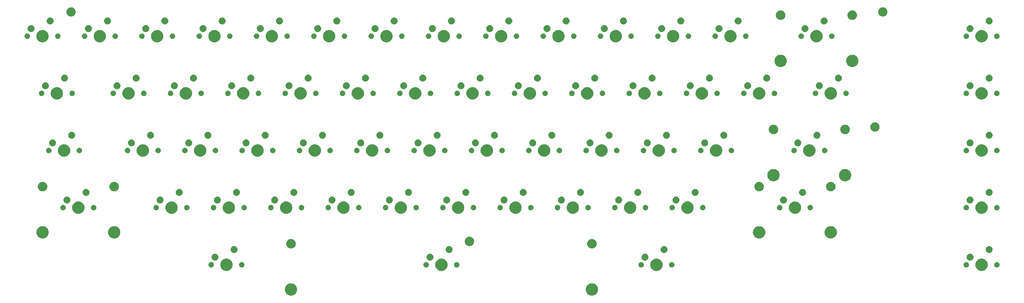
<source format=gbs>
G04 #@! TF.GenerationSoftware,KiCad,Pcbnew,5.1.6-c6e7f7d~86~ubuntu18.04.1*
G04 #@! TF.CreationDate,2020-05-27T13:00:32-07:00*
G04 #@! TF.ProjectId,kbd800xl,6b626438-3030-4786-9c2e-6b696361645f,1.0*
G04 #@! TF.SameCoordinates,Original*
G04 #@! TF.FileFunction,Soldermask,Bot*
G04 #@! TF.FilePolarity,Negative*
%FSLAX46Y46*%
G04 Gerber Fmt 4.6, Leading zero omitted, Abs format (unit mm)*
G04 Created by KiCad (PCBNEW 5.1.6-c6e7f7d~86~ubuntu18.04.1) date 2020-05-27 13:00:32*
%MOMM*%
%LPD*%
G01*
G04 APERTURE LIST*
%ADD10C,0.100000*%
G04 APERTURE END LIST*
D10*
G36*
X192679504Y-102311568D02*
G01*
X193052761Y-102466176D01*
X193052763Y-102466177D01*
X193388686Y-102690634D01*
X193674366Y-102976314D01*
X193898824Y-103312239D01*
X194053432Y-103685496D01*
X194132250Y-104081743D01*
X194132250Y-104485757D01*
X194053432Y-104882004D01*
X193898824Y-105255261D01*
X193898823Y-105255263D01*
X193674366Y-105591186D01*
X193388686Y-105876866D01*
X193052763Y-106101323D01*
X193052762Y-106101324D01*
X193052761Y-106101324D01*
X192679504Y-106255932D01*
X192283257Y-106334750D01*
X191879243Y-106334750D01*
X191482996Y-106255932D01*
X191109739Y-106101324D01*
X191109738Y-106101324D01*
X191109737Y-106101323D01*
X190773814Y-105876866D01*
X190488134Y-105591186D01*
X190263677Y-105255263D01*
X190263676Y-105255261D01*
X190109068Y-104882004D01*
X190030250Y-104485757D01*
X190030250Y-104081743D01*
X190109068Y-103685496D01*
X190263676Y-103312239D01*
X190488134Y-102976314D01*
X190773814Y-102690634D01*
X191109737Y-102466177D01*
X191109739Y-102466176D01*
X191482996Y-102311568D01*
X191879243Y-102232750D01*
X192283257Y-102232750D01*
X192679504Y-102311568D01*
G37*
G36*
X92679504Y-102311568D02*
G01*
X93052761Y-102466176D01*
X93052763Y-102466177D01*
X93388686Y-102690634D01*
X93674366Y-102976314D01*
X93898824Y-103312239D01*
X94053432Y-103685496D01*
X94132250Y-104081743D01*
X94132250Y-104485757D01*
X94053432Y-104882004D01*
X93898824Y-105255261D01*
X93898823Y-105255263D01*
X93674366Y-105591186D01*
X93388686Y-105876866D01*
X93052763Y-106101323D01*
X93052762Y-106101324D01*
X93052761Y-106101324D01*
X92679504Y-106255932D01*
X92283257Y-106334750D01*
X91879243Y-106334750D01*
X91482996Y-106255932D01*
X91109739Y-106101324D01*
X91109738Y-106101324D01*
X91109737Y-106101323D01*
X90773814Y-105876866D01*
X90488134Y-105591186D01*
X90263677Y-105255263D01*
X90263676Y-105255261D01*
X90109068Y-104882004D01*
X90030250Y-104485757D01*
X90030250Y-104081743D01*
X90109068Y-103685496D01*
X90263676Y-103312239D01*
X90488134Y-102976314D01*
X90773814Y-102690634D01*
X91109737Y-102466177D01*
X91109739Y-102466176D01*
X91482996Y-102311568D01*
X91879243Y-102232750D01*
X92283257Y-102232750D01*
X92679504Y-102311568D01*
G37*
G36*
X142679504Y-94071568D02*
G01*
X143052761Y-94226176D01*
X143052763Y-94226177D01*
X143388686Y-94450634D01*
X143674366Y-94736314D01*
X143898824Y-95072239D01*
X144053432Y-95445496D01*
X144132250Y-95841743D01*
X144132250Y-96245757D01*
X144053432Y-96642004D01*
X143898824Y-97015261D01*
X143898823Y-97015263D01*
X143674366Y-97351186D01*
X143388686Y-97636866D01*
X143052763Y-97861323D01*
X143052762Y-97861324D01*
X143052761Y-97861324D01*
X142679504Y-98015932D01*
X142283257Y-98094750D01*
X141879243Y-98094750D01*
X141482996Y-98015932D01*
X141109739Y-97861324D01*
X141109738Y-97861324D01*
X141109737Y-97861323D01*
X140773814Y-97636866D01*
X140488134Y-97351186D01*
X140263677Y-97015263D01*
X140263676Y-97015261D01*
X140109068Y-96642004D01*
X140030250Y-96245757D01*
X140030250Y-95841743D01*
X140109068Y-95445496D01*
X140263676Y-95072239D01*
X140488134Y-94736314D01*
X140773814Y-94450634D01*
X141109737Y-94226177D01*
X141109739Y-94226176D01*
X141482996Y-94071568D01*
X141879243Y-93992750D01*
X142283257Y-93992750D01*
X142679504Y-94071568D01*
G37*
G36*
X71242004Y-94071568D02*
G01*
X71615261Y-94226176D01*
X71615263Y-94226177D01*
X71951186Y-94450634D01*
X72236866Y-94736314D01*
X72461324Y-95072239D01*
X72615932Y-95445496D01*
X72694750Y-95841743D01*
X72694750Y-96245757D01*
X72615932Y-96642004D01*
X72461324Y-97015261D01*
X72461323Y-97015263D01*
X72236866Y-97351186D01*
X71951186Y-97636866D01*
X71615263Y-97861323D01*
X71615262Y-97861324D01*
X71615261Y-97861324D01*
X71242004Y-98015932D01*
X70845757Y-98094750D01*
X70441743Y-98094750D01*
X70045496Y-98015932D01*
X69672239Y-97861324D01*
X69672238Y-97861324D01*
X69672237Y-97861323D01*
X69336314Y-97636866D01*
X69050634Y-97351186D01*
X68826177Y-97015263D01*
X68826176Y-97015261D01*
X68671568Y-96642004D01*
X68592750Y-96245757D01*
X68592750Y-95841743D01*
X68671568Y-95445496D01*
X68826176Y-95072239D01*
X69050634Y-94736314D01*
X69336314Y-94450634D01*
X69672237Y-94226177D01*
X69672239Y-94226176D01*
X70045496Y-94071568D01*
X70441743Y-93992750D01*
X70845757Y-93992750D01*
X71242004Y-94071568D01*
G37*
G36*
X214117004Y-94071568D02*
G01*
X214490261Y-94226176D01*
X214490263Y-94226177D01*
X214826186Y-94450634D01*
X215111866Y-94736314D01*
X215336324Y-95072239D01*
X215490932Y-95445496D01*
X215569750Y-95841743D01*
X215569750Y-96245757D01*
X215490932Y-96642004D01*
X215336324Y-97015261D01*
X215336323Y-97015263D01*
X215111866Y-97351186D01*
X214826186Y-97636866D01*
X214490263Y-97861323D01*
X214490262Y-97861324D01*
X214490261Y-97861324D01*
X214117004Y-98015932D01*
X213720757Y-98094750D01*
X213316743Y-98094750D01*
X212920496Y-98015932D01*
X212547239Y-97861324D01*
X212547238Y-97861324D01*
X212547237Y-97861323D01*
X212211314Y-97636866D01*
X211925634Y-97351186D01*
X211701177Y-97015263D01*
X211701176Y-97015261D01*
X211546568Y-96642004D01*
X211467750Y-96245757D01*
X211467750Y-95841743D01*
X211546568Y-95445496D01*
X211701176Y-95072239D01*
X211925634Y-94736314D01*
X212211314Y-94450634D01*
X212547237Y-94226177D01*
X212547239Y-94226176D01*
X212920496Y-94071568D01*
X213316743Y-93992750D01*
X213720757Y-93992750D01*
X214117004Y-94071568D01*
G37*
G36*
X322154504Y-94071568D02*
G01*
X322527761Y-94226176D01*
X322527763Y-94226177D01*
X322863686Y-94450634D01*
X323149366Y-94736314D01*
X323373824Y-95072239D01*
X323528432Y-95445496D01*
X323607250Y-95841743D01*
X323607250Y-96245757D01*
X323528432Y-96642004D01*
X323373824Y-97015261D01*
X323373823Y-97015263D01*
X323149366Y-97351186D01*
X322863686Y-97636866D01*
X322527763Y-97861323D01*
X322527762Y-97861324D01*
X322527761Y-97861324D01*
X322154504Y-98015932D01*
X321758257Y-98094750D01*
X321354243Y-98094750D01*
X320957996Y-98015932D01*
X320584739Y-97861324D01*
X320584738Y-97861324D01*
X320584737Y-97861323D01*
X320248814Y-97636866D01*
X319963134Y-97351186D01*
X319738677Y-97015263D01*
X319738676Y-97015261D01*
X319584068Y-96642004D01*
X319505250Y-96245757D01*
X319505250Y-95841743D01*
X319584068Y-95445496D01*
X319738676Y-95072239D01*
X319963134Y-94736314D01*
X320248814Y-94450634D01*
X320584737Y-94226177D01*
X320584739Y-94226176D01*
X320957996Y-94071568D01*
X321354243Y-93992750D01*
X321758257Y-93992750D01*
X322154504Y-94071568D01*
G37*
G36*
X147274762Y-95147677D02*
G01*
X147424062Y-95177374D01*
X147588034Y-95245294D01*
X147735604Y-95343897D01*
X147861103Y-95469396D01*
X147959706Y-95616966D01*
X148027626Y-95780938D01*
X148062250Y-95955009D01*
X148062250Y-96132491D01*
X148027626Y-96306562D01*
X147959706Y-96470534D01*
X147861103Y-96618104D01*
X147735604Y-96743603D01*
X147588034Y-96842206D01*
X147424062Y-96910126D01*
X147274762Y-96939823D01*
X147249992Y-96944750D01*
X147072508Y-96944750D01*
X147047738Y-96939823D01*
X146898438Y-96910126D01*
X146734466Y-96842206D01*
X146586896Y-96743603D01*
X146461397Y-96618104D01*
X146362794Y-96470534D01*
X146294874Y-96306562D01*
X146260250Y-96132491D01*
X146260250Y-95955009D01*
X146294874Y-95780938D01*
X146362794Y-95616966D01*
X146461397Y-95469396D01*
X146586896Y-95343897D01*
X146734466Y-95245294D01*
X146898438Y-95177374D01*
X147047738Y-95147677D01*
X147072508Y-95142750D01*
X147249992Y-95142750D01*
X147274762Y-95147677D01*
G37*
G36*
X137114762Y-95147677D02*
G01*
X137264062Y-95177374D01*
X137428034Y-95245294D01*
X137575604Y-95343897D01*
X137701103Y-95469396D01*
X137799706Y-95616966D01*
X137867626Y-95780938D01*
X137902250Y-95955009D01*
X137902250Y-96132491D01*
X137867626Y-96306562D01*
X137799706Y-96470534D01*
X137701103Y-96618104D01*
X137575604Y-96743603D01*
X137428034Y-96842206D01*
X137264062Y-96910126D01*
X137114762Y-96939823D01*
X137089992Y-96944750D01*
X136912508Y-96944750D01*
X136887738Y-96939823D01*
X136738438Y-96910126D01*
X136574466Y-96842206D01*
X136426896Y-96743603D01*
X136301397Y-96618104D01*
X136202794Y-96470534D01*
X136134874Y-96306562D01*
X136100250Y-96132491D01*
X136100250Y-95955009D01*
X136134874Y-95780938D01*
X136202794Y-95616966D01*
X136301397Y-95469396D01*
X136426896Y-95343897D01*
X136574466Y-95245294D01*
X136738438Y-95177374D01*
X136887738Y-95147677D01*
X136912508Y-95142750D01*
X137089992Y-95142750D01*
X137114762Y-95147677D01*
G37*
G36*
X316589762Y-95147677D02*
G01*
X316739062Y-95177374D01*
X316903034Y-95245294D01*
X317050604Y-95343897D01*
X317176103Y-95469396D01*
X317274706Y-95616966D01*
X317342626Y-95780938D01*
X317377250Y-95955009D01*
X317377250Y-96132491D01*
X317342626Y-96306562D01*
X317274706Y-96470534D01*
X317176103Y-96618104D01*
X317050604Y-96743603D01*
X316903034Y-96842206D01*
X316739062Y-96910126D01*
X316589762Y-96939823D01*
X316564992Y-96944750D01*
X316387508Y-96944750D01*
X316362738Y-96939823D01*
X316213438Y-96910126D01*
X316049466Y-96842206D01*
X315901896Y-96743603D01*
X315776397Y-96618104D01*
X315677794Y-96470534D01*
X315609874Y-96306562D01*
X315575250Y-96132491D01*
X315575250Y-95955009D01*
X315609874Y-95780938D01*
X315677794Y-95616966D01*
X315776397Y-95469396D01*
X315901896Y-95343897D01*
X316049466Y-95245294D01*
X316213438Y-95177374D01*
X316362738Y-95147677D01*
X316387508Y-95142750D01*
X316564992Y-95142750D01*
X316589762Y-95147677D01*
G37*
G36*
X218712262Y-95147677D02*
G01*
X218861562Y-95177374D01*
X219025534Y-95245294D01*
X219173104Y-95343897D01*
X219298603Y-95469396D01*
X219397206Y-95616966D01*
X219465126Y-95780938D01*
X219499750Y-95955009D01*
X219499750Y-96132491D01*
X219465126Y-96306562D01*
X219397206Y-96470534D01*
X219298603Y-96618104D01*
X219173104Y-96743603D01*
X219025534Y-96842206D01*
X218861562Y-96910126D01*
X218712262Y-96939823D01*
X218687492Y-96944750D01*
X218510008Y-96944750D01*
X218485238Y-96939823D01*
X218335938Y-96910126D01*
X218171966Y-96842206D01*
X218024396Y-96743603D01*
X217898897Y-96618104D01*
X217800294Y-96470534D01*
X217732374Y-96306562D01*
X217697750Y-96132491D01*
X217697750Y-95955009D01*
X217732374Y-95780938D01*
X217800294Y-95616966D01*
X217898897Y-95469396D01*
X218024396Y-95343897D01*
X218171966Y-95245294D01*
X218335938Y-95177374D01*
X218485238Y-95147677D01*
X218510008Y-95142750D01*
X218687492Y-95142750D01*
X218712262Y-95147677D01*
G37*
G36*
X75837262Y-95147677D02*
G01*
X75986562Y-95177374D01*
X76150534Y-95245294D01*
X76298104Y-95343897D01*
X76423603Y-95469396D01*
X76522206Y-95616966D01*
X76590126Y-95780938D01*
X76624750Y-95955009D01*
X76624750Y-96132491D01*
X76590126Y-96306562D01*
X76522206Y-96470534D01*
X76423603Y-96618104D01*
X76298104Y-96743603D01*
X76150534Y-96842206D01*
X75986562Y-96910126D01*
X75837262Y-96939823D01*
X75812492Y-96944750D01*
X75635008Y-96944750D01*
X75610238Y-96939823D01*
X75460938Y-96910126D01*
X75296966Y-96842206D01*
X75149396Y-96743603D01*
X75023897Y-96618104D01*
X74925294Y-96470534D01*
X74857374Y-96306562D01*
X74822750Y-96132491D01*
X74822750Y-95955009D01*
X74857374Y-95780938D01*
X74925294Y-95616966D01*
X75023897Y-95469396D01*
X75149396Y-95343897D01*
X75296966Y-95245294D01*
X75460938Y-95177374D01*
X75610238Y-95147677D01*
X75635008Y-95142750D01*
X75812492Y-95142750D01*
X75837262Y-95147677D01*
G37*
G36*
X65677262Y-95147677D02*
G01*
X65826562Y-95177374D01*
X65990534Y-95245294D01*
X66138104Y-95343897D01*
X66263603Y-95469396D01*
X66362206Y-95616966D01*
X66430126Y-95780938D01*
X66464750Y-95955009D01*
X66464750Y-96132491D01*
X66430126Y-96306562D01*
X66362206Y-96470534D01*
X66263603Y-96618104D01*
X66138104Y-96743603D01*
X65990534Y-96842206D01*
X65826562Y-96910126D01*
X65677262Y-96939823D01*
X65652492Y-96944750D01*
X65475008Y-96944750D01*
X65450238Y-96939823D01*
X65300938Y-96910126D01*
X65136966Y-96842206D01*
X64989396Y-96743603D01*
X64863897Y-96618104D01*
X64765294Y-96470534D01*
X64697374Y-96306562D01*
X64662750Y-96132491D01*
X64662750Y-95955009D01*
X64697374Y-95780938D01*
X64765294Y-95616966D01*
X64863897Y-95469396D01*
X64989396Y-95343897D01*
X65136966Y-95245294D01*
X65300938Y-95177374D01*
X65450238Y-95147677D01*
X65475008Y-95142750D01*
X65652492Y-95142750D01*
X65677262Y-95147677D01*
G37*
G36*
X208552262Y-95147677D02*
G01*
X208701562Y-95177374D01*
X208865534Y-95245294D01*
X209013104Y-95343897D01*
X209138603Y-95469396D01*
X209237206Y-95616966D01*
X209305126Y-95780938D01*
X209339750Y-95955009D01*
X209339750Y-96132491D01*
X209305126Y-96306562D01*
X209237206Y-96470534D01*
X209138603Y-96618104D01*
X209013104Y-96743603D01*
X208865534Y-96842206D01*
X208701562Y-96910126D01*
X208552262Y-96939823D01*
X208527492Y-96944750D01*
X208350008Y-96944750D01*
X208325238Y-96939823D01*
X208175938Y-96910126D01*
X208011966Y-96842206D01*
X207864396Y-96743603D01*
X207738897Y-96618104D01*
X207640294Y-96470534D01*
X207572374Y-96306562D01*
X207537750Y-96132491D01*
X207537750Y-95955009D01*
X207572374Y-95780938D01*
X207640294Y-95616966D01*
X207738897Y-95469396D01*
X207864396Y-95343897D01*
X208011966Y-95245294D01*
X208175938Y-95177374D01*
X208325238Y-95147677D01*
X208350008Y-95142750D01*
X208527492Y-95142750D01*
X208552262Y-95147677D01*
G37*
G36*
X326749762Y-95147677D02*
G01*
X326899062Y-95177374D01*
X327063034Y-95245294D01*
X327210604Y-95343897D01*
X327336103Y-95469396D01*
X327434706Y-95616966D01*
X327502626Y-95780938D01*
X327537250Y-95955009D01*
X327537250Y-96132491D01*
X327502626Y-96306562D01*
X327434706Y-96470534D01*
X327336103Y-96618104D01*
X327210604Y-96743603D01*
X327063034Y-96842206D01*
X326899062Y-96910126D01*
X326749762Y-96939823D01*
X326724992Y-96944750D01*
X326547508Y-96944750D01*
X326522738Y-96939823D01*
X326373438Y-96910126D01*
X326209466Y-96842206D01*
X326061896Y-96743603D01*
X325936397Y-96618104D01*
X325837794Y-96470534D01*
X325769874Y-96306562D01*
X325735250Y-96132491D01*
X325735250Y-95955009D01*
X325769874Y-95780938D01*
X325837794Y-95616966D01*
X325936397Y-95469396D01*
X326061896Y-95343897D01*
X326209466Y-95245294D01*
X326373438Y-95177374D01*
X326522738Y-95147677D01*
X326547508Y-95142750D01*
X326724992Y-95142750D01*
X326749762Y-95147677D01*
G37*
G36*
X317970799Y-92374866D02*
G01*
X318081984Y-92396982D01*
X318291453Y-92483747D01*
X318479970Y-92609710D01*
X318640290Y-92770030D01*
X318766253Y-92958547D01*
X318853018Y-93168016D01*
X318897250Y-93390386D01*
X318897250Y-93617114D01*
X318853018Y-93839484D01*
X318766253Y-94048953D01*
X318640290Y-94237470D01*
X318479970Y-94397790D01*
X318291453Y-94523753D01*
X318081984Y-94610518D01*
X317970799Y-94632634D01*
X317859615Y-94654750D01*
X317632885Y-94654750D01*
X317521701Y-94632634D01*
X317410516Y-94610518D01*
X317201047Y-94523753D01*
X317012530Y-94397790D01*
X316852210Y-94237470D01*
X316726247Y-94048953D01*
X316639482Y-93839484D01*
X316595250Y-93617114D01*
X316595250Y-93390386D01*
X316639482Y-93168016D01*
X316726247Y-92958547D01*
X316852210Y-92770030D01*
X317012530Y-92609710D01*
X317201047Y-92483747D01*
X317410516Y-92396982D01*
X317521701Y-92374866D01*
X317632885Y-92352750D01*
X317859615Y-92352750D01*
X317970799Y-92374866D01*
G37*
G36*
X209933299Y-92374866D02*
G01*
X210044484Y-92396982D01*
X210253953Y-92483747D01*
X210442470Y-92609710D01*
X210602790Y-92770030D01*
X210728753Y-92958547D01*
X210815518Y-93168016D01*
X210859750Y-93390386D01*
X210859750Y-93617114D01*
X210815518Y-93839484D01*
X210728753Y-94048953D01*
X210602790Y-94237470D01*
X210442470Y-94397790D01*
X210253953Y-94523753D01*
X210044484Y-94610518D01*
X209933299Y-94632634D01*
X209822115Y-94654750D01*
X209595385Y-94654750D01*
X209484201Y-94632634D01*
X209373016Y-94610518D01*
X209163547Y-94523753D01*
X208975030Y-94397790D01*
X208814710Y-94237470D01*
X208688747Y-94048953D01*
X208601982Y-93839484D01*
X208557750Y-93617114D01*
X208557750Y-93390386D01*
X208601982Y-93168016D01*
X208688747Y-92958547D01*
X208814710Y-92770030D01*
X208975030Y-92609710D01*
X209163547Y-92483747D01*
X209373016Y-92396982D01*
X209484201Y-92374866D01*
X209595385Y-92352750D01*
X209822115Y-92352750D01*
X209933299Y-92374866D01*
G37*
G36*
X138495799Y-92374866D02*
G01*
X138606984Y-92396982D01*
X138816453Y-92483747D01*
X139004970Y-92609710D01*
X139165290Y-92770030D01*
X139291253Y-92958547D01*
X139378018Y-93168016D01*
X139422250Y-93390386D01*
X139422250Y-93617114D01*
X139378018Y-93839484D01*
X139291253Y-94048953D01*
X139165290Y-94237470D01*
X139004970Y-94397790D01*
X138816453Y-94523753D01*
X138606984Y-94610518D01*
X138495799Y-94632634D01*
X138384615Y-94654750D01*
X138157885Y-94654750D01*
X138046701Y-94632634D01*
X137935516Y-94610518D01*
X137726047Y-94523753D01*
X137537530Y-94397790D01*
X137377210Y-94237470D01*
X137251247Y-94048953D01*
X137164482Y-93839484D01*
X137120250Y-93617114D01*
X137120250Y-93390386D01*
X137164482Y-93168016D01*
X137251247Y-92958547D01*
X137377210Y-92770030D01*
X137537530Y-92609710D01*
X137726047Y-92483747D01*
X137935516Y-92396982D01*
X138046701Y-92374866D01*
X138157885Y-92352750D01*
X138384615Y-92352750D01*
X138495799Y-92374866D01*
G37*
G36*
X67058299Y-92374866D02*
G01*
X67169484Y-92396982D01*
X67378953Y-92483747D01*
X67567470Y-92609710D01*
X67727790Y-92770030D01*
X67853753Y-92958547D01*
X67940518Y-93168016D01*
X67984750Y-93390386D01*
X67984750Y-93617114D01*
X67940518Y-93839484D01*
X67853753Y-94048953D01*
X67727790Y-94237470D01*
X67567470Y-94397790D01*
X67378953Y-94523753D01*
X67169484Y-94610518D01*
X67058299Y-94632634D01*
X66947115Y-94654750D01*
X66720385Y-94654750D01*
X66609201Y-94632634D01*
X66498016Y-94610518D01*
X66288547Y-94523753D01*
X66100030Y-94397790D01*
X65939710Y-94237470D01*
X65813747Y-94048953D01*
X65726982Y-93839484D01*
X65682750Y-93617114D01*
X65682750Y-93390386D01*
X65726982Y-93168016D01*
X65813747Y-92958547D01*
X65939710Y-92770030D01*
X66100030Y-92609710D01*
X66288547Y-92483747D01*
X66498016Y-92396982D01*
X66609201Y-92374866D01*
X66720385Y-92352750D01*
X66947115Y-92352750D01*
X67058299Y-92374866D01*
G37*
G36*
X216283299Y-89834866D02*
G01*
X216394484Y-89856982D01*
X216603953Y-89943747D01*
X216792470Y-90069710D01*
X216952790Y-90230030D01*
X217078753Y-90418547D01*
X217165518Y-90628016D01*
X217209750Y-90850386D01*
X217209750Y-91077114D01*
X217165518Y-91299484D01*
X217078753Y-91508953D01*
X216952790Y-91697470D01*
X216792470Y-91857790D01*
X216603953Y-91983753D01*
X216394484Y-92070518D01*
X216283299Y-92092634D01*
X216172115Y-92114750D01*
X215945385Y-92114750D01*
X215834201Y-92092634D01*
X215723016Y-92070518D01*
X215513547Y-91983753D01*
X215325030Y-91857790D01*
X215164710Y-91697470D01*
X215038747Y-91508953D01*
X214951982Y-91299484D01*
X214907750Y-91077114D01*
X214907750Y-90850386D01*
X214951982Y-90628016D01*
X215038747Y-90418547D01*
X215164710Y-90230030D01*
X215325030Y-90069710D01*
X215513547Y-89943747D01*
X215723016Y-89856982D01*
X215834201Y-89834866D01*
X215945385Y-89812750D01*
X216172115Y-89812750D01*
X216283299Y-89834866D01*
G37*
G36*
X73408299Y-89834866D02*
G01*
X73519484Y-89856982D01*
X73728953Y-89943747D01*
X73917470Y-90069710D01*
X74077790Y-90230030D01*
X74203753Y-90418547D01*
X74290518Y-90628016D01*
X74334750Y-90850386D01*
X74334750Y-91077114D01*
X74290518Y-91299484D01*
X74203753Y-91508953D01*
X74077790Y-91697470D01*
X73917470Y-91857790D01*
X73728953Y-91983753D01*
X73519484Y-92070518D01*
X73408299Y-92092634D01*
X73297115Y-92114750D01*
X73070385Y-92114750D01*
X72959201Y-92092634D01*
X72848016Y-92070518D01*
X72638547Y-91983753D01*
X72450030Y-91857790D01*
X72289710Y-91697470D01*
X72163747Y-91508953D01*
X72076982Y-91299484D01*
X72032750Y-91077114D01*
X72032750Y-90850386D01*
X72076982Y-90628016D01*
X72163747Y-90418547D01*
X72289710Y-90230030D01*
X72450030Y-90069710D01*
X72638547Y-89943747D01*
X72848016Y-89856982D01*
X72959201Y-89834866D01*
X73070385Y-89812750D01*
X73297115Y-89812750D01*
X73408299Y-89834866D01*
G37*
G36*
X144845799Y-89834866D02*
G01*
X144956984Y-89856982D01*
X145166453Y-89943747D01*
X145354970Y-90069710D01*
X145515290Y-90230030D01*
X145641253Y-90418547D01*
X145728018Y-90628016D01*
X145772250Y-90850386D01*
X145772250Y-91077114D01*
X145728018Y-91299484D01*
X145641253Y-91508953D01*
X145515290Y-91697470D01*
X145354970Y-91857790D01*
X145166453Y-91983753D01*
X144956984Y-92070518D01*
X144845799Y-92092634D01*
X144734615Y-92114750D01*
X144507885Y-92114750D01*
X144396701Y-92092634D01*
X144285516Y-92070518D01*
X144076047Y-91983753D01*
X143887530Y-91857790D01*
X143727210Y-91697470D01*
X143601247Y-91508953D01*
X143514482Y-91299484D01*
X143470250Y-91077114D01*
X143470250Y-90850386D01*
X143514482Y-90628016D01*
X143601247Y-90418547D01*
X143727210Y-90230030D01*
X143887530Y-90069710D01*
X144076047Y-89943747D01*
X144285516Y-89856982D01*
X144396701Y-89834866D01*
X144507885Y-89812750D01*
X144734615Y-89812750D01*
X144845799Y-89834866D01*
G37*
G36*
X324320799Y-89834866D02*
G01*
X324431984Y-89856982D01*
X324641453Y-89943747D01*
X324829970Y-90069710D01*
X324990290Y-90230030D01*
X325116253Y-90418547D01*
X325203018Y-90628016D01*
X325247250Y-90850386D01*
X325247250Y-91077114D01*
X325203018Y-91299484D01*
X325116253Y-91508953D01*
X324990290Y-91697470D01*
X324829970Y-91857790D01*
X324641453Y-91983753D01*
X324431984Y-92070518D01*
X324320799Y-92092634D01*
X324209615Y-92114750D01*
X323982885Y-92114750D01*
X323871701Y-92092634D01*
X323760516Y-92070518D01*
X323551047Y-91983753D01*
X323362530Y-91857790D01*
X323202210Y-91697470D01*
X323076247Y-91508953D01*
X322989482Y-91299484D01*
X322945250Y-91077114D01*
X322945250Y-90850386D01*
X322989482Y-90628016D01*
X323076247Y-90418547D01*
X323202210Y-90230030D01*
X323362530Y-90069710D01*
X323551047Y-89943747D01*
X323760516Y-89856982D01*
X323871701Y-89834866D01*
X323982885Y-89812750D01*
X324209615Y-89812750D01*
X324320799Y-89834866D01*
G37*
G36*
X192312333Y-87482840D02*
G01*
X192540952Y-87528314D01*
X192827766Y-87647117D01*
X193085892Y-87819591D01*
X193305409Y-88039108D01*
X193477883Y-88297234D01*
X193596686Y-88584048D01*
X193657250Y-88888528D01*
X193657250Y-89198972D01*
X193596686Y-89503452D01*
X193477883Y-89790266D01*
X193305409Y-90048392D01*
X193085892Y-90267909D01*
X192827766Y-90440383D01*
X192540952Y-90559186D01*
X192312333Y-90604660D01*
X192236474Y-90619750D01*
X191926026Y-90619750D01*
X191850167Y-90604660D01*
X191621548Y-90559186D01*
X191334734Y-90440383D01*
X191076608Y-90267909D01*
X190857091Y-90048392D01*
X190684617Y-89790266D01*
X190565814Y-89503452D01*
X190505250Y-89198972D01*
X190505250Y-88888528D01*
X190565814Y-88584048D01*
X190684617Y-88297234D01*
X190857091Y-88039108D01*
X191076608Y-87819591D01*
X191334734Y-87647117D01*
X191621548Y-87528314D01*
X191850167Y-87482840D01*
X191926026Y-87467750D01*
X192236474Y-87467750D01*
X192312333Y-87482840D01*
G37*
G36*
X92312333Y-87482840D02*
G01*
X92540952Y-87528314D01*
X92827766Y-87647117D01*
X93085892Y-87819591D01*
X93305409Y-88039108D01*
X93477883Y-88297234D01*
X93596686Y-88584048D01*
X93657250Y-88888528D01*
X93657250Y-89198972D01*
X93596686Y-89503452D01*
X93477883Y-89790266D01*
X93305409Y-90048392D01*
X93085892Y-90267909D01*
X92827766Y-90440383D01*
X92540952Y-90559186D01*
X92312333Y-90604660D01*
X92236474Y-90619750D01*
X91926026Y-90619750D01*
X91850167Y-90604660D01*
X91621548Y-90559186D01*
X91334734Y-90440383D01*
X91076608Y-90267909D01*
X90857091Y-90048392D01*
X90684617Y-89790266D01*
X90565814Y-89503452D01*
X90505250Y-89198972D01*
X90505250Y-88888528D01*
X90565814Y-88584048D01*
X90684617Y-88297234D01*
X90857091Y-88039108D01*
X91076608Y-87819591D01*
X91334734Y-87647117D01*
X91621548Y-87528314D01*
X91850167Y-87482840D01*
X91926026Y-87467750D01*
X92236474Y-87467750D01*
X92312333Y-87482840D01*
G37*
G36*
X151677585Y-86728802D02*
G01*
X151827410Y-86758604D01*
X152109674Y-86875521D01*
X152363705Y-87045259D01*
X152579741Y-87261295D01*
X152749479Y-87515326D01*
X152866396Y-87797590D01*
X152926000Y-88097240D01*
X152926000Y-88402760D01*
X152866396Y-88702410D01*
X152749479Y-88984674D01*
X152579741Y-89238705D01*
X152363705Y-89454741D01*
X152109674Y-89624479D01*
X151827410Y-89741396D01*
X151677585Y-89771198D01*
X151527761Y-89801000D01*
X151222239Y-89801000D01*
X151072415Y-89771198D01*
X150922590Y-89741396D01*
X150640326Y-89624479D01*
X150386295Y-89454741D01*
X150170259Y-89238705D01*
X150000521Y-88984674D01*
X149883604Y-88702410D01*
X149824000Y-88402760D01*
X149824000Y-88097240D01*
X149883604Y-87797590D01*
X150000521Y-87515326D01*
X150170259Y-87261295D01*
X150386295Y-87045259D01*
X150640326Y-86875521D01*
X150922590Y-86758604D01*
X151072415Y-86728802D01*
X151222239Y-86699000D01*
X151527761Y-86699000D01*
X151677585Y-86728802D01*
G37*
G36*
X272054504Y-83261568D02*
G01*
X272427761Y-83416176D01*
X272427763Y-83416177D01*
X272763686Y-83640634D01*
X273049366Y-83926314D01*
X273273824Y-84262239D01*
X273428432Y-84635496D01*
X273507250Y-85031743D01*
X273507250Y-85435757D01*
X273428432Y-85832004D01*
X273273824Y-86205261D01*
X273273823Y-86205263D01*
X273049366Y-86541186D01*
X272763686Y-86826866D01*
X272427763Y-87051323D01*
X272427762Y-87051324D01*
X272427761Y-87051324D01*
X272054504Y-87205932D01*
X271658257Y-87284750D01*
X271254243Y-87284750D01*
X270857996Y-87205932D01*
X270484739Y-87051324D01*
X270484738Y-87051324D01*
X270484737Y-87051323D01*
X270148814Y-86826866D01*
X269863134Y-86541186D01*
X269638677Y-86205263D01*
X269638676Y-86205261D01*
X269484068Y-85832004D01*
X269405250Y-85435757D01*
X269405250Y-85031743D01*
X269484068Y-84635496D01*
X269638676Y-84262239D01*
X269863134Y-83926314D01*
X270148814Y-83640634D01*
X270484737Y-83416177D01*
X270484739Y-83416176D01*
X270857996Y-83261568D01*
X271254243Y-83182750D01*
X271658257Y-83182750D01*
X272054504Y-83261568D01*
G37*
G36*
X248254504Y-83261568D02*
G01*
X248627761Y-83416176D01*
X248627763Y-83416177D01*
X248963686Y-83640634D01*
X249249366Y-83926314D01*
X249473824Y-84262239D01*
X249628432Y-84635496D01*
X249707250Y-85031743D01*
X249707250Y-85435757D01*
X249628432Y-85832004D01*
X249473824Y-86205261D01*
X249473823Y-86205263D01*
X249249366Y-86541186D01*
X248963686Y-86826866D01*
X248627763Y-87051323D01*
X248627762Y-87051324D01*
X248627761Y-87051324D01*
X248254504Y-87205932D01*
X247858257Y-87284750D01*
X247454243Y-87284750D01*
X247057996Y-87205932D01*
X246684739Y-87051324D01*
X246684738Y-87051324D01*
X246684737Y-87051323D01*
X246348814Y-86826866D01*
X246063134Y-86541186D01*
X245838677Y-86205263D01*
X245838676Y-86205261D01*
X245684068Y-85832004D01*
X245605250Y-85435757D01*
X245605250Y-85031743D01*
X245684068Y-84635496D01*
X245838676Y-84262239D01*
X246063134Y-83926314D01*
X246348814Y-83640634D01*
X246684737Y-83416177D01*
X246684739Y-83416176D01*
X247057996Y-83261568D01*
X247454243Y-83182750D01*
X247858257Y-83182750D01*
X248254504Y-83261568D01*
G37*
G36*
X10129504Y-83261568D02*
G01*
X10502761Y-83416176D01*
X10502763Y-83416177D01*
X10838686Y-83640634D01*
X11124366Y-83926314D01*
X11348824Y-84262239D01*
X11503432Y-84635496D01*
X11582250Y-85031743D01*
X11582250Y-85435757D01*
X11503432Y-85832004D01*
X11348824Y-86205261D01*
X11348823Y-86205263D01*
X11124366Y-86541186D01*
X10838686Y-86826866D01*
X10502763Y-87051323D01*
X10502762Y-87051324D01*
X10502761Y-87051324D01*
X10129504Y-87205932D01*
X9733257Y-87284750D01*
X9329243Y-87284750D01*
X8932996Y-87205932D01*
X8559739Y-87051324D01*
X8559738Y-87051324D01*
X8559737Y-87051323D01*
X8223814Y-86826866D01*
X7938134Y-86541186D01*
X7713677Y-86205263D01*
X7713676Y-86205261D01*
X7559068Y-85832004D01*
X7480250Y-85435757D01*
X7480250Y-85031743D01*
X7559068Y-84635496D01*
X7713676Y-84262239D01*
X7938134Y-83926314D01*
X8223814Y-83640634D01*
X8559737Y-83416177D01*
X8559739Y-83416176D01*
X8932996Y-83261568D01*
X9329243Y-83182750D01*
X9733257Y-83182750D01*
X10129504Y-83261568D01*
G37*
G36*
X33929504Y-83261568D02*
G01*
X34302761Y-83416176D01*
X34302763Y-83416177D01*
X34638686Y-83640634D01*
X34924366Y-83926314D01*
X35148824Y-84262239D01*
X35303432Y-84635496D01*
X35382250Y-85031743D01*
X35382250Y-85435757D01*
X35303432Y-85832004D01*
X35148824Y-86205261D01*
X35148823Y-86205263D01*
X34924366Y-86541186D01*
X34638686Y-86826866D01*
X34302763Y-87051323D01*
X34302762Y-87051324D01*
X34302761Y-87051324D01*
X33929504Y-87205932D01*
X33533257Y-87284750D01*
X33129243Y-87284750D01*
X32732996Y-87205932D01*
X32359739Y-87051324D01*
X32359738Y-87051324D01*
X32359737Y-87051323D01*
X32023814Y-86826866D01*
X31738134Y-86541186D01*
X31513677Y-86205263D01*
X31513676Y-86205261D01*
X31359068Y-85832004D01*
X31280250Y-85435757D01*
X31280250Y-85031743D01*
X31359068Y-84635496D01*
X31513676Y-84262239D01*
X31738134Y-83926314D01*
X32023814Y-83640634D01*
X32359737Y-83416177D01*
X32359739Y-83416176D01*
X32732996Y-83261568D01*
X33129243Y-83182750D01*
X33533257Y-83182750D01*
X33929504Y-83261568D01*
G37*
G36*
X205385754Y-75021568D02*
G01*
X205759011Y-75176176D01*
X205759013Y-75176177D01*
X206094936Y-75400634D01*
X206380616Y-75686314D01*
X206605074Y-76022239D01*
X206759682Y-76395496D01*
X206838500Y-76791743D01*
X206838500Y-77195757D01*
X206759682Y-77592004D01*
X206605074Y-77965261D01*
X206605073Y-77965263D01*
X206380616Y-78301186D01*
X206094936Y-78586866D01*
X205759013Y-78811323D01*
X205759012Y-78811324D01*
X205759011Y-78811324D01*
X205385754Y-78965932D01*
X204989507Y-79044750D01*
X204585493Y-79044750D01*
X204189246Y-78965932D01*
X203815989Y-78811324D01*
X203815988Y-78811324D01*
X203815987Y-78811323D01*
X203480064Y-78586866D01*
X203194384Y-78301186D01*
X202969927Y-77965263D01*
X202969926Y-77965261D01*
X202815318Y-77592004D01*
X202736500Y-77195757D01*
X202736500Y-76791743D01*
X202815318Y-76395496D01*
X202969926Y-76022239D01*
X203194384Y-75686314D01*
X203480064Y-75400634D01*
X203815987Y-75176177D01*
X203815989Y-75176176D01*
X204189246Y-75021568D01*
X204585493Y-74942750D01*
X204989507Y-74942750D01*
X205385754Y-75021568D01*
G37*
G36*
X186335754Y-75021568D02*
G01*
X186709011Y-75176176D01*
X186709013Y-75176177D01*
X187044936Y-75400634D01*
X187330616Y-75686314D01*
X187555074Y-76022239D01*
X187709682Y-76395496D01*
X187788500Y-76791743D01*
X187788500Y-77195757D01*
X187709682Y-77592004D01*
X187555074Y-77965261D01*
X187555073Y-77965263D01*
X187330616Y-78301186D01*
X187044936Y-78586866D01*
X186709013Y-78811323D01*
X186709012Y-78811324D01*
X186709011Y-78811324D01*
X186335754Y-78965932D01*
X185939507Y-79044750D01*
X185535493Y-79044750D01*
X185139246Y-78965932D01*
X184765989Y-78811324D01*
X184765988Y-78811324D01*
X184765987Y-78811323D01*
X184430064Y-78586866D01*
X184144384Y-78301186D01*
X183919927Y-77965263D01*
X183919926Y-77965261D01*
X183765318Y-77592004D01*
X183686500Y-77195757D01*
X183686500Y-76791743D01*
X183765318Y-76395496D01*
X183919926Y-76022239D01*
X184144384Y-75686314D01*
X184430064Y-75400634D01*
X184765987Y-75176177D01*
X184765989Y-75176176D01*
X185139246Y-75021568D01*
X185535493Y-74942750D01*
X185939507Y-74942750D01*
X186335754Y-75021568D01*
G37*
G36*
X129185754Y-75021568D02*
G01*
X129559011Y-75176176D01*
X129559013Y-75176177D01*
X129894936Y-75400634D01*
X130180616Y-75686314D01*
X130405074Y-76022239D01*
X130559682Y-76395496D01*
X130638500Y-76791743D01*
X130638500Y-77195757D01*
X130559682Y-77592004D01*
X130405074Y-77965261D01*
X130405073Y-77965263D01*
X130180616Y-78301186D01*
X129894936Y-78586866D01*
X129559013Y-78811323D01*
X129559012Y-78811324D01*
X129559011Y-78811324D01*
X129185754Y-78965932D01*
X128789507Y-79044750D01*
X128385493Y-79044750D01*
X127989246Y-78965932D01*
X127615989Y-78811324D01*
X127615988Y-78811324D01*
X127615987Y-78811323D01*
X127280064Y-78586866D01*
X126994384Y-78301186D01*
X126769927Y-77965263D01*
X126769926Y-77965261D01*
X126615318Y-77592004D01*
X126536500Y-77195757D01*
X126536500Y-76791743D01*
X126615318Y-76395496D01*
X126769926Y-76022239D01*
X126994384Y-75686314D01*
X127280064Y-75400634D01*
X127615987Y-75176177D01*
X127615989Y-75176176D01*
X127989246Y-75021568D01*
X128385493Y-74942750D01*
X128789507Y-74942750D01*
X129185754Y-75021568D01*
G37*
G36*
X110135754Y-75021568D02*
G01*
X110509011Y-75176176D01*
X110509013Y-75176177D01*
X110844936Y-75400634D01*
X111130616Y-75686314D01*
X111355074Y-76022239D01*
X111509682Y-76395496D01*
X111588500Y-76791743D01*
X111588500Y-77195757D01*
X111509682Y-77592004D01*
X111355074Y-77965261D01*
X111355073Y-77965263D01*
X111130616Y-78301186D01*
X110844936Y-78586866D01*
X110509013Y-78811323D01*
X110509012Y-78811324D01*
X110509011Y-78811324D01*
X110135754Y-78965932D01*
X109739507Y-79044750D01*
X109335493Y-79044750D01*
X108939246Y-78965932D01*
X108565989Y-78811324D01*
X108565988Y-78811324D01*
X108565987Y-78811323D01*
X108230064Y-78586866D01*
X107944384Y-78301186D01*
X107719927Y-77965263D01*
X107719926Y-77965261D01*
X107565318Y-77592004D01*
X107486500Y-77195757D01*
X107486500Y-76791743D01*
X107565318Y-76395496D01*
X107719926Y-76022239D01*
X107944384Y-75686314D01*
X108230064Y-75400634D01*
X108565987Y-75176177D01*
X108565989Y-75176176D01*
X108939246Y-75021568D01*
X109335493Y-74942750D01*
X109739507Y-74942750D01*
X110135754Y-75021568D01*
G37*
G36*
X91085754Y-75021568D02*
G01*
X91459011Y-75176176D01*
X91459013Y-75176177D01*
X91794936Y-75400634D01*
X92080616Y-75686314D01*
X92305074Y-76022239D01*
X92459682Y-76395496D01*
X92538500Y-76791743D01*
X92538500Y-77195757D01*
X92459682Y-77592004D01*
X92305074Y-77965261D01*
X92305073Y-77965263D01*
X92080616Y-78301186D01*
X91794936Y-78586866D01*
X91459013Y-78811323D01*
X91459012Y-78811324D01*
X91459011Y-78811324D01*
X91085754Y-78965932D01*
X90689507Y-79044750D01*
X90285493Y-79044750D01*
X89889246Y-78965932D01*
X89515989Y-78811324D01*
X89515988Y-78811324D01*
X89515987Y-78811323D01*
X89180064Y-78586866D01*
X88894384Y-78301186D01*
X88669927Y-77965263D01*
X88669926Y-77965261D01*
X88515318Y-77592004D01*
X88436500Y-77195757D01*
X88436500Y-76791743D01*
X88515318Y-76395496D01*
X88669926Y-76022239D01*
X88894384Y-75686314D01*
X89180064Y-75400634D01*
X89515987Y-75176177D01*
X89515989Y-75176176D01*
X89889246Y-75021568D01*
X90285493Y-74942750D01*
X90689507Y-74942750D01*
X91085754Y-75021568D01*
G37*
G36*
X72035754Y-75021568D02*
G01*
X72409011Y-75176176D01*
X72409013Y-75176177D01*
X72744936Y-75400634D01*
X73030616Y-75686314D01*
X73255074Y-76022239D01*
X73409682Y-76395496D01*
X73488500Y-76791743D01*
X73488500Y-77195757D01*
X73409682Y-77592004D01*
X73255074Y-77965261D01*
X73255073Y-77965263D01*
X73030616Y-78301186D01*
X72744936Y-78586866D01*
X72409013Y-78811323D01*
X72409012Y-78811324D01*
X72409011Y-78811324D01*
X72035754Y-78965932D01*
X71639507Y-79044750D01*
X71235493Y-79044750D01*
X70839246Y-78965932D01*
X70465989Y-78811324D01*
X70465988Y-78811324D01*
X70465987Y-78811323D01*
X70130064Y-78586866D01*
X69844384Y-78301186D01*
X69619927Y-77965263D01*
X69619926Y-77965261D01*
X69465318Y-77592004D01*
X69386500Y-77195757D01*
X69386500Y-76791743D01*
X69465318Y-76395496D01*
X69619926Y-76022239D01*
X69844384Y-75686314D01*
X70130064Y-75400634D01*
X70465987Y-75176177D01*
X70465989Y-75176176D01*
X70839246Y-75021568D01*
X71235493Y-74942750D01*
X71639507Y-74942750D01*
X72035754Y-75021568D01*
G37*
G36*
X224435754Y-75021568D02*
G01*
X224809011Y-75176176D01*
X224809013Y-75176177D01*
X225144936Y-75400634D01*
X225430616Y-75686314D01*
X225655074Y-76022239D01*
X225809682Y-76395496D01*
X225888500Y-76791743D01*
X225888500Y-77195757D01*
X225809682Y-77592004D01*
X225655074Y-77965261D01*
X225655073Y-77965263D01*
X225430616Y-78301186D01*
X225144936Y-78586866D01*
X224809013Y-78811323D01*
X224809012Y-78811324D01*
X224809011Y-78811324D01*
X224435754Y-78965932D01*
X224039507Y-79044750D01*
X223635493Y-79044750D01*
X223239246Y-78965932D01*
X222865989Y-78811324D01*
X222865988Y-78811324D01*
X222865987Y-78811323D01*
X222530064Y-78586866D01*
X222244384Y-78301186D01*
X222019927Y-77965263D01*
X222019926Y-77965261D01*
X221865318Y-77592004D01*
X221786500Y-77195757D01*
X221786500Y-76791743D01*
X221865318Y-76395496D01*
X222019926Y-76022239D01*
X222244384Y-75686314D01*
X222530064Y-75400634D01*
X222865987Y-75176177D01*
X222865989Y-75176176D01*
X223239246Y-75021568D01*
X223635493Y-74942750D01*
X224039507Y-74942750D01*
X224435754Y-75021568D01*
G37*
G36*
X148235754Y-75021568D02*
G01*
X148609011Y-75176176D01*
X148609013Y-75176177D01*
X148944936Y-75400634D01*
X149230616Y-75686314D01*
X149455074Y-76022239D01*
X149609682Y-76395496D01*
X149688500Y-76791743D01*
X149688500Y-77195757D01*
X149609682Y-77592004D01*
X149455074Y-77965261D01*
X149455073Y-77965263D01*
X149230616Y-78301186D01*
X148944936Y-78586866D01*
X148609013Y-78811323D01*
X148609012Y-78811324D01*
X148609011Y-78811324D01*
X148235754Y-78965932D01*
X147839507Y-79044750D01*
X147435493Y-79044750D01*
X147039246Y-78965932D01*
X146665989Y-78811324D01*
X146665988Y-78811324D01*
X146665987Y-78811323D01*
X146330064Y-78586866D01*
X146044384Y-78301186D01*
X145819927Y-77965263D01*
X145819926Y-77965261D01*
X145665318Y-77592004D01*
X145586500Y-77195757D01*
X145586500Y-76791743D01*
X145665318Y-76395496D01*
X145819926Y-76022239D01*
X146044384Y-75686314D01*
X146330064Y-75400634D01*
X146665987Y-75176177D01*
X146665989Y-75176176D01*
X147039246Y-75021568D01*
X147435493Y-74942750D01*
X147839507Y-74942750D01*
X148235754Y-75021568D01*
G37*
G36*
X260154504Y-75021568D02*
G01*
X260527761Y-75176176D01*
X260527763Y-75176177D01*
X260863686Y-75400634D01*
X261149366Y-75686314D01*
X261373824Y-76022239D01*
X261528432Y-76395496D01*
X261607250Y-76791743D01*
X261607250Y-77195757D01*
X261528432Y-77592004D01*
X261373824Y-77965261D01*
X261373823Y-77965263D01*
X261149366Y-78301186D01*
X260863686Y-78586866D01*
X260527763Y-78811323D01*
X260527762Y-78811324D01*
X260527761Y-78811324D01*
X260154504Y-78965932D01*
X259758257Y-79044750D01*
X259354243Y-79044750D01*
X258957996Y-78965932D01*
X258584739Y-78811324D01*
X258584738Y-78811324D01*
X258584737Y-78811323D01*
X258248814Y-78586866D01*
X257963134Y-78301186D01*
X257738677Y-77965263D01*
X257738676Y-77965261D01*
X257584068Y-77592004D01*
X257505250Y-77195757D01*
X257505250Y-76791743D01*
X257584068Y-76395496D01*
X257738676Y-76022239D01*
X257963134Y-75686314D01*
X258248814Y-75400634D01*
X258584737Y-75176177D01*
X258584739Y-75176176D01*
X258957996Y-75021568D01*
X259354243Y-74942750D01*
X259758257Y-74942750D01*
X260154504Y-75021568D01*
G37*
G36*
X167285754Y-75021568D02*
G01*
X167659011Y-75176176D01*
X167659013Y-75176177D01*
X167994936Y-75400634D01*
X168280616Y-75686314D01*
X168505074Y-76022239D01*
X168659682Y-76395496D01*
X168738500Y-76791743D01*
X168738500Y-77195757D01*
X168659682Y-77592004D01*
X168505074Y-77965261D01*
X168505073Y-77965263D01*
X168280616Y-78301186D01*
X167994936Y-78586866D01*
X167659013Y-78811323D01*
X167659012Y-78811324D01*
X167659011Y-78811324D01*
X167285754Y-78965932D01*
X166889507Y-79044750D01*
X166485493Y-79044750D01*
X166089246Y-78965932D01*
X165715989Y-78811324D01*
X165715988Y-78811324D01*
X165715987Y-78811323D01*
X165380064Y-78586866D01*
X165094384Y-78301186D01*
X164869927Y-77965263D01*
X164869926Y-77965261D01*
X164715318Y-77592004D01*
X164636500Y-77195757D01*
X164636500Y-76791743D01*
X164715318Y-76395496D01*
X164869926Y-76022239D01*
X165094384Y-75686314D01*
X165380064Y-75400634D01*
X165715987Y-75176177D01*
X165715989Y-75176176D01*
X166089246Y-75021568D01*
X166485493Y-74942750D01*
X166889507Y-74942750D01*
X167285754Y-75021568D01*
G37*
G36*
X22029504Y-75021568D02*
G01*
X22402761Y-75176176D01*
X22402763Y-75176177D01*
X22738686Y-75400634D01*
X23024366Y-75686314D01*
X23248824Y-76022239D01*
X23403432Y-76395496D01*
X23482250Y-76791743D01*
X23482250Y-77195757D01*
X23403432Y-77592004D01*
X23248824Y-77965261D01*
X23248823Y-77965263D01*
X23024366Y-78301186D01*
X22738686Y-78586866D01*
X22402763Y-78811323D01*
X22402762Y-78811324D01*
X22402761Y-78811324D01*
X22029504Y-78965932D01*
X21633257Y-79044750D01*
X21229243Y-79044750D01*
X20832996Y-78965932D01*
X20459739Y-78811324D01*
X20459738Y-78811324D01*
X20459737Y-78811323D01*
X20123814Y-78586866D01*
X19838134Y-78301186D01*
X19613677Y-77965263D01*
X19613676Y-77965261D01*
X19459068Y-77592004D01*
X19380250Y-77195757D01*
X19380250Y-76791743D01*
X19459068Y-76395496D01*
X19613676Y-76022239D01*
X19838134Y-75686314D01*
X20123814Y-75400634D01*
X20459737Y-75176177D01*
X20459739Y-75176176D01*
X20832996Y-75021568D01*
X21229243Y-74942750D01*
X21633257Y-74942750D01*
X22029504Y-75021568D01*
G37*
G36*
X52985754Y-75021568D02*
G01*
X53359011Y-75176176D01*
X53359013Y-75176177D01*
X53694936Y-75400634D01*
X53980616Y-75686314D01*
X54205074Y-76022239D01*
X54359682Y-76395496D01*
X54438500Y-76791743D01*
X54438500Y-77195757D01*
X54359682Y-77592004D01*
X54205074Y-77965261D01*
X54205073Y-77965263D01*
X53980616Y-78301186D01*
X53694936Y-78586866D01*
X53359013Y-78811323D01*
X53359012Y-78811324D01*
X53359011Y-78811324D01*
X52985754Y-78965932D01*
X52589507Y-79044750D01*
X52185493Y-79044750D01*
X51789246Y-78965932D01*
X51415989Y-78811324D01*
X51415988Y-78811324D01*
X51415987Y-78811323D01*
X51080064Y-78586866D01*
X50794384Y-78301186D01*
X50569927Y-77965263D01*
X50569926Y-77965261D01*
X50415318Y-77592004D01*
X50336500Y-77195757D01*
X50336500Y-76791743D01*
X50415318Y-76395496D01*
X50569926Y-76022239D01*
X50794384Y-75686314D01*
X51080064Y-75400634D01*
X51415987Y-75176177D01*
X51415989Y-75176176D01*
X51789246Y-75021568D01*
X52185493Y-74942750D01*
X52589507Y-74942750D01*
X52985754Y-75021568D01*
G37*
G36*
X322154504Y-75021568D02*
G01*
X322527761Y-75176176D01*
X322527763Y-75176177D01*
X322863686Y-75400634D01*
X323149366Y-75686314D01*
X323373824Y-76022239D01*
X323528432Y-76395496D01*
X323607250Y-76791743D01*
X323607250Y-77195757D01*
X323528432Y-77592004D01*
X323373824Y-77965261D01*
X323373823Y-77965263D01*
X323149366Y-78301186D01*
X322863686Y-78586866D01*
X322527763Y-78811323D01*
X322527762Y-78811324D01*
X322527761Y-78811324D01*
X322154504Y-78965932D01*
X321758257Y-79044750D01*
X321354243Y-79044750D01*
X320957996Y-78965932D01*
X320584739Y-78811324D01*
X320584738Y-78811324D01*
X320584737Y-78811323D01*
X320248814Y-78586866D01*
X319963134Y-78301186D01*
X319738677Y-77965263D01*
X319738676Y-77965261D01*
X319584068Y-77592004D01*
X319505250Y-77195757D01*
X319505250Y-76791743D01*
X319584068Y-76395496D01*
X319738676Y-76022239D01*
X319963134Y-75686314D01*
X320248814Y-75400634D01*
X320584737Y-75176177D01*
X320584739Y-75176176D01*
X320957996Y-75021568D01*
X321354243Y-74942750D01*
X321758257Y-74942750D01*
X322154504Y-75021568D01*
G37*
G36*
X161721012Y-76097677D02*
G01*
X161870312Y-76127374D01*
X162034284Y-76195294D01*
X162181854Y-76293897D01*
X162307353Y-76419396D01*
X162405956Y-76566966D01*
X162473876Y-76730938D01*
X162508500Y-76905009D01*
X162508500Y-77082491D01*
X162473876Y-77256562D01*
X162405956Y-77420534D01*
X162307353Y-77568104D01*
X162181854Y-77693603D01*
X162034284Y-77792206D01*
X161870312Y-77860126D01*
X161721012Y-77889823D01*
X161696242Y-77894750D01*
X161518758Y-77894750D01*
X161493988Y-77889823D01*
X161344688Y-77860126D01*
X161180716Y-77792206D01*
X161033146Y-77693603D01*
X160907647Y-77568104D01*
X160809044Y-77420534D01*
X160741124Y-77256562D01*
X160706500Y-77082491D01*
X160706500Y-76905009D01*
X160741124Y-76730938D01*
X160809044Y-76566966D01*
X160907647Y-76419396D01*
X161033146Y-76293897D01*
X161180716Y-76195294D01*
X161344688Y-76127374D01*
X161493988Y-76097677D01*
X161518758Y-76092750D01*
X161696242Y-76092750D01*
X161721012Y-76097677D01*
G37*
G36*
X133781012Y-76097677D02*
G01*
X133930312Y-76127374D01*
X134094284Y-76195294D01*
X134241854Y-76293897D01*
X134367353Y-76419396D01*
X134465956Y-76566966D01*
X134533876Y-76730938D01*
X134568500Y-76905009D01*
X134568500Y-77082491D01*
X134533876Y-77256562D01*
X134465956Y-77420534D01*
X134367353Y-77568104D01*
X134241854Y-77693603D01*
X134094284Y-77792206D01*
X133930312Y-77860126D01*
X133781012Y-77889823D01*
X133756242Y-77894750D01*
X133578758Y-77894750D01*
X133553988Y-77889823D01*
X133404688Y-77860126D01*
X133240716Y-77792206D01*
X133093146Y-77693603D01*
X132967647Y-77568104D01*
X132869044Y-77420534D01*
X132801124Y-77256562D01*
X132766500Y-77082491D01*
X132766500Y-76905009D01*
X132801124Y-76730938D01*
X132869044Y-76566966D01*
X132967647Y-76419396D01*
X133093146Y-76293897D01*
X133240716Y-76195294D01*
X133404688Y-76127374D01*
X133553988Y-76097677D01*
X133578758Y-76092750D01*
X133756242Y-76092750D01*
X133781012Y-76097677D01*
G37*
G36*
X123621012Y-76097677D02*
G01*
X123770312Y-76127374D01*
X123934284Y-76195294D01*
X124081854Y-76293897D01*
X124207353Y-76419396D01*
X124305956Y-76566966D01*
X124373876Y-76730938D01*
X124408500Y-76905009D01*
X124408500Y-77082491D01*
X124373876Y-77256562D01*
X124305956Y-77420534D01*
X124207353Y-77568104D01*
X124081854Y-77693603D01*
X123934284Y-77792206D01*
X123770312Y-77860126D01*
X123621012Y-77889823D01*
X123596242Y-77894750D01*
X123418758Y-77894750D01*
X123393988Y-77889823D01*
X123244688Y-77860126D01*
X123080716Y-77792206D01*
X122933146Y-77693603D01*
X122807647Y-77568104D01*
X122709044Y-77420534D01*
X122641124Y-77256562D01*
X122606500Y-77082491D01*
X122606500Y-76905009D01*
X122641124Y-76730938D01*
X122709044Y-76566966D01*
X122807647Y-76419396D01*
X122933146Y-76293897D01*
X123080716Y-76195294D01*
X123244688Y-76127374D01*
X123393988Y-76097677D01*
X123418758Y-76092750D01*
X123596242Y-76092750D01*
X123621012Y-76097677D01*
G37*
G36*
X326749762Y-76097677D02*
G01*
X326899062Y-76127374D01*
X327063034Y-76195294D01*
X327210604Y-76293897D01*
X327336103Y-76419396D01*
X327434706Y-76566966D01*
X327502626Y-76730938D01*
X327537250Y-76905009D01*
X327537250Y-77082491D01*
X327502626Y-77256562D01*
X327434706Y-77420534D01*
X327336103Y-77568104D01*
X327210604Y-77693603D01*
X327063034Y-77792206D01*
X326899062Y-77860126D01*
X326749762Y-77889823D01*
X326724992Y-77894750D01*
X326547508Y-77894750D01*
X326522738Y-77889823D01*
X326373438Y-77860126D01*
X326209466Y-77792206D01*
X326061896Y-77693603D01*
X325936397Y-77568104D01*
X325837794Y-77420534D01*
X325769874Y-77256562D01*
X325735250Y-77082491D01*
X325735250Y-76905009D01*
X325769874Y-76730938D01*
X325837794Y-76566966D01*
X325936397Y-76419396D01*
X326061896Y-76293897D01*
X326209466Y-76195294D01*
X326373438Y-76127374D01*
X326522738Y-76097677D01*
X326547508Y-76092750D01*
X326724992Y-76092750D01*
X326749762Y-76097677D01*
G37*
G36*
X104571012Y-76097677D02*
G01*
X104720312Y-76127374D01*
X104884284Y-76195294D01*
X105031854Y-76293897D01*
X105157353Y-76419396D01*
X105255956Y-76566966D01*
X105323876Y-76730938D01*
X105358500Y-76905009D01*
X105358500Y-77082491D01*
X105323876Y-77256562D01*
X105255956Y-77420534D01*
X105157353Y-77568104D01*
X105031854Y-77693603D01*
X104884284Y-77792206D01*
X104720312Y-77860126D01*
X104571012Y-77889823D01*
X104546242Y-77894750D01*
X104368758Y-77894750D01*
X104343988Y-77889823D01*
X104194688Y-77860126D01*
X104030716Y-77792206D01*
X103883146Y-77693603D01*
X103757647Y-77568104D01*
X103659044Y-77420534D01*
X103591124Y-77256562D01*
X103556500Y-77082491D01*
X103556500Y-76905009D01*
X103591124Y-76730938D01*
X103659044Y-76566966D01*
X103757647Y-76419396D01*
X103883146Y-76293897D01*
X104030716Y-76195294D01*
X104194688Y-76127374D01*
X104343988Y-76097677D01*
X104368758Y-76092750D01*
X104546242Y-76092750D01*
X104571012Y-76097677D01*
G37*
G36*
X95681012Y-76097677D02*
G01*
X95830312Y-76127374D01*
X95994284Y-76195294D01*
X96141854Y-76293897D01*
X96267353Y-76419396D01*
X96365956Y-76566966D01*
X96433876Y-76730938D01*
X96468500Y-76905009D01*
X96468500Y-77082491D01*
X96433876Y-77256562D01*
X96365956Y-77420534D01*
X96267353Y-77568104D01*
X96141854Y-77693603D01*
X95994284Y-77792206D01*
X95830312Y-77860126D01*
X95681012Y-77889823D01*
X95656242Y-77894750D01*
X95478758Y-77894750D01*
X95453988Y-77889823D01*
X95304688Y-77860126D01*
X95140716Y-77792206D01*
X94993146Y-77693603D01*
X94867647Y-77568104D01*
X94769044Y-77420534D01*
X94701124Y-77256562D01*
X94666500Y-77082491D01*
X94666500Y-76905009D01*
X94701124Y-76730938D01*
X94769044Y-76566966D01*
X94867647Y-76419396D01*
X94993146Y-76293897D01*
X95140716Y-76195294D01*
X95304688Y-76127374D01*
X95453988Y-76097677D01*
X95478758Y-76092750D01*
X95656242Y-76092750D01*
X95681012Y-76097677D01*
G37*
G36*
X85521012Y-76097677D02*
G01*
X85670312Y-76127374D01*
X85834284Y-76195294D01*
X85981854Y-76293897D01*
X86107353Y-76419396D01*
X86205956Y-76566966D01*
X86273876Y-76730938D01*
X86308500Y-76905009D01*
X86308500Y-77082491D01*
X86273876Y-77256562D01*
X86205956Y-77420534D01*
X86107353Y-77568104D01*
X85981854Y-77693603D01*
X85834284Y-77792206D01*
X85670312Y-77860126D01*
X85521012Y-77889823D01*
X85496242Y-77894750D01*
X85318758Y-77894750D01*
X85293988Y-77889823D01*
X85144688Y-77860126D01*
X84980716Y-77792206D01*
X84833146Y-77693603D01*
X84707647Y-77568104D01*
X84609044Y-77420534D01*
X84541124Y-77256562D01*
X84506500Y-77082491D01*
X84506500Y-76905009D01*
X84541124Y-76730938D01*
X84609044Y-76566966D01*
X84707647Y-76419396D01*
X84833146Y-76293897D01*
X84980716Y-76195294D01*
X85144688Y-76127374D01*
X85293988Y-76097677D01*
X85318758Y-76092750D01*
X85496242Y-76092750D01*
X85521012Y-76097677D01*
G37*
G36*
X76631012Y-76097677D02*
G01*
X76780312Y-76127374D01*
X76944284Y-76195294D01*
X77091854Y-76293897D01*
X77217353Y-76419396D01*
X77315956Y-76566966D01*
X77383876Y-76730938D01*
X77418500Y-76905009D01*
X77418500Y-77082491D01*
X77383876Y-77256562D01*
X77315956Y-77420534D01*
X77217353Y-77568104D01*
X77091854Y-77693603D01*
X76944284Y-77792206D01*
X76780312Y-77860126D01*
X76631012Y-77889823D01*
X76606242Y-77894750D01*
X76428758Y-77894750D01*
X76403988Y-77889823D01*
X76254688Y-77860126D01*
X76090716Y-77792206D01*
X75943146Y-77693603D01*
X75817647Y-77568104D01*
X75719044Y-77420534D01*
X75651124Y-77256562D01*
X75616500Y-77082491D01*
X75616500Y-76905009D01*
X75651124Y-76730938D01*
X75719044Y-76566966D01*
X75817647Y-76419396D01*
X75943146Y-76293897D01*
X76090716Y-76195294D01*
X76254688Y-76127374D01*
X76403988Y-76097677D01*
X76428758Y-76092750D01*
X76606242Y-76092750D01*
X76631012Y-76097677D01*
G37*
G36*
X66471012Y-76097677D02*
G01*
X66620312Y-76127374D01*
X66784284Y-76195294D01*
X66931854Y-76293897D01*
X67057353Y-76419396D01*
X67155956Y-76566966D01*
X67223876Y-76730938D01*
X67258500Y-76905009D01*
X67258500Y-77082491D01*
X67223876Y-77256562D01*
X67155956Y-77420534D01*
X67057353Y-77568104D01*
X66931854Y-77693603D01*
X66784284Y-77792206D01*
X66620312Y-77860126D01*
X66471012Y-77889823D01*
X66446242Y-77894750D01*
X66268758Y-77894750D01*
X66243988Y-77889823D01*
X66094688Y-77860126D01*
X65930716Y-77792206D01*
X65783146Y-77693603D01*
X65657647Y-77568104D01*
X65559044Y-77420534D01*
X65491124Y-77256562D01*
X65456500Y-77082491D01*
X65456500Y-76905009D01*
X65491124Y-76730938D01*
X65559044Y-76566966D01*
X65657647Y-76419396D01*
X65783146Y-76293897D01*
X65930716Y-76195294D01*
X66094688Y-76127374D01*
X66243988Y-76097677D01*
X66268758Y-76092750D01*
X66446242Y-76092750D01*
X66471012Y-76097677D01*
G37*
G36*
X57581012Y-76097677D02*
G01*
X57730312Y-76127374D01*
X57894284Y-76195294D01*
X58041854Y-76293897D01*
X58167353Y-76419396D01*
X58265956Y-76566966D01*
X58333876Y-76730938D01*
X58368500Y-76905009D01*
X58368500Y-77082491D01*
X58333876Y-77256562D01*
X58265956Y-77420534D01*
X58167353Y-77568104D01*
X58041854Y-77693603D01*
X57894284Y-77792206D01*
X57730312Y-77860126D01*
X57581012Y-77889823D01*
X57556242Y-77894750D01*
X57378758Y-77894750D01*
X57353988Y-77889823D01*
X57204688Y-77860126D01*
X57040716Y-77792206D01*
X56893146Y-77693603D01*
X56767647Y-77568104D01*
X56669044Y-77420534D01*
X56601124Y-77256562D01*
X56566500Y-77082491D01*
X56566500Y-76905009D01*
X56601124Y-76730938D01*
X56669044Y-76566966D01*
X56767647Y-76419396D01*
X56893146Y-76293897D01*
X57040716Y-76195294D01*
X57204688Y-76127374D01*
X57353988Y-76097677D01*
X57378758Y-76092750D01*
X57556242Y-76092750D01*
X57581012Y-76097677D01*
G37*
G36*
X199821012Y-76097677D02*
G01*
X199970312Y-76127374D01*
X200134284Y-76195294D01*
X200281854Y-76293897D01*
X200407353Y-76419396D01*
X200505956Y-76566966D01*
X200573876Y-76730938D01*
X200608500Y-76905009D01*
X200608500Y-77082491D01*
X200573876Y-77256562D01*
X200505956Y-77420534D01*
X200407353Y-77568104D01*
X200281854Y-77693603D01*
X200134284Y-77792206D01*
X199970312Y-77860126D01*
X199821012Y-77889823D01*
X199796242Y-77894750D01*
X199618758Y-77894750D01*
X199593988Y-77889823D01*
X199444688Y-77860126D01*
X199280716Y-77792206D01*
X199133146Y-77693603D01*
X199007647Y-77568104D01*
X198909044Y-77420534D01*
X198841124Y-77256562D01*
X198806500Y-77082491D01*
X198806500Y-76905009D01*
X198841124Y-76730938D01*
X198909044Y-76566966D01*
X199007647Y-76419396D01*
X199133146Y-76293897D01*
X199280716Y-76195294D01*
X199444688Y-76127374D01*
X199593988Y-76097677D01*
X199618758Y-76092750D01*
X199796242Y-76092750D01*
X199821012Y-76097677D01*
G37*
G36*
X316589762Y-76097677D02*
G01*
X316739062Y-76127374D01*
X316903034Y-76195294D01*
X317050604Y-76293897D01*
X317176103Y-76419396D01*
X317274706Y-76566966D01*
X317342626Y-76730938D01*
X317377250Y-76905009D01*
X317377250Y-77082491D01*
X317342626Y-77256562D01*
X317274706Y-77420534D01*
X317176103Y-77568104D01*
X317050604Y-77693603D01*
X316903034Y-77792206D01*
X316739062Y-77860126D01*
X316589762Y-77889823D01*
X316564992Y-77894750D01*
X316387508Y-77894750D01*
X316362738Y-77889823D01*
X316213438Y-77860126D01*
X316049466Y-77792206D01*
X315901896Y-77693603D01*
X315776397Y-77568104D01*
X315677794Y-77420534D01*
X315609874Y-77256562D01*
X315575250Y-77082491D01*
X315575250Y-76905009D01*
X315609874Y-76730938D01*
X315677794Y-76566966D01*
X315776397Y-76419396D01*
X315901896Y-76293897D01*
X316049466Y-76195294D01*
X316213438Y-76127374D01*
X316362738Y-76097677D01*
X316387508Y-76092750D01*
X316564992Y-76092750D01*
X316589762Y-76097677D01*
G37*
G36*
X16464762Y-76097677D02*
G01*
X16614062Y-76127374D01*
X16778034Y-76195294D01*
X16925604Y-76293897D01*
X17051103Y-76419396D01*
X17149706Y-76566966D01*
X17217626Y-76730938D01*
X17252250Y-76905009D01*
X17252250Y-77082491D01*
X17217626Y-77256562D01*
X17149706Y-77420534D01*
X17051103Y-77568104D01*
X16925604Y-77693603D01*
X16778034Y-77792206D01*
X16614062Y-77860126D01*
X16464762Y-77889823D01*
X16439992Y-77894750D01*
X16262508Y-77894750D01*
X16237738Y-77889823D01*
X16088438Y-77860126D01*
X15924466Y-77792206D01*
X15776896Y-77693603D01*
X15651397Y-77568104D01*
X15552794Y-77420534D01*
X15484874Y-77256562D01*
X15450250Y-77082491D01*
X15450250Y-76905009D01*
X15484874Y-76730938D01*
X15552794Y-76566966D01*
X15651397Y-76419396D01*
X15776896Y-76293897D01*
X15924466Y-76195294D01*
X16088438Y-76127374D01*
X16237738Y-76097677D01*
X16262508Y-76092750D01*
X16439992Y-76092750D01*
X16464762Y-76097677D01*
G37*
G36*
X180771012Y-76097677D02*
G01*
X180920312Y-76127374D01*
X181084284Y-76195294D01*
X181231854Y-76293897D01*
X181357353Y-76419396D01*
X181455956Y-76566966D01*
X181523876Y-76730938D01*
X181558500Y-76905009D01*
X181558500Y-77082491D01*
X181523876Y-77256562D01*
X181455956Y-77420534D01*
X181357353Y-77568104D01*
X181231854Y-77693603D01*
X181084284Y-77792206D01*
X180920312Y-77860126D01*
X180771012Y-77889823D01*
X180746242Y-77894750D01*
X180568758Y-77894750D01*
X180543988Y-77889823D01*
X180394688Y-77860126D01*
X180230716Y-77792206D01*
X180083146Y-77693603D01*
X179957647Y-77568104D01*
X179859044Y-77420534D01*
X179791124Y-77256562D01*
X179756500Y-77082491D01*
X179756500Y-76905009D01*
X179791124Y-76730938D01*
X179859044Y-76566966D01*
X179957647Y-76419396D01*
X180083146Y-76293897D01*
X180230716Y-76195294D01*
X180394688Y-76127374D01*
X180543988Y-76097677D01*
X180568758Y-76092750D01*
X180746242Y-76092750D01*
X180771012Y-76097677D01*
G37*
G36*
X171881012Y-76097677D02*
G01*
X172030312Y-76127374D01*
X172194284Y-76195294D01*
X172341854Y-76293897D01*
X172467353Y-76419396D01*
X172565956Y-76566966D01*
X172633876Y-76730938D01*
X172668500Y-76905009D01*
X172668500Y-77082491D01*
X172633876Y-77256562D01*
X172565956Y-77420534D01*
X172467353Y-77568104D01*
X172341854Y-77693603D01*
X172194284Y-77792206D01*
X172030312Y-77860126D01*
X171881012Y-77889823D01*
X171856242Y-77894750D01*
X171678758Y-77894750D01*
X171653988Y-77889823D01*
X171504688Y-77860126D01*
X171340716Y-77792206D01*
X171193146Y-77693603D01*
X171067647Y-77568104D01*
X170969044Y-77420534D01*
X170901124Y-77256562D01*
X170866500Y-77082491D01*
X170866500Y-76905009D01*
X170901124Y-76730938D01*
X170969044Y-76566966D01*
X171067647Y-76419396D01*
X171193146Y-76293897D01*
X171340716Y-76195294D01*
X171504688Y-76127374D01*
X171653988Y-76097677D01*
X171678758Y-76092750D01*
X171856242Y-76092750D01*
X171881012Y-76097677D01*
G37*
G36*
X26624762Y-76097677D02*
G01*
X26774062Y-76127374D01*
X26938034Y-76195294D01*
X27085604Y-76293897D01*
X27211103Y-76419396D01*
X27309706Y-76566966D01*
X27377626Y-76730938D01*
X27412250Y-76905009D01*
X27412250Y-77082491D01*
X27377626Y-77256562D01*
X27309706Y-77420534D01*
X27211103Y-77568104D01*
X27085604Y-77693603D01*
X26938034Y-77792206D01*
X26774062Y-77860126D01*
X26624762Y-77889823D01*
X26599992Y-77894750D01*
X26422508Y-77894750D01*
X26397738Y-77889823D01*
X26248438Y-77860126D01*
X26084466Y-77792206D01*
X25936896Y-77693603D01*
X25811397Y-77568104D01*
X25712794Y-77420534D01*
X25644874Y-77256562D01*
X25610250Y-77082491D01*
X25610250Y-76905009D01*
X25644874Y-76730938D01*
X25712794Y-76566966D01*
X25811397Y-76419396D01*
X25936896Y-76293897D01*
X26084466Y-76195294D01*
X26248438Y-76127374D01*
X26397738Y-76097677D01*
X26422508Y-76092750D01*
X26599992Y-76092750D01*
X26624762Y-76097677D01*
G37*
G36*
X47421012Y-76097677D02*
G01*
X47570312Y-76127374D01*
X47734284Y-76195294D01*
X47881854Y-76293897D01*
X48007353Y-76419396D01*
X48105956Y-76566966D01*
X48173876Y-76730938D01*
X48208500Y-76905009D01*
X48208500Y-77082491D01*
X48173876Y-77256562D01*
X48105956Y-77420534D01*
X48007353Y-77568104D01*
X47881854Y-77693603D01*
X47734284Y-77792206D01*
X47570312Y-77860126D01*
X47421012Y-77889823D01*
X47396242Y-77894750D01*
X47218758Y-77894750D01*
X47193988Y-77889823D01*
X47044688Y-77860126D01*
X46880716Y-77792206D01*
X46733146Y-77693603D01*
X46607647Y-77568104D01*
X46509044Y-77420534D01*
X46441124Y-77256562D01*
X46406500Y-77082491D01*
X46406500Y-76905009D01*
X46441124Y-76730938D01*
X46509044Y-76566966D01*
X46607647Y-76419396D01*
X46733146Y-76293897D01*
X46880716Y-76195294D01*
X47044688Y-76127374D01*
X47193988Y-76097677D01*
X47218758Y-76092750D01*
X47396242Y-76092750D01*
X47421012Y-76097677D01*
G37*
G36*
X254589762Y-76097677D02*
G01*
X254739062Y-76127374D01*
X254903034Y-76195294D01*
X255050604Y-76293897D01*
X255176103Y-76419396D01*
X255274706Y-76566966D01*
X255342626Y-76730938D01*
X255377250Y-76905009D01*
X255377250Y-77082491D01*
X255342626Y-77256562D01*
X255274706Y-77420534D01*
X255176103Y-77568104D01*
X255050604Y-77693603D01*
X254903034Y-77792206D01*
X254739062Y-77860126D01*
X254589762Y-77889823D01*
X254564992Y-77894750D01*
X254387508Y-77894750D01*
X254362738Y-77889823D01*
X254213438Y-77860126D01*
X254049466Y-77792206D01*
X253901896Y-77693603D01*
X253776397Y-77568104D01*
X253677794Y-77420534D01*
X253609874Y-77256562D01*
X253575250Y-77082491D01*
X253575250Y-76905009D01*
X253609874Y-76730938D01*
X253677794Y-76566966D01*
X253776397Y-76419396D01*
X253901896Y-76293897D01*
X254049466Y-76195294D01*
X254213438Y-76127374D01*
X254362738Y-76097677D01*
X254387508Y-76092750D01*
X254564992Y-76092750D01*
X254589762Y-76097677D01*
G37*
G36*
X264749762Y-76097677D02*
G01*
X264899062Y-76127374D01*
X265063034Y-76195294D01*
X265210604Y-76293897D01*
X265336103Y-76419396D01*
X265434706Y-76566966D01*
X265502626Y-76730938D01*
X265537250Y-76905009D01*
X265537250Y-77082491D01*
X265502626Y-77256562D01*
X265434706Y-77420534D01*
X265336103Y-77568104D01*
X265210604Y-77693603D01*
X265063034Y-77792206D01*
X264899062Y-77860126D01*
X264749762Y-77889823D01*
X264724992Y-77894750D01*
X264547508Y-77894750D01*
X264522738Y-77889823D01*
X264373438Y-77860126D01*
X264209466Y-77792206D01*
X264061896Y-77693603D01*
X263936397Y-77568104D01*
X263837794Y-77420534D01*
X263769874Y-77256562D01*
X263735250Y-77082491D01*
X263735250Y-76905009D01*
X263769874Y-76730938D01*
X263837794Y-76566966D01*
X263936397Y-76419396D01*
X264061896Y-76293897D01*
X264209466Y-76195294D01*
X264373438Y-76127374D01*
X264522738Y-76097677D01*
X264547508Y-76092750D01*
X264724992Y-76092750D01*
X264749762Y-76097677D01*
G37*
G36*
X142671012Y-76097677D02*
G01*
X142820312Y-76127374D01*
X142984284Y-76195294D01*
X143131854Y-76293897D01*
X143257353Y-76419396D01*
X143355956Y-76566966D01*
X143423876Y-76730938D01*
X143458500Y-76905009D01*
X143458500Y-77082491D01*
X143423876Y-77256562D01*
X143355956Y-77420534D01*
X143257353Y-77568104D01*
X143131854Y-77693603D01*
X142984284Y-77792206D01*
X142820312Y-77860126D01*
X142671012Y-77889823D01*
X142646242Y-77894750D01*
X142468758Y-77894750D01*
X142443988Y-77889823D01*
X142294688Y-77860126D01*
X142130716Y-77792206D01*
X141983146Y-77693603D01*
X141857647Y-77568104D01*
X141759044Y-77420534D01*
X141691124Y-77256562D01*
X141656500Y-77082491D01*
X141656500Y-76905009D01*
X141691124Y-76730938D01*
X141759044Y-76566966D01*
X141857647Y-76419396D01*
X141983146Y-76293897D01*
X142130716Y-76195294D01*
X142294688Y-76127374D01*
X142443988Y-76097677D01*
X142468758Y-76092750D01*
X142646242Y-76092750D01*
X142671012Y-76097677D01*
G37*
G36*
X152831012Y-76097677D02*
G01*
X152980312Y-76127374D01*
X153144284Y-76195294D01*
X153291854Y-76293897D01*
X153417353Y-76419396D01*
X153515956Y-76566966D01*
X153583876Y-76730938D01*
X153618500Y-76905009D01*
X153618500Y-77082491D01*
X153583876Y-77256562D01*
X153515956Y-77420534D01*
X153417353Y-77568104D01*
X153291854Y-77693603D01*
X153144284Y-77792206D01*
X152980312Y-77860126D01*
X152831012Y-77889823D01*
X152806242Y-77894750D01*
X152628758Y-77894750D01*
X152603988Y-77889823D01*
X152454688Y-77860126D01*
X152290716Y-77792206D01*
X152143146Y-77693603D01*
X152017647Y-77568104D01*
X151919044Y-77420534D01*
X151851124Y-77256562D01*
X151816500Y-77082491D01*
X151816500Y-76905009D01*
X151851124Y-76730938D01*
X151919044Y-76566966D01*
X152017647Y-76419396D01*
X152143146Y-76293897D01*
X152290716Y-76195294D01*
X152454688Y-76127374D01*
X152603988Y-76097677D01*
X152628758Y-76092750D01*
X152806242Y-76092750D01*
X152831012Y-76097677D01*
G37*
G36*
X114731012Y-76097677D02*
G01*
X114880312Y-76127374D01*
X115044284Y-76195294D01*
X115191854Y-76293897D01*
X115317353Y-76419396D01*
X115415956Y-76566966D01*
X115483876Y-76730938D01*
X115518500Y-76905009D01*
X115518500Y-77082491D01*
X115483876Y-77256562D01*
X115415956Y-77420534D01*
X115317353Y-77568104D01*
X115191854Y-77693603D01*
X115044284Y-77792206D01*
X114880312Y-77860126D01*
X114731012Y-77889823D01*
X114706242Y-77894750D01*
X114528758Y-77894750D01*
X114503988Y-77889823D01*
X114354688Y-77860126D01*
X114190716Y-77792206D01*
X114043146Y-77693603D01*
X113917647Y-77568104D01*
X113819044Y-77420534D01*
X113751124Y-77256562D01*
X113716500Y-77082491D01*
X113716500Y-76905009D01*
X113751124Y-76730938D01*
X113819044Y-76566966D01*
X113917647Y-76419396D01*
X114043146Y-76293897D01*
X114190716Y-76195294D01*
X114354688Y-76127374D01*
X114503988Y-76097677D01*
X114528758Y-76092750D01*
X114706242Y-76092750D01*
X114731012Y-76097677D01*
G37*
G36*
X209981012Y-76097677D02*
G01*
X210130312Y-76127374D01*
X210294284Y-76195294D01*
X210441854Y-76293897D01*
X210567353Y-76419396D01*
X210665956Y-76566966D01*
X210733876Y-76730938D01*
X210768500Y-76905009D01*
X210768500Y-77082491D01*
X210733876Y-77256562D01*
X210665956Y-77420534D01*
X210567353Y-77568104D01*
X210441854Y-77693603D01*
X210294284Y-77792206D01*
X210130312Y-77860126D01*
X209981012Y-77889823D01*
X209956242Y-77894750D01*
X209778758Y-77894750D01*
X209753988Y-77889823D01*
X209604688Y-77860126D01*
X209440716Y-77792206D01*
X209293146Y-77693603D01*
X209167647Y-77568104D01*
X209069044Y-77420534D01*
X209001124Y-77256562D01*
X208966500Y-77082491D01*
X208966500Y-76905009D01*
X209001124Y-76730938D01*
X209069044Y-76566966D01*
X209167647Y-76419396D01*
X209293146Y-76293897D01*
X209440716Y-76195294D01*
X209604688Y-76127374D01*
X209753988Y-76097677D01*
X209778758Y-76092750D01*
X209956242Y-76092750D01*
X209981012Y-76097677D01*
G37*
G36*
X218871012Y-76097677D02*
G01*
X219020312Y-76127374D01*
X219184284Y-76195294D01*
X219331854Y-76293897D01*
X219457353Y-76419396D01*
X219555956Y-76566966D01*
X219623876Y-76730938D01*
X219658500Y-76905009D01*
X219658500Y-77082491D01*
X219623876Y-77256562D01*
X219555956Y-77420534D01*
X219457353Y-77568104D01*
X219331854Y-77693603D01*
X219184284Y-77792206D01*
X219020312Y-77860126D01*
X218871012Y-77889823D01*
X218846242Y-77894750D01*
X218668758Y-77894750D01*
X218643988Y-77889823D01*
X218494688Y-77860126D01*
X218330716Y-77792206D01*
X218183146Y-77693603D01*
X218057647Y-77568104D01*
X217959044Y-77420534D01*
X217891124Y-77256562D01*
X217856500Y-77082491D01*
X217856500Y-76905009D01*
X217891124Y-76730938D01*
X217959044Y-76566966D01*
X218057647Y-76419396D01*
X218183146Y-76293897D01*
X218330716Y-76195294D01*
X218494688Y-76127374D01*
X218643988Y-76097677D01*
X218668758Y-76092750D01*
X218846242Y-76092750D01*
X218871012Y-76097677D01*
G37*
G36*
X229031012Y-76097677D02*
G01*
X229180312Y-76127374D01*
X229344284Y-76195294D01*
X229491854Y-76293897D01*
X229617353Y-76419396D01*
X229715956Y-76566966D01*
X229783876Y-76730938D01*
X229818500Y-76905009D01*
X229818500Y-77082491D01*
X229783876Y-77256562D01*
X229715956Y-77420534D01*
X229617353Y-77568104D01*
X229491854Y-77693603D01*
X229344284Y-77792206D01*
X229180312Y-77860126D01*
X229031012Y-77889823D01*
X229006242Y-77894750D01*
X228828758Y-77894750D01*
X228803988Y-77889823D01*
X228654688Y-77860126D01*
X228490716Y-77792206D01*
X228343146Y-77693603D01*
X228217647Y-77568104D01*
X228119044Y-77420534D01*
X228051124Y-77256562D01*
X228016500Y-77082491D01*
X228016500Y-76905009D01*
X228051124Y-76730938D01*
X228119044Y-76566966D01*
X228217647Y-76419396D01*
X228343146Y-76293897D01*
X228490716Y-76195294D01*
X228654688Y-76127374D01*
X228803988Y-76097677D01*
X228828758Y-76092750D01*
X229006242Y-76092750D01*
X229031012Y-76097677D01*
G37*
G36*
X190931012Y-76097677D02*
G01*
X191080312Y-76127374D01*
X191244284Y-76195294D01*
X191391854Y-76293897D01*
X191517353Y-76419396D01*
X191615956Y-76566966D01*
X191683876Y-76730938D01*
X191718500Y-76905009D01*
X191718500Y-77082491D01*
X191683876Y-77256562D01*
X191615956Y-77420534D01*
X191517353Y-77568104D01*
X191391854Y-77693603D01*
X191244284Y-77792206D01*
X191080312Y-77860126D01*
X190931012Y-77889823D01*
X190906242Y-77894750D01*
X190728758Y-77894750D01*
X190703988Y-77889823D01*
X190554688Y-77860126D01*
X190390716Y-77792206D01*
X190243146Y-77693603D01*
X190117647Y-77568104D01*
X190019044Y-77420534D01*
X189951124Y-77256562D01*
X189916500Y-77082491D01*
X189916500Y-76905009D01*
X189951124Y-76730938D01*
X190019044Y-76566966D01*
X190117647Y-76419396D01*
X190243146Y-76293897D01*
X190390716Y-76195294D01*
X190554688Y-76127374D01*
X190703988Y-76097677D01*
X190728758Y-76092750D01*
X190906242Y-76092750D01*
X190931012Y-76097677D01*
G37*
G36*
X255970799Y-73324866D02*
G01*
X256081984Y-73346982D01*
X256291453Y-73433747D01*
X256479970Y-73559710D01*
X256640290Y-73720030D01*
X256766253Y-73908547D01*
X256853018Y-74118016D01*
X256897250Y-74340386D01*
X256897250Y-74567114D01*
X256853018Y-74789484D01*
X256766253Y-74998953D01*
X256640290Y-75187470D01*
X256479970Y-75347790D01*
X256291453Y-75473753D01*
X256081984Y-75560518D01*
X255970799Y-75582634D01*
X255859615Y-75604750D01*
X255632885Y-75604750D01*
X255521701Y-75582634D01*
X255410516Y-75560518D01*
X255201047Y-75473753D01*
X255012530Y-75347790D01*
X254852210Y-75187470D01*
X254726247Y-74998953D01*
X254639482Y-74789484D01*
X254595250Y-74567114D01*
X254595250Y-74340386D01*
X254639482Y-74118016D01*
X254726247Y-73908547D01*
X254852210Y-73720030D01*
X255012530Y-73559710D01*
X255201047Y-73433747D01*
X255410516Y-73346982D01*
X255521701Y-73324866D01*
X255632885Y-73302750D01*
X255859615Y-73302750D01*
X255970799Y-73324866D01*
G37*
G36*
X220252049Y-73324866D02*
G01*
X220363234Y-73346982D01*
X220572703Y-73433747D01*
X220761220Y-73559710D01*
X220921540Y-73720030D01*
X221047503Y-73908547D01*
X221134268Y-74118016D01*
X221178500Y-74340386D01*
X221178500Y-74567114D01*
X221134268Y-74789484D01*
X221047503Y-74998953D01*
X220921540Y-75187470D01*
X220761220Y-75347790D01*
X220572703Y-75473753D01*
X220363234Y-75560518D01*
X220252049Y-75582634D01*
X220140865Y-75604750D01*
X219914135Y-75604750D01*
X219802951Y-75582634D01*
X219691766Y-75560518D01*
X219482297Y-75473753D01*
X219293780Y-75347790D01*
X219133460Y-75187470D01*
X219007497Y-74998953D01*
X218920732Y-74789484D01*
X218876500Y-74567114D01*
X218876500Y-74340386D01*
X218920732Y-74118016D01*
X219007497Y-73908547D01*
X219133460Y-73720030D01*
X219293780Y-73559710D01*
X219482297Y-73433747D01*
X219691766Y-73346982D01*
X219802951Y-73324866D01*
X219914135Y-73302750D01*
X220140865Y-73302750D01*
X220252049Y-73324866D01*
G37*
G36*
X163102049Y-73324866D02*
G01*
X163213234Y-73346982D01*
X163422703Y-73433747D01*
X163611220Y-73559710D01*
X163771540Y-73720030D01*
X163897503Y-73908547D01*
X163984268Y-74118016D01*
X164028500Y-74340386D01*
X164028500Y-74567114D01*
X163984268Y-74789484D01*
X163897503Y-74998953D01*
X163771540Y-75187470D01*
X163611220Y-75347790D01*
X163422703Y-75473753D01*
X163213234Y-75560518D01*
X163102049Y-75582634D01*
X162990865Y-75604750D01*
X162764135Y-75604750D01*
X162652951Y-75582634D01*
X162541766Y-75560518D01*
X162332297Y-75473753D01*
X162143780Y-75347790D01*
X161983460Y-75187470D01*
X161857497Y-74998953D01*
X161770732Y-74789484D01*
X161726500Y-74567114D01*
X161726500Y-74340386D01*
X161770732Y-74118016D01*
X161857497Y-73908547D01*
X161983460Y-73720030D01*
X162143780Y-73559710D01*
X162332297Y-73433747D01*
X162541766Y-73346982D01*
X162652951Y-73324866D01*
X162764135Y-73302750D01*
X162990865Y-73302750D01*
X163102049Y-73324866D01*
G37*
G36*
X48802049Y-73324866D02*
G01*
X48913234Y-73346982D01*
X49122703Y-73433747D01*
X49311220Y-73559710D01*
X49471540Y-73720030D01*
X49597503Y-73908547D01*
X49684268Y-74118016D01*
X49728500Y-74340386D01*
X49728500Y-74567114D01*
X49684268Y-74789484D01*
X49597503Y-74998953D01*
X49471540Y-75187470D01*
X49311220Y-75347790D01*
X49122703Y-75473753D01*
X48913234Y-75560518D01*
X48802049Y-75582634D01*
X48690865Y-75604750D01*
X48464135Y-75604750D01*
X48352951Y-75582634D01*
X48241766Y-75560518D01*
X48032297Y-75473753D01*
X47843780Y-75347790D01*
X47683460Y-75187470D01*
X47557497Y-74998953D01*
X47470732Y-74789484D01*
X47426500Y-74567114D01*
X47426500Y-74340386D01*
X47470732Y-74118016D01*
X47557497Y-73908547D01*
X47683460Y-73720030D01*
X47843780Y-73559710D01*
X48032297Y-73433747D01*
X48241766Y-73346982D01*
X48352951Y-73324866D01*
X48464135Y-73302750D01*
X48690865Y-73302750D01*
X48802049Y-73324866D01*
G37*
G36*
X201202049Y-73324866D02*
G01*
X201313234Y-73346982D01*
X201522703Y-73433747D01*
X201711220Y-73559710D01*
X201871540Y-73720030D01*
X201997503Y-73908547D01*
X202084268Y-74118016D01*
X202128500Y-74340386D01*
X202128500Y-74567114D01*
X202084268Y-74789484D01*
X201997503Y-74998953D01*
X201871540Y-75187470D01*
X201711220Y-75347790D01*
X201522703Y-75473753D01*
X201313234Y-75560518D01*
X201202049Y-75582634D01*
X201090865Y-75604750D01*
X200864135Y-75604750D01*
X200752951Y-75582634D01*
X200641766Y-75560518D01*
X200432297Y-75473753D01*
X200243780Y-75347790D01*
X200083460Y-75187470D01*
X199957497Y-74998953D01*
X199870732Y-74789484D01*
X199826500Y-74567114D01*
X199826500Y-74340386D01*
X199870732Y-74118016D01*
X199957497Y-73908547D01*
X200083460Y-73720030D01*
X200243780Y-73559710D01*
X200432297Y-73433747D01*
X200641766Y-73346982D01*
X200752951Y-73324866D01*
X200864135Y-73302750D01*
X201090865Y-73302750D01*
X201202049Y-73324866D01*
G37*
G36*
X144052049Y-73324866D02*
G01*
X144163234Y-73346982D01*
X144372703Y-73433747D01*
X144561220Y-73559710D01*
X144721540Y-73720030D01*
X144847503Y-73908547D01*
X144934268Y-74118016D01*
X144978500Y-74340386D01*
X144978500Y-74567114D01*
X144934268Y-74789484D01*
X144847503Y-74998953D01*
X144721540Y-75187470D01*
X144561220Y-75347790D01*
X144372703Y-75473753D01*
X144163234Y-75560518D01*
X144052049Y-75582634D01*
X143940865Y-75604750D01*
X143714135Y-75604750D01*
X143602951Y-75582634D01*
X143491766Y-75560518D01*
X143282297Y-75473753D01*
X143093780Y-75347790D01*
X142933460Y-75187470D01*
X142807497Y-74998953D01*
X142720732Y-74789484D01*
X142676500Y-74567114D01*
X142676500Y-74340386D01*
X142720732Y-74118016D01*
X142807497Y-73908547D01*
X142933460Y-73720030D01*
X143093780Y-73559710D01*
X143282297Y-73433747D01*
X143491766Y-73346982D01*
X143602951Y-73324866D01*
X143714135Y-73302750D01*
X143940865Y-73302750D01*
X144052049Y-73324866D01*
G37*
G36*
X125002049Y-73324866D02*
G01*
X125113234Y-73346982D01*
X125322703Y-73433747D01*
X125511220Y-73559710D01*
X125671540Y-73720030D01*
X125797503Y-73908547D01*
X125884268Y-74118016D01*
X125928500Y-74340386D01*
X125928500Y-74567114D01*
X125884268Y-74789484D01*
X125797503Y-74998953D01*
X125671540Y-75187470D01*
X125511220Y-75347790D01*
X125322703Y-75473753D01*
X125113234Y-75560518D01*
X125002049Y-75582634D01*
X124890865Y-75604750D01*
X124664135Y-75604750D01*
X124552951Y-75582634D01*
X124441766Y-75560518D01*
X124232297Y-75473753D01*
X124043780Y-75347790D01*
X123883460Y-75187470D01*
X123757497Y-74998953D01*
X123670732Y-74789484D01*
X123626500Y-74567114D01*
X123626500Y-74340386D01*
X123670732Y-74118016D01*
X123757497Y-73908547D01*
X123883460Y-73720030D01*
X124043780Y-73559710D01*
X124232297Y-73433747D01*
X124441766Y-73346982D01*
X124552951Y-73324866D01*
X124664135Y-73302750D01*
X124890865Y-73302750D01*
X125002049Y-73324866D01*
G37*
G36*
X105952049Y-73324866D02*
G01*
X106063234Y-73346982D01*
X106272703Y-73433747D01*
X106461220Y-73559710D01*
X106621540Y-73720030D01*
X106747503Y-73908547D01*
X106834268Y-74118016D01*
X106878500Y-74340386D01*
X106878500Y-74567114D01*
X106834268Y-74789484D01*
X106747503Y-74998953D01*
X106621540Y-75187470D01*
X106461220Y-75347790D01*
X106272703Y-75473753D01*
X106063234Y-75560518D01*
X105952049Y-75582634D01*
X105840865Y-75604750D01*
X105614135Y-75604750D01*
X105502951Y-75582634D01*
X105391766Y-75560518D01*
X105182297Y-75473753D01*
X104993780Y-75347790D01*
X104833460Y-75187470D01*
X104707497Y-74998953D01*
X104620732Y-74789484D01*
X104576500Y-74567114D01*
X104576500Y-74340386D01*
X104620732Y-74118016D01*
X104707497Y-73908547D01*
X104833460Y-73720030D01*
X104993780Y-73559710D01*
X105182297Y-73433747D01*
X105391766Y-73346982D01*
X105502951Y-73324866D01*
X105614135Y-73302750D01*
X105840865Y-73302750D01*
X105952049Y-73324866D01*
G37*
G36*
X86902049Y-73324866D02*
G01*
X87013234Y-73346982D01*
X87222703Y-73433747D01*
X87411220Y-73559710D01*
X87571540Y-73720030D01*
X87697503Y-73908547D01*
X87784268Y-74118016D01*
X87828500Y-74340386D01*
X87828500Y-74567114D01*
X87784268Y-74789484D01*
X87697503Y-74998953D01*
X87571540Y-75187470D01*
X87411220Y-75347790D01*
X87222703Y-75473753D01*
X87013234Y-75560518D01*
X86902049Y-75582634D01*
X86790865Y-75604750D01*
X86564135Y-75604750D01*
X86452951Y-75582634D01*
X86341766Y-75560518D01*
X86132297Y-75473753D01*
X85943780Y-75347790D01*
X85783460Y-75187470D01*
X85657497Y-74998953D01*
X85570732Y-74789484D01*
X85526500Y-74567114D01*
X85526500Y-74340386D01*
X85570732Y-74118016D01*
X85657497Y-73908547D01*
X85783460Y-73720030D01*
X85943780Y-73559710D01*
X86132297Y-73433747D01*
X86341766Y-73346982D01*
X86452951Y-73324866D01*
X86564135Y-73302750D01*
X86790865Y-73302750D01*
X86902049Y-73324866D01*
G37*
G36*
X67852049Y-73324866D02*
G01*
X67963234Y-73346982D01*
X68172703Y-73433747D01*
X68361220Y-73559710D01*
X68521540Y-73720030D01*
X68647503Y-73908547D01*
X68734268Y-74118016D01*
X68778500Y-74340386D01*
X68778500Y-74567114D01*
X68734268Y-74789484D01*
X68647503Y-74998953D01*
X68521540Y-75187470D01*
X68361220Y-75347790D01*
X68172703Y-75473753D01*
X67963234Y-75560518D01*
X67852049Y-75582634D01*
X67740865Y-75604750D01*
X67514135Y-75604750D01*
X67402951Y-75582634D01*
X67291766Y-75560518D01*
X67082297Y-75473753D01*
X66893780Y-75347790D01*
X66733460Y-75187470D01*
X66607497Y-74998953D01*
X66520732Y-74789484D01*
X66476500Y-74567114D01*
X66476500Y-74340386D01*
X66520732Y-74118016D01*
X66607497Y-73908547D01*
X66733460Y-73720030D01*
X66893780Y-73559710D01*
X67082297Y-73433747D01*
X67291766Y-73346982D01*
X67402951Y-73324866D01*
X67514135Y-73302750D01*
X67740865Y-73302750D01*
X67852049Y-73324866D01*
G37*
G36*
X317970799Y-73324866D02*
G01*
X318081984Y-73346982D01*
X318291453Y-73433747D01*
X318479970Y-73559710D01*
X318640290Y-73720030D01*
X318766253Y-73908547D01*
X318853018Y-74118016D01*
X318897250Y-74340386D01*
X318897250Y-74567114D01*
X318853018Y-74789484D01*
X318766253Y-74998953D01*
X318640290Y-75187470D01*
X318479970Y-75347790D01*
X318291453Y-75473753D01*
X318081984Y-75560518D01*
X317970799Y-75582634D01*
X317859615Y-75604750D01*
X317632885Y-75604750D01*
X317521701Y-75582634D01*
X317410516Y-75560518D01*
X317201047Y-75473753D01*
X317012530Y-75347790D01*
X316852210Y-75187470D01*
X316726247Y-74998953D01*
X316639482Y-74789484D01*
X316595250Y-74567114D01*
X316595250Y-74340386D01*
X316639482Y-74118016D01*
X316726247Y-73908547D01*
X316852210Y-73720030D01*
X317012530Y-73559710D01*
X317201047Y-73433747D01*
X317410516Y-73346982D01*
X317521701Y-73324866D01*
X317632885Y-73302750D01*
X317859615Y-73302750D01*
X317970799Y-73324866D01*
G37*
G36*
X17845799Y-73324866D02*
G01*
X17956984Y-73346982D01*
X18166453Y-73433747D01*
X18354970Y-73559710D01*
X18515290Y-73720030D01*
X18641253Y-73908547D01*
X18728018Y-74118016D01*
X18772250Y-74340386D01*
X18772250Y-74567114D01*
X18728018Y-74789484D01*
X18641253Y-74998953D01*
X18515290Y-75187470D01*
X18354970Y-75347790D01*
X18166453Y-75473753D01*
X17956984Y-75560518D01*
X17845799Y-75582634D01*
X17734615Y-75604750D01*
X17507885Y-75604750D01*
X17396701Y-75582634D01*
X17285516Y-75560518D01*
X17076047Y-75473753D01*
X16887530Y-75347790D01*
X16727210Y-75187470D01*
X16601247Y-74998953D01*
X16514482Y-74789484D01*
X16470250Y-74567114D01*
X16470250Y-74340386D01*
X16514482Y-74118016D01*
X16601247Y-73908547D01*
X16727210Y-73720030D01*
X16887530Y-73559710D01*
X17076047Y-73433747D01*
X17285516Y-73346982D01*
X17396701Y-73324866D01*
X17507885Y-73302750D01*
X17734615Y-73302750D01*
X17845799Y-73324866D01*
G37*
G36*
X182152049Y-73324866D02*
G01*
X182263234Y-73346982D01*
X182472703Y-73433747D01*
X182661220Y-73559710D01*
X182821540Y-73720030D01*
X182947503Y-73908547D01*
X183034268Y-74118016D01*
X183078500Y-74340386D01*
X183078500Y-74567114D01*
X183034268Y-74789484D01*
X182947503Y-74998953D01*
X182821540Y-75187470D01*
X182661220Y-75347790D01*
X182472703Y-75473753D01*
X182263234Y-75560518D01*
X182152049Y-75582634D01*
X182040865Y-75604750D01*
X181814135Y-75604750D01*
X181702951Y-75582634D01*
X181591766Y-75560518D01*
X181382297Y-75473753D01*
X181193780Y-75347790D01*
X181033460Y-75187470D01*
X180907497Y-74998953D01*
X180820732Y-74789484D01*
X180776500Y-74567114D01*
X180776500Y-74340386D01*
X180820732Y-74118016D01*
X180907497Y-73908547D01*
X181033460Y-73720030D01*
X181193780Y-73559710D01*
X181382297Y-73433747D01*
X181591766Y-73346982D01*
X181702951Y-73324866D01*
X181814135Y-73302750D01*
X182040865Y-73302750D01*
X182152049Y-73324866D01*
G37*
G36*
X131352049Y-70784866D02*
G01*
X131463234Y-70806982D01*
X131672703Y-70893747D01*
X131861220Y-71019710D01*
X132021540Y-71180030D01*
X132147503Y-71368547D01*
X132234268Y-71578016D01*
X132278500Y-71800386D01*
X132278500Y-72027114D01*
X132234268Y-72249484D01*
X132147503Y-72458953D01*
X132021540Y-72647470D01*
X131861220Y-72807790D01*
X131672703Y-72933753D01*
X131463234Y-73020518D01*
X131352049Y-73042634D01*
X131240865Y-73064750D01*
X131014135Y-73064750D01*
X130902951Y-73042634D01*
X130791766Y-73020518D01*
X130582297Y-72933753D01*
X130393780Y-72807790D01*
X130233460Y-72647470D01*
X130107497Y-72458953D01*
X130020732Y-72249484D01*
X129976500Y-72027114D01*
X129976500Y-71800386D01*
X130020732Y-71578016D01*
X130107497Y-71368547D01*
X130233460Y-71180030D01*
X130393780Y-71019710D01*
X130582297Y-70893747D01*
X130791766Y-70806982D01*
X130902951Y-70784866D01*
X131014135Y-70762750D01*
X131240865Y-70762750D01*
X131352049Y-70784866D01*
G37*
G36*
X24195799Y-70784866D02*
G01*
X24306984Y-70806982D01*
X24516453Y-70893747D01*
X24704970Y-71019710D01*
X24865290Y-71180030D01*
X24991253Y-71368547D01*
X25078018Y-71578016D01*
X25122250Y-71800386D01*
X25122250Y-72027114D01*
X25078018Y-72249484D01*
X24991253Y-72458953D01*
X24865290Y-72647470D01*
X24704970Y-72807790D01*
X24516453Y-72933753D01*
X24306984Y-73020518D01*
X24195799Y-73042634D01*
X24084615Y-73064750D01*
X23857885Y-73064750D01*
X23746701Y-73042634D01*
X23635516Y-73020518D01*
X23426047Y-72933753D01*
X23237530Y-72807790D01*
X23077210Y-72647470D01*
X22951247Y-72458953D01*
X22864482Y-72249484D01*
X22820250Y-72027114D01*
X22820250Y-71800386D01*
X22864482Y-71578016D01*
X22951247Y-71368547D01*
X23077210Y-71180030D01*
X23237530Y-71019710D01*
X23426047Y-70893747D01*
X23635516Y-70806982D01*
X23746701Y-70784866D01*
X23857885Y-70762750D01*
X24084615Y-70762750D01*
X24195799Y-70784866D01*
G37*
G36*
X55152049Y-70784866D02*
G01*
X55263234Y-70806982D01*
X55472703Y-70893747D01*
X55661220Y-71019710D01*
X55821540Y-71180030D01*
X55947503Y-71368547D01*
X56034268Y-71578016D01*
X56078500Y-71800386D01*
X56078500Y-72027114D01*
X56034268Y-72249484D01*
X55947503Y-72458953D01*
X55821540Y-72647470D01*
X55661220Y-72807790D01*
X55472703Y-72933753D01*
X55263234Y-73020518D01*
X55152049Y-73042634D01*
X55040865Y-73064750D01*
X54814135Y-73064750D01*
X54702951Y-73042634D01*
X54591766Y-73020518D01*
X54382297Y-72933753D01*
X54193780Y-72807790D01*
X54033460Y-72647470D01*
X53907497Y-72458953D01*
X53820732Y-72249484D01*
X53776500Y-72027114D01*
X53776500Y-71800386D01*
X53820732Y-71578016D01*
X53907497Y-71368547D01*
X54033460Y-71180030D01*
X54193780Y-71019710D01*
X54382297Y-70893747D01*
X54591766Y-70806982D01*
X54702951Y-70784866D01*
X54814135Y-70762750D01*
X55040865Y-70762750D01*
X55152049Y-70784866D01*
G37*
G36*
X74202049Y-70784866D02*
G01*
X74313234Y-70806982D01*
X74522703Y-70893747D01*
X74711220Y-71019710D01*
X74871540Y-71180030D01*
X74997503Y-71368547D01*
X75084268Y-71578016D01*
X75128500Y-71800386D01*
X75128500Y-72027114D01*
X75084268Y-72249484D01*
X74997503Y-72458953D01*
X74871540Y-72647470D01*
X74711220Y-72807790D01*
X74522703Y-72933753D01*
X74313234Y-73020518D01*
X74202049Y-73042634D01*
X74090865Y-73064750D01*
X73864135Y-73064750D01*
X73752951Y-73042634D01*
X73641766Y-73020518D01*
X73432297Y-72933753D01*
X73243780Y-72807790D01*
X73083460Y-72647470D01*
X72957497Y-72458953D01*
X72870732Y-72249484D01*
X72826500Y-72027114D01*
X72826500Y-71800386D01*
X72870732Y-71578016D01*
X72957497Y-71368547D01*
X73083460Y-71180030D01*
X73243780Y-71019710D01*
X73432297Y-70893747D01*
X73641766Y-70806982D01*
X73752951Y-70784866D01*
X73864135Y-70762750D01*
X74090865Y-70762750D01*
X74202049Y-70784866D01*
G37*
G36*
X93252049Y-70784866D02*
G01*
X93363234Y-70806982D01*
X93572703Y-70893747D01*
X93761220Y-71019710D01*
X93921540Y-71180030D01*
X94047503Y-71368547D01*
X94134268Y-71578016D01*
X94178500Y-71800386D01*
X94178500Y-72027114D01*
X94134268Y-72249484D01*
X94047503Y-72458953D01*
X93921540Y-72647470D01*
X93761220Y-72807790D01*
X93572703Y-72933753D01*
X93363234Y-73020518D01*
X93252049Y-73042634D01*
X93140865Y-73064750D01*
X92914135Y-73064750D01*
X92802951Y-73042634D01*
X92691766Y-73020518D01*
X92482297Y-72933753D01*
X92293780Y-72807790D01*
X92133460Y-72647470D01*
X92007497Y-72458953D01*
X91920732Y-72249484D01*
X91876500Y-72027114D01*
X91876500Y-71800386D01*
X91920732Y-71578016D01*
X92007497Y-71368547D01*
X92133460Y-71180030D01*
X92293780Y-71019710D01*
X92482297Y-70893747D01*
X92691766Y-70806982D01*
X92802951Y-70784866D01*
X92914135Y-70762750D01*
X93140865Y-70762750D01*
X93252049Y-70784866D01*
G37*
G36*
X112302049Y-70784866D02*
G01*
X112413234Y-70806982D01*
X112622703Y-70893747D01*
X112811220Y-71019710D01*
X112971540Y-71180030D01*
X113097503Y-71368547D01*
X113184268Y-71578016D01*
X113228500Y-71800386D01*
X113228500Y-72027114D01*
X113184268Y-72249484D01*
X113097503Y-72458953D01*
X112971540Y-72647470D01*
X112811220Y-72807790D01*
X112622703Y-72933753D01*
X112413234Y-73020518D01*
X112302049Y-73042634D01*
X112190865Y-73064750D01*
X111964135Y-73064750D01*
X111852951Y-73042634D01*
X111741766Y-73020518D01*
X111532297Y-72933753D01*
X111343780Y-72807790D01*
X111183460Y-72647470D01*
X111057497Y-72458953D01*
X110970732Y-72249484D01*
X110926500Y-72027114D01*
X110926500Y-71800386D01*
X110970732Y-71578016D01*
X111057497Y-71368547D01*
X111183460Y-71180030D01*
X111343780Y-71019710D01*
X111532297Y-70893747D01*
X111741766Y-70806982D01*
X111852951Y-70784866D01*
X111964135Y-70762750D01*
X112190865Y-70762750D01*
X112302049Y-70784866D01*
G37*
G36*
X150402049Y-70784866D02*
G01*
X150513234Y-70806982D01*
X150722703Y-70893747D01*
X150911220Y-71019710D01*
X151071540Y-71180030D01*
X151197503Y-71368547D01*
X151284268Y-71578016D01*
X151328500Y-71800386D01*
X151328500Y-72027114D01*
X151284268Y-72249484D01*
X151197503Y-72458953D01*
X151071540Y-72647470D01*
X150911220Y-72807790D01*
X150722703Y-72933753D01*
X150513234Y-73020518D01*
X150402049Y-73042634D01*
X150290865Y-73064750D01*
X150064135Y-73064750D01*
X149952951Y-73042634D01*
X149841766Y-73020518D01*
X149632297Y-72933753D01*
X149443780Y-72807790D01*
X149283460Y-72647470D01*
X149157497Y-72458953D01*
X149070732Y-72249484D01*
X149026500Y-72027114D01*
X149026500Y-71800386D01*
X149070732Y-71578016D01*
X149157497Y-71368547D01*
X149283460Y-71180030D01*
X149443780Y-71019710D01*
X149632297Y-70893747D01*
X149841766Y-70806982D01*
X149952951Y-70784866D01*
X150064135Y-70762750D01*
X150290865Y-70762750D01*
X150402049Y-70784866D01*
G37*
G36*
X188502049Y-70784866D02*
G01*
X188613234Y-70806982D01*
X188822703Y-70893747D01*
X189011220Y-71019710D01*
X189171540Y-71180030D01*
X189297503Y-71368547D01*
X189384268Y-71578016D01*
X189428500Y-71800386D01*
X189428500Y-72027114D01*
X189384268Y-72249484D01*
X189297503Y-72458953D01*
X189171540Y-72647470D01*
X189011220Y-72807790D01*
X188822703Y-72933753D01*
X188613234Y-73020518D01*
X188502049Y-73042634D01*
X188390865Y-73064750D01*
X188164135Y-73064750D01*
X188052951Y-73042634D01*
X187941766Y-73020518D01*
X187732297Y-72933753D01*
X187543780Y-72807790D01*
X187383460Y-72647470D01*
X187257497Y-72458953D01*
X187170732Y-72249484D01*
X187126500Y-72027114D01*
X187126500Y-71800386D01*
X187170732Y-71578016D01*
X187257497Y-71368547D01*
X187383460Y-71180030D01*
X187543780Y-71019710D01*
X187732297Y-70893747D01*
X187941766Y-70806982D01*
X188052951Y-70784866D01*
X188164135Y-70762750D01*
X188390865Y-70762750D01*
X188502049Y-70784866D01*
G37*
G36*
X207552049Y-70784866D02*
G01*
X207663234Y-70806982D01*
X207872703Y-70893747D01*
X208061220Y-71019710D01*
X208221540Y-71180030D01*
X208347503Y-71368547D01*
X208434268Y-71578016D01*
X208478500Y-71800386D01*
X208478500Y-72027114D01*
X208434268Y-72249484D01*
X208347503Y-72458953D01*
X208221540Y-72647470D01*
X208061220Y-72807790D01*
X207872703Y-72933753D01*
X207663234Y-73020518D01*
X207552049Y-73042634D01*
X207440865Y-73064750D01*
X207214135Y-73064750D01*
X207102951Y-73042634D01*
X206991766Y-73020518D01*
X206782297Y-72933753D01*
X206593780Y-72807790D01*
X206433460Y-72647470D01*
X206307497Y-72458953D01*
X206220732Y-72249484D01*
X206176500Y-72027114D01*
X206176500Y-71800386D01*
X206220732Y-71578016D01*
X206307497Y-71368547D01*
X206433460Y-71180030D01*
X206593780Y-71019710D01*
X206782297Y-70893747D01*
X206991766Y-70806982D01*
X207102951Y-70784866D01*
X207214135Y-70762750D01*
X207440865Y-70762750D01*
X207552049Y-70784866D01*
G37*
G36*
X226602049Y-70784866D02*
G01*
X226713234Y-70806982D01*
X226922703Y-70893747D01*
X227111220Y-71019710D01*
X227271540Y-71180030D01*
X227397503Y-71368547D01*
X227484268Y-71578016D01*
X227528500Y-71800386D01*
X227528500Y-72027114D01*
X227484268Y-72249484D01*
X227397503Y-72458953D01*
X227271540Y-72647470D01*
X227111220Y-72807790D01*
X226922703Y-72933753D01*
X226713234Y-73020518D01*
X226602049Y-73042634D01*
X226490865Y-73064750D01*
X226264135Y-73064750D01*
X226152951Y-73042634D01*
X226041766Y-73020518D01*
X225832297Y-72933753D01*
X225643780Y-72807790D01*
X225483460Y-72647470D01*
X225357497Y-72458953D01*
X225270732Y-72249484D01*
X225226500Y-72027114D01*
X225226500Y-71800386D01*
X225270732Y-71578016D01*
X225357497Y-71368547D01*
X225483460Y-71180030D01*
X225643780Y-71019710D01*
X225832297Y-70893747D01*
X226041766Y-70806982D01*
X226152951Y-70784866D01*
X226264135Y-70762750D01*
X226490865Y-70762750D01*
X226602049Y-70784866D01*
G37*
G36*
X262320799Y-70784866D02*
G01*
X262431984Y-70806982D01*
X262641453Y-70893747D01*
X262829970Y-71019710D01*
X262990290Y-71180030D01*
X263116253Y-71368547D01*
X263203018Y-71578016D01*
X263247250Y-71800386D01*
X263247250Y-72027114D01*
X263203018Y-72249484D01*
X263116253Y-72458953D01*
X262990290Y-72647470D01*
X262829970Y-72807790D01*
X262641453Y-72933753D01*
X262431984Y-73020518D01*
X262320799Y-73042634D01*
X262209615Y-73064750D01*
X261982885Y-73064750D01*
X261871701Y-73042634D01*
X261760516Y-73020518D01*
X261551047Y-72933753D01*
X261362530Y-72807790D01*
X261202210Y-72647470D01*
X261076247Y-72458953D01*
X260989482Y-72249484D01*
X260945250Y-72027114D01*
X260945250Y-71800386D01*
X260989482Y-71578016D01*
X261076247Y-71368547D01*
X261202210Y-71180030D01*
X261362530Y-71019710D01*
X261551047Y-70893747D01*
X261760516Y-70806982D01*
X261871701Y-70784866D01*
X261982885Y-70762750D01*
X262209615Y-70762750D01*
X262320799Y-70784866D01*
G37*
G36*
X324320799Y-70784866D02*
G01*
X324431984Y-70806982D01*
X324641453Y-70893747D01*
X324829970Y-71019710D01*
X324990290Y-71180030D01*
X325116253Y-71368547D01*
X325203018Y-71578016D01*
X325247250Y-71800386D01*
X325247250Y-72027114D01*
X325203018Y-72249484D01*
X325116253Y-72458953D01*
X324990290Y-72647470D01*
X324829970Y-72807790D01*
X324641453Y-72933753D01*
X324431984Y-73020518D01*
X324320799Y-73042634D01*
X324209615Y-73064750D01*
X323982885Y-73064750D01*
X323871701Y-73042634D01*
X323760516Y-73020518D01*
X323551047Y-72933753D01*
X323362530Y-72807790D01*
X323202210Y-72647470D01*
X323076247Y-72458953D01*
X322989482Y-72249484D01*
X322945250Y-72027114D01*
X322945250Y-71800386D01*
X322989482Y-71578016D01*
X323076247Y-71368547D01*
X323202210Y-71180030D01*
X323362530Y-71019710D01*
X323551047Y-70893747D01*
X323760516Y-70806982D01*
X323871701Y-70784866D01*
X323982885Y-70762750D01*
X324209615Y-70762750D01*
X324320799Y-70784866D01*
G37*
G36*
X169452049Y-70784866D02*
G01*
X169563234Y-70806982D01*
X169772703Y-70893747D01*
X169961220Y-71019710D01*
X170121540Y-71180030D01*
X170247503Y-71368547D01*
X170334268Y-71578016D01*
X170378500Y-71800386D01*
X170378500Y-72027114D01*
X170334268Y-72249484D01*
X170247503Y-72458953D01*
X170121540Y-72647470D01*
X169961220Y-72807790D01*
X169772703Y-72933753D01*
X169563234Y-73020518D01*
X169452049Y-73042634D01*
X169340865Y-73064750D01*
X169114135Y-73064750D01*
X169002951Y-73042634D01*
X168891766Y-73020518D01*
X168682297Y-72933753D01*
X168493780Y-72807790D01*
X168333460Y-72647470D01*
X168207497Y-72458953D01*
X168120732Y-72249484D01*
X168076500Y-72027114D01*
X168076500Y-71800386D01*
X168120732Y-71578016D01*
X168207497Y-71368547D01*
X168333460Y-71180030D01*
X168493780Y-71019710D01*
X168682297Y-70893747D01*
X168891766Y-70806982D01*
X169002951Y-70784866D01*
X169114135Y-70762750D01*
X169340865Y-70762750D01*
X169452049Y-70784866D01*
G37*
G36*
X9762333Y-68432840D02*
G01*
X9990952Y-68478314D01*
X10277766Y-68597117D01*
X10535892Y-68769591D01*
X10755409Y-68989108D01*
X10927883Y-69247234D01*
X11046686Y-69534048D01*
X11107250Y-69838528D01*
X11107250Y-70148972D01*
X11046686Y-70453452D01*
X10927883Y-70740266D01*
X10755409Y-70998392D01*
X10535892Y-71217909D01*
X10277766Y-71390383D01*
X9990952Y-71509186D01*
X9762333Y-71554660D01*
X9686474Y-71569750D01*
X9376026Y-71569750D01*
X9300167Y-71554660D01*
X9071548Y-71509186D01*
X8784734Y-71390383D01*
X8526608Y-71217909D01*
X8307091Y-70998392D01*
X8134617Y-70740266D01*
X8015814Y-70453452D01*
X7955250Y-70148972D01*
X7955250Y-69838528D01*
X8015814Y-69534048D01*
X8134617Y-69247234D01*
X8307091Y-68989108D01*
X8526608Y-68769591D01*
X8784734Y-68597117D01*
X9071548Y-68478314D01*
X9300167Y-68432840D01*
X9376026Y-68417750D01*
X9686474Y-68417750D01*
X9762333Y-68432840D01*
G37*
G36*
X33562333Y-68432840D02*
G01*
X33790952Y-68478314D01*
X34077766Y-68597117D01*
X34335892Y-68769591D01*
X34555409Y-68989108D01*
X34727883Y-69247234D01*
X34846686Y-69534048D01*
X34907250Y-69838528D01*
X34907250Y-70148972D01*
X34846686Y-70453452D01*
X34727883Y-70740266D01*
X34555409Y-70998392D01*
X34335892Y-71217909D01*
X34077766Y-71390383D01*
X33790952Y-71509186D01*
X33562333Y-71554660D01*
X33486474Y-71569750D01*
X33176026Y-71569750D01*
X33100167Y-71554660D01*
X32871548Y-71509186D01*
X32584734Y-71390383D01*
X32326608Y-71217909D01*
X32107091Y-70998392D01*
X31934617Y-70740266D01*
X31815814Y-70453452D01*
X31755250Y-70148972D01*
X31755250Y-69838528D01*
X31815814Y-69534048D01*
X31934617Y-69247234D01*
X32107091Y-68989108D01*
X32326608Y-68769591D01*
X32584734Y-68597117D01*
X32871548Y-68478314D01*
X33100167Y-68432840D01*
X33176026Y-68417750D01*
X33486474Y-68417750D01*
X33562333Y-68432840D01*
G37*
G36*
X271687333Y-68432840D02*
G01*
X271915952Y-68478314D01*
X272202766Y-68597117D01*
X272460892Y-68769591D01*
X272680409Y-68989108D01*
X272852883Y-69247234D01*
X272971686Y-69534048D01*
X273032250Y-69838528D01*
X273032250Y-70148972D01*
X272971686Y-70453452D01*
X272852883Y-70740266D01*
X272680409Y-70998392D01*
X272460892Y-71217909D01*
X272202766Y-71390383D01*
X271915952Y-71509186D01*
X271687333Y-71554660D01*
X271611474Y-71569750D01*
X271301026Y-71569750D01*
X271225167Y-71554660D01*
X270996548Y-71509186D01*
X270709734Y-71390383D01*
X270451608Y-71217909D01*
X270232091Y-70998392D01*
X270059617Y-70740266D01*
X269940814Y-70453452D01*
X269880250Y-70148972D01*
X269880250Y-69838528D01*
X269940814Y-69534048D01*
X270059617Y-69247234D01*
X270232091Y-68989108D01*
X270451608Y-68769591D01*
X270709734Y-68597117D01*
X270996548Y-68478314D01*
X271225167Y-68432840D01*
X271301026Y-68417750D01*
X271611474Y-68417750D01*
X271687333Y-68432840D01*
G37*
G36*
X247887333Y-68432840D02*
G01*
X248115952Y-68478314D01*
X248402766Y-68597117D01*
X248660892Y-68769591D01*
X248880409Y-68989108D01*
X249052883Y-69247234D01*
X249171686Y-69534048D01*
X249232250Y-69838528D01*
X249232250Y-70148972D01*
X249171686Y-70453452D01*
X249052883Y-70740266D01*
X248880409Y-70998392D01*
X248660892Y-71217909D01*
X248402766Y-71390383D01*
X248115952Y-71509186D01*
X247887333Y-71554660D01*
X247811474Y-71569750D01*
X247501026Y-71569750D01*
X247425167Y-71554660D01*
X247196548Y-71509186D01*
X246909734Y-71390383D01*
X246651608Y-71217909D01*
X246432091Y-70998392D01*
X246259617Y-70740266D01*
X246140814Y-70453452D01*
X246080250Y-70148972D01*
X246080250Y-69838528D01*
X246140814Y-69534048D01*
X246259617Y-69247234D01*
X246432091Y-68989108D01*
X246651608Y-68769591D01*
X246909734Y-68597117D01*
X247196548Y-68478314D01*
X247425167Y-68432840D01*
X247501026Y-68417750D01*
X247811474Y-68417750D01*
X247887333Y-68432840D01*
G37*
G36*
X276817004Y-64211568D02*
G01*
X277190261Y-64366176D01*
X277190263Y-64366177D01*
X277526186Y-64590634D01*
X277811866Y-64876314D01*
X278036324Y-65212239D01*
X278190932Y-65585496D01*
X278269750Y-65981743D01*
X278269750Y-66385757D01*
X278190932Y-66782004D01*
X278036324Y-67155261D01*
X278036323Y-67155263D01*
X277811866Y-67491186D01*
X277526186Y-67776866D01*
X277190263Y-68001323D01*
X277190262Y-68001324D01*
X277190261Y-68001324D01*
X276817004Y-68155932D01*
X276420757Y-68234750D01*
X276016743Y-68234750D01*
X275620496Y-68155932D01*
X275247239Y-68001324D01*
X275247238Y-68001324D01*
X275247237Y-68001323D01*
X274911314Y-67776866D01*
X274625634Y-67491186D01*
X274401177Y-67155263D01*
X274401176Y-67155261D01*
X274246568Y-66782004D01*
X274167750Y-66385757D01*
X274167750Y-65981743D01*
X274246568Y-65585496D01*
X274401176Y-65212239D01*
X274625634Y-64876314D01*
X274911314Y-64590634D01*
X275247237Y-64366177D01*
X275247239Y-64366176D01*
X275620496Y-64211568D01*
X276016743Y-64132750D01*
X276420757Y-64132750D01*
X276817004Y-64211568D01*
G37*
G36*
X253017004Y-64211568D02*
G01*
X253390261Y-64366176D01*
X253390263Y-64366177D01*
X253726186Y-64590634D01*
X254011866Y-64876314D01*
X254236324Y-65212239D01*
X254390932Y-65585496D01*
X254469750Y-65981743D01*
X254469750Y-66385757D01*
X254390932Y-66782004D01*
X254236324Y-67155261D01*
X254236323Y-67155263D01*
X254011866Y-67491186D01*
X253726186Y-67776866D01*
X253390263Y-68001323D01*
X253390262Y-68001324D01*
X253390261Y-68001324D01*
X253017004Y-68155932D01*
X252620757Y-68234750D01*
X252216743Y-68234750D01*
X251820496Y-68155932D01*
X251447239Y-68001324D01*
X251447238Y-68001324D01*
X251447237Y-68001323D01*
X251111314Y-67776866D01*
X250825634Y-67491186D01*
X250601177Y-67155263D01*
X250601176Y-67155261D01*
X250446568Y-66782004D01*
X250367750Y-66385757D01*
X250367750Y-65981743D01*
X250446568Y-65585496D01*
X250601176Y-65212239D01*
X250825634Y-64876314D01*
X251111314Y-64590634D01*
X251447237Y-64366177D01*
X251447239Y-64366176D01*
X251820496Y-64211568D01*
X252216743Y-64132750D01*
X252620757Y-64132750D01*
X253017004Y-64211568D01*
G37*
G36*
X157760754Y-55971568D02*
G01*
X158134011Y-56126176D01*
X158134013Y-56126177D01*
X158469936Y-56350634D01*
X158755616Y-56636314D01*
X158980074Y-56972239D01*
X159134682Y-57345496D01*
X159213500Y-57741743D01*
X159213500Y-58145757D01*
X159134682Y-58542004D01*
X158980074Y-58915261D01*
X158980073Y-58915263D01*
X158755616Y-59251186D01*
X158469936Y-59536866D01*
X158134013Y-59761323D01*
X158134012Y-59761324D01*
X158134011Y-59761324D01*
X157760754Y-59915932D01*
X157364507Y-59994750D01*
X156960493Y-59994750D01*
X156564246Y-59915932D01*
X156190989Y-59761324D01*
X156190988Y-59761324D01*
X156190987Y-59761323D01*
X155855064Y-59536866D01*
X155569384Y-59251186D01*
X155344927Y-58915263D01*
X155344926Y-58915261D01*
X155190318Y-58542004D01*
X155111500Y-58145757D01*
X155111500Y-57741743D01*
X155190318Y-57345496D01*
X155344926Y-56972239D01*
X155569384Y-56636314D01*
X155855064Y-56350634D01*
X156190987Y-56126177D01*
X156190989Y-56126176D01*
X156564246Y-55971568D01*
X156960493Y-55892750D01*
X157364507Y-55892750D01*
X157760754Y-55971568D01*
G37*
G36*
X17267004Y-55971568D02*
G01*
X17640261Y-56126176D01*
X17640263Y-56126177D01*
X17976186Y-56350634D01*
X18261866Y-56636314D01*
X18486324Y-56972239D01*
X18640932Y-57345496D01*
X18719750Y-57741743D01*
X18719750Y-58145757D01*
X18640932Y-58542004D01*
X18486324Y-58915261D01*
X18486323Y-58915263D01*
X18261866Y-59251186D01*
X17976186Y-59536866D01*
X17640263Y-59761323D01*
X17640262Y-59761324D01*
X17640261Y-59761324D01*
X17267004Y-59915932D01*
X16870757Y-59994750D01*
X16466743Y-59994750D01*
X16070496Y-59915932D01*
X15697239Y-59761324D01*
X15697238Y-59761324D01*
X15697237Y-59761323D01*
X15361314Y-59536866D01*
X15075634Y-59251186D01*
X14851177Y-58915263D01*
X14851176Y-58915261D01*
X14696568Y-58542004D01*
X14617750Y-58145757D01*
X14617750Y-57741743D01*
X14696568Y-57345496D01*
X14851176Y-56972239D01*
X15075634Y-56636314D01*
X15361314Y-56350634D01*
X15697237Y-56126177D01*
X15697239Y-56126176D01*
X16070496Y-55971568D01*
X16466743Y-55892750D01*
X16870757Y-55892750D01*
X17267004Y-55971568D01*
G37*
G36*
X43460754Y-55971568D02*
G01*
X43834011Y-56126176D01*
X43834013Y-56126177D01*
X44169936Y-56350634D01*
X44455616Y-56636314D01*
X44680074Y-56972239D01*
X44834682Y-57345496D01*
X44913500Y-57741743D01*
X44913500Y-58145757D01*
X44834682Y-58542004D01*
X44680074Y-58915261D01*
X44680073Y-58915263D01*
X44455616Y-59251186D01*
X44169936Y-59536866D01*
X43834013Y-59761323D01*
X43834012Y-59761324D01*
X43834011Y-59761324D01*
X43460754Y-59915932D01*
X43064507Y-59994750D01*
X42660493Y-59994750D01*
X42264246Y-59915932D01*
X41890989Y-59761324D01*
X41890988Y-59761324D01*
X41890987Y-59761323D01*
X41555064Y-59536866D01*
X41269384Y-59251186D01*
X41044927Y-58915263D01*
X41044926Y-58915261D01*
X40890318Y-58542004D01*
X40811500Y-58145757D01*
X40811500Y-57741743D01*
X40890318Y-57345496D01*
X41044926Y-56972239D01*
X41269384Y-56636314D01*
X41555064Y-56350634D01*
X41890987Y-56126177D01*
X41890989Y-56126176D01*
X42264246Y-55971568D01*
X42660493Y-55892750D01*
X43064507Y-55892750D01*
X43460754Y-55971568D01*
G37*
G36*
X81560754Y-55971568D02*
G01*
X81934011Y-56126176D01*
X81934013Y-56126177D01*
X82269936Y-56350634D01*
X82555616Y-56636314D01*
X82780074Y-56972239D01*
X82934682Y-57345496D01*
X83013500Y-57741743D01*
X83013500Y-58145757D01*
X82934682Y-58542004D01*
X82780074Y-58915261D01*
X82780073Y-58915263D01*
X82555616Y-59251186D01*
X82269936Y-59536866D01*
X81934013Y-59761323D01*
X81934012Y-59761324D01*
X81934011Y-59761324D01*
X81560754Y-59915932D01*
X81164507Y-59994750D01*
X80760493Y-59994750D01*
X80364246Y-59915932D01*
X79990989Y-59761324D01*
X79990988Y-59761324D01*
X79990987Y-59761323D01*
X79655064Y-59536866D01*
X79369384Y-59251186D01*
X79144927Y-58915263D01*
X79144926Y-58915261D01*
X78990318Y-58542004D01*
X78911500Y-58145757D01*
X78911500Y-57741743D01*
X78990318Y-57345496D01*
X79144926Y-56972239D01*
X79369384Y-56636314D01*
X79655064Y-56350634D01*
X79990987Y-56126177D01*
X79990989Y-56126176D01*
X80364246Y-55971568D01*
X80760493Y-55892750D01*
X81164507Y-55892750D01*
X81560754Y-55971568D01*
G37*
G36*
X322154504Y-55971568D02*
G01*
X322527761Y-56126176D01*
X322527763Y-56126177D01*
X322863686Y-56350634D01*
X323149366Y-56636314D01*
X323373824Y-56972239D01*
X323528432Y-57345496D01*
X323607250Y-57741743D01*
X323607250Y-58145757D01*
X323528432Y-58542004D01*
X323373824Y-58915261D01*
X323373823Y-58915263D01*
X323149366Y-59251186D01*
X322863686Y-59536866D01*
X322527763Y-59761323D01*
X322527762Y-59761324D01*
X322527761Y-59761324D01*
X322154504Y-59915932D01*
X321758257Y-59994750D01*
X321354243Y-59994750D01*
X320957996Y-59915932D01*
X320584739Y-59761324D01*
X320584738Y-59761324D01*
X320584737Y-59761323D01*
X320248814Y-59536866D01*
X319963134Y-59251186D01*
X319738677Y-58915263D01*
X319738676Y-58915261D01*
X319584068Y-58542004D01*
X319505250Y-58145757D01*
X319505250Y-57741743D01*
X319584068Y-57345496D01*
X319738676Y-56972239D01*
X319963134Y-56636314D01*
X320248814Y-56350634D01*
X320584737Y-56126177D01*
X320584739Y-56126176D01*
X320957996Y-55971568D01*
X321354243Y-55892750D01*
X321758257Y-55892750D01*
X322154504Y-55971568D01*
G37*
G36*
X176810754Y-55971568D02*
G01*
X177184011Y-56126176D01*
X177184013Y-56126177D01*
X177519936Y-56350634D01*
X177805616Y-56636314D01*
X178030074Y-56972239D01*
X178184682Y-57345496D01*
X178263500Y-57741743D01*
X178263500Y-58145757D01*
X178184682Y-58542004D01*
X178030074Y-58915261D01*
X178030073Y-58915263D01*
X177805616Y-59251186D01*
X177519936Y-59536866D01*
X177184013Y-59761323D01*
X177184012Y-59761324D01*
X177184011Y-59761324D01*
X176810754Y-59915932D01*
X176414507Y-59994750D01*
X176010493Y-59994750D01*
X175614246Y-59915932D01*
X175240989Y-59761324D01*
X175240988Y-59761324D01*
X175240987Y-59761323D01*
X174905064Y-59536866D01*
X174619384Y-59251186D01*
X174394927Y-58915263D01*
X174394926Y-58915261D01*
X174240318Y-58542004D01*
X174161500Y-58145757D01*
X174161500Y-57741743D01*
X174240318Y-57345496D01*
X174394926Y-56972239D01*
X174619384Y-56636314D01*
X174905064Y-56350634D01*
X175240987Y-56126177D01*
X175240989Y-56126176D01*
X175614246Y-55971568D01*
X176010493Y-55892750D01*
X176414507Y-55892750D01*
X176810754Y-55971568D01*
G37*
G36*
X264917004Y-55971568D02*
G01*
X265290261Y-56126176D01*
X265290263Y-56126177D01*
X265626186Y-56350634D01*
X265911866Y-56636314D01*
X266136324Y-56972239D01*
X266290932Y-57345496D01*
X266369750Y-57741743D01*
X266369750Y-58145757D01*
X266290932Y-58542004D01*
X266136324Y-58915261D01*
X266136323Y-58915263D01*
X265911866Y-59251186D01*
X265626186Y-59536866D01*
X265290263Y-59761323D01*
X265290262Y-59761324D01*
X265290261Y-59761324D01*
X264917004Y-59915932D01*
X264520757Y-59994750D01*
X264116743Y-59994750D01*
X263720496Y-59915932D01*
X263347239Y-59761324D01*
X263347238Y-59761324D01*
X263347237Y-59761323D01*
X263011314Y-59536866D01*
X262725634Y-59251186D01*
X262501177Y-58915263D01*
X262501176Y-58915261D01*
X262346568Y-58542004D01*
X262267750Y-58145757D01*
X262267750Y-57741743D01*
X262346568Y-57345496D01*
X262501176Y-56972239D01*
X262725634Y-56636314D01*
X263011314Y-56350634D01*
X263347237Y-56126177D01*
X263347239Y-56126176D01*
X263720496Y-55971568D01*
X264116743Y-55892750D01*
X264520757Y-55892750D01*
X264917004Y-55971568D01*
G37*
G36*
X62510754Y-55971568D02*
G01*
X62884011Y-56126176D01*
X62884013Y-56126177D01*
X63219936Y-56350634D01*
X63505616Y-56636314D01*
X63730074Y-56972239D01*
X63884682Y-57345496D01*
X63963500Y-57741743D01*
X63963500Y-58145757D01*
X63884682Y-58542004D01*
X63730074Y-58915261D01*
X63730073Y-58915263D01*
X63505616Y-59251186D01*
X63219936Y-59536866D01*
X62884013Y-59761323D01*
X62884012Y-59761324D01*
X62884011Y-59761324D01*
X62510754Y-59915932D01*
X62114507Y-59994750D01*
X61710493Y-59994750D01*
X61314246Y-59915932D01*
X60940989Y-59761324D01*
X60940988Y-59761324D01*
X60940987Y-59761323D01*
X60605064Y-59536866D01*
X60319384Y-59251186D01*
X60094927Y-58915263D01*
X60094926Y-58915261D01*
X59940318Y-58542004D01*
X59861500Y-58145757D01*
X59861500Y-57741743D01*
X59940318Y-57345496D01*
X60094926Y-56972239D01*
X60319384Y-56636314D01*
X60605064Y-56350634D01*
X60940987Y-56126177D01*
X60940989Y-56126176D01*
X61314246Y-55971568D01*
X61710493Y-55892750D01*
X62114507Y-55892750D01*
X62510754Y-55971568D01*
G37*
G36*
X214910754Y-55971568D02*
G01*
X215284011Y-56126176D01*
X215284013Y-56126177D01*
X215619936Y-56350634D01*
X215905616Y-56636314D01*
X216130074Y-56972239D01*
X216284682Y-57345496D01*
X216363500Y-57741743D01*
X216363500Y-58145757D01*
X216284682Y-58542004D01*
X216130074Y-58915261D01*
X216130073Y-58915263D01*
X215905616Y-59251186D01*
X215619936Y-59536866D01*
X215284013Y-59761323D01*
X215284012Y-59761324D01*
X215284011Y-59761324D01*
X214910754Y-59915932D01*
X214514507Y-59994750D01*
X214110493Y-59994750D01*
X213714246Y-59915932D01*
X213340989Y-59761324D01*
X213340988Y-59761324D01*
X213340987Y-59761323D01*
X213005064Y-59536866D01*
X212719384Y-59251186D01*
X212494927Y-58915263D01*
X212494926Y-58915261D01*
X212340318Y-58542004D01*
X212261500Y-58145757D01*
X212261500Y-57741743D01*
X212340318Y-57345496D01*
X212494926Y-56972239D01*
X212719384Y-56636314D01*
X213005064Y-56350634D01*
X213340987Y-56126177D01*
X213340989Y-56126176D01*
X213714246Y-55971568D01*
X214110493Y-55892750D01*
X214514507Y-55892750D01*
X214910754Y-55971568D01*
G37*
G36*
X233960754Y-55971568D02*
G01*
X234334011Y-56126176D01*
X234334013Y-56126177D01*
X234669936Y-56350634D01*
X234955616Y-56636314D01*
X235180074Y-56972239D01*
X235334682Y-57345496D01*
X235413500Y-57741743D01*
X235413500Y-58145757D01*
X235334682Y-58542004D01*
X235180074Y-58915261D01*
X235180073Y-58915263D01*
X234955616Y-59251186D01*
X234669936Y-59536866D01*
X234334013Y-59761323D01*
X234334012Y-59761324D01*
X234334011Y-59761324D01*
X233960754Y-59915932D01*
X233564507Y-59994750D01*
X233160493Y-59994750D01*
X232764246Y-59915932D01*
X232390989Y-59761324D01*
X232390988Y-59761324D01*
X232390987Y-59761323D01*
X232055064Y-59536866D01*
X231769384Y-59251186D01*
X231544927Y-58915263D01*
X231544926Y-58915261D01*
X231390318Y-58542004D01*
X231311500Y-58145757D01*
X231311500Y-57741743D01*
X231390318Y-57345496D01*
X231544926Y-56972239D01*
X231769384Y-56636314D01*
X232055064Y-56350634D01*
X232390987Y-56126177D01*
X232390989Y-56126176D01*
X232764246Y-55971568D01*
X233160493Y-55892750D01*
X233564507Y-55892750D01*
X233960754Y-55971568D01*
G37*
G36*
X138710754Y-55971568D02*
G01*
X139084011Y-56126176D01*
X139084013Y-56126177D01*
X139419936Y-56350634D01*
X139705616Y-56636314D01*
X139930074Y-56972239D01*
X140084682Y-57345496D01*
X140163500Y-57741743D01*
X140163500Y-58145757D01*
X140084682Y-58542004D01*
X139930074Y-58915261D01*
X139930073Y-58915263D01*
X139705616Y-59251186D01*
X139419936Y-59536866D01*
X139084013Y-59761323D01*
X139084012Y-59761324D01*
X139084011Y-59761324D01*
X138710754Y-59915932D01*
X138314507Y-59994750D01*
X137910493Y-59994750D01*
X137514246Y-59915932D01*
X137140989Y-59761324D01*
X137140988Y-59761324D01*
X137140987Y-59761323D01*
X136805064Y-59536866D01*
X136519384Y-59251186D01*
X136294927Y-58915263D01*
X136294926Y-58915261D01*
X136140318Y-58542004D01*
X136061500Y-58145757D01*
X136061500Y-57741743D01*
X136140318Y-57345496D01*
X136294926Y-56972239D01*
X136519384Y-56636314D01*
X136805064Y-56350634D01*
X137140987Y-56126177D01*
X137140989Y-56126176D01*
X137514246Y-55971568D01*
X137910493Y-55892750D01*
X138314507Y-55892750D01*
X138710754Y-55971568D01*
G37*
G36*
X119660754Y-55971568D02*
G01*
X120034011Y-56126176D01*
X120034013Y-56126177D01*
X120369936Y-56350634D01*
X120655616Y-56636314D01*
X120880074Y-56972239D01*
X121034682Y-57345496D01*
X121113500Y-57741743D01*
X121113500Y-58145757D01*
X121034682Y-58542004D01*
X120880074Y-58915261D01*
X120880073Y-58915263D01*
X120655616Y-59251186D01*
X120369936Y-59536866D01*
X120034013Y-59761323D01*
X120034012Y-59761324D01*
X120034011Y-59761324D01*
X119660754Y-59915932D01*
X119264507Y-59994750D01*
X118860493Y-59994750D01*
X118464246Y-59915932D01*
X118090989Y-59761324D01*
X118090988Y-59761324D01*
X118090987Y-59761323D01*
X117755064Y-59536866D01*
X117469384Y-59251186D01*
X117244927Y-58915263D01*
X117244926Y-58915261D01*
X117090318Y-58542004D01*
X117011500Y-58145757D01*
X117011500Y-57741743D01*
X117090318Y-57345496D01*
X117244926Y-56972239D01*
X117469384Y-56636314D01*
X117755064Y-56350634D01*
X118090987Y-56126177D01*
X118090989Y-56126176D01*
X118464246Y-55971568D01*
X118860493Y-55892750D01*
X119264507Y-55892750D01*
X119660754Y-55971568D01*
G37*
G36*
X100610754Y-55971568D02*
G01*
X100984011Y-56126176D01*
X100984013Y-56126177D01*
X101319936Y-56350634D01*
X101605616Y-56636314D01*
X101830074Y-56972239D01*
X101984682Y-57345496D01*
X102063500Y-57741743D01*
X102063500Y-58145757D01*
X101984682Y-58542004D01*
X101830074Y-58915261D01*
X101830073Y-58915263D01*
X101605616Y-59251186D01*
X101319936Y-59536866D01*
X100984013Y-59761323D01*
X100984012Y-59761324D01*
X100984011Y-59761324D01*
X100610754Y-59915932D01*
X100214507Y-59994750D01*
X99810493Y-59994750D01*
X99414246Y-59915932D01*
X99040989Y-59761324D01*
X99040988Y-59761324D01*
X99040987Y-59761323D01*
X98705064Y-59536866D01*
X98419384Y-59251186D01*
X98194927Y-58915263D01*
X98194926Y-58915261D01*
X98040318Y-58542004D01*
X97961500Y-58145757D01*
X97961500Y-57741743D01*
X98040318Y-57345496D01*
X98194926Y-56972239D01*
X98419384Y-56636314D01*
X98705064Y-56350634D01*
X99040987Y-56126177D01*
X99040989Y-56126176D01*
X99414246Y-55971568D01*
X99810493Y-55892750D01*
X100214507Y-55892750D01*
X100610754Y-55971568D01*
G37*
G36*
X195860754Y-55971568D02*
G01*
X196234011Y-56126176D01*
X196234013Y-56126177D01*
X196569936Y-56350634D01*
X196855616Y-56636314D01*
X197080074Y-56972239D01*
X197234682Y-57345496D01*
X197313500Y-57741743D01*
X197313500Y-58145757D01*
X197234682Y-58542004D01*
X197080074Y-58915261D01*
X197080073Y-58915263D01*
X196855616Y-59251186D01*
X196569936Y-59536866D01*
X196234013Y-59761323D01*
X196234012Y-59761324D01*
X196234011Y-59761324D01*
X195860754Y-59915932D01*
X195464507Y-59994750D01*
X195060493Y-59994750D01*
X194664246Y-59915932D01*
X194290989Y-59761324D01*
X194290988Y-59761324D01*
X194290987Y-59761323D01*
X193955064Y-59536866D01*
X193669384Y-59251186D01*
X193444927Y-58915263D01*
X193444926Y-58915261D01*
X193290318Y-58542004D01*
X193211500Y-58145757D01*
X193211500Y-57741743D01*
X193290318Y-57345496D01*
X193444926Y-56972239D01*
X193669384Y-56636314D01*
X193955064Y-56350634D01*
X194290987Y-56126177D01*
X194290989Y-56126176D01*
X194664246Y-55971568D01*
X195060493Y-55892750D01*
X195464507Y-55892750D01*
X195860754Y-55971568D01*
G37*
G36*
X48056012Y-57047677D02*
G01*
X48205312Y-57077374D01*
X48369284Y-57145294D01*
X48516854Y-57243897D01*
X48642353Y-57369396D01*
X48740956Y-57516966D01*
X48808876Y-57680938D01*
X48843500Y-57855009D01*
X48843500Y-58032491D01*
X48808876Y-58206562D01*
X48740956Y-58370534D01*
X48642353Y-58518104D01*
X48516854Y-58643603D01*
X48369284Y-58742206D01*
X48205312Y-58810126D01*
X48056012Y-58839823D01*
X48031242Y-58844750D01*
X47853758Y-58844750D01*
X47828988Y-58839823D01*
X47679688Y-58810126D01*
X47515716Y-58742206D01*
X47368146Y-58643603D01*
X47242647Y-58518104D01*
X47144044Y-58370534D01*
X47076124Y-58206562D01*
X47041500Y-58032491D01*
X47041500Y-57855009D01*
X47076124Y-57680938D01*
X47144044Y-57516966D01*
X47242647Y-57369396D01*
X47368146Y-57243897D01*
X47515716Y-57145294D01*
X47679688Y-57077374D01*
X47828988Y-57047677D01*
X47853758Y-57042750D01*
X48031242Y-57042750D01*
X48056012Y-57047677D01*
G37*
G36*
X269512262Y-57047677D02*
G01*
X269661562Y-57077374D01*
X269825534Y-57145294D01*
X269973104Y-57243897D01*
X270098603Y-57369396D01*
X270197206Y-57516966D01*
X270265126Y-57680938D01*
X270299750Y-57855009D01*
X270299750Y-58032491D01*
X270265126Y-58206562D01*
X270197206Y-58370534D01*
X270098603Y-58518104D01*
X269973104Y-58643603D01*
X269825534Y-58742206D01*
X269661562Y-58810126D01*
X269512262Y-58839823D01*
X269487492Y-58844750D01*
X269310008Y-58844750D01*
X269285238Y-58839823D01*
X269135938Y-58810126D01*
X268971966Y-58742206D01*
X268824396Y-58643603D01*
X268698897Y-58518104D01*
X268600294Y-58370534D01*
X268532374Y-58206562D01*
X268497750Y-58032491D01*
X268497750Y-57855009D01*
X268532374Y-57680938D01*
X268600294Y-57516966D01*
X268698897Y-57369396D01*
X268824396Y-57243897D01*
X268971966Y-57145294D01*
X269135938Y-57077374D01*
X269285238Y-57047677D01*
X269310008Y-57042750D01*
X269487492Y-57042750D01*
X269512262Y-57047677D01*
G37*
G36*
X105206012Y-57047677D02*
G01*
X105355312Y-57077374D01*
X105519284Y-57145294D01*
X105666854Y-57243897D01*
X105792353Y-57369396D01*
X105890956Y-57516966D01*
X105958876Y-57680938D01*
X105993500Y-57855009D01*
X105993500Y-58032491D01*
X105958876Y-58206562D01*
X105890956Y-58370534D01*
X105792353Y-58518104D01*
X105666854Y-58643603D01*
X105519284Y-58742206D01*
X105355312Y-58810126D01*
X105206012Y-58839823D01*
X105181242Y-58844750D01*
X105003758Y-58844750D01*
X104978988Y-58839823D01*
X104829688Y-58810126D01*
X104665716Y-58742206D01*
X104518146Y-58643603D01*
X104392647Y-58518104D01*
X104294044Y-58370534D01*
X104226124Y-58206562D01*
X104191500Y-58032491D01*
X104191500Y-57855009D01*
X104226124Y-57680938D01*
X104294044Y-57516966D01*
X104392647Y-57369396D01*
X104518146Y-57243897D01*
X104665716Y-57145294D01*
X104829688Y-57077374D01*
X104978988Y-57047677D01*
X105003758Y-57042750D01*
X105181242Y-57042750D01*
X105206012Y-57047677D01*
G37*
G36*
X95046012Y-57047677D02*
G01*
X95195312Y-57077374D01*
X95359284Y-57145294D01*
X95506854Y-57243897D01*
X95632353Y-57369396D01*
X95730956Y-57516966D01*
X95798876Y-57680938D01*
X95833500Y-57855009D01*
X95833500Y-58032491D01*
X95798876Y-58206562D01*
X95730956Y-58370534D01*
X95632353Y-58518104D01*
X95506854Y-58643603D01*
X95359284Y-58742206D01*
X95195312Y-58810126D01*
X95046012Y-58839823D01*
X95021242Y-58844750D01*
X94843758Y-58844750D01*
X94818988Y-58839823D01*
X94669688Y-58810126D01*
X94505716Y-58742206D01*
X94358146Y-58643603D01*
X94232647Y-58518104D01*
X94134044Y-58370534D01*
X94066124Y-58206562D01*
X94031500Y-58032491D01*
X94031500Y-57855009D01*
X94066124Y-57680938D01*
X94134044Y-57516966D01*
X94232647Y-57369396D01*
X94358146Y-57243897D01*
X94505716Y-57145294D01*
X94669688Y-57077374D01*
X94818988Y-57047677D01*
X94843758Y-57042750D01*
X95021242Y-57042750D01*
X95046012Y-57047677D01*
G37*
G36*
X316589762Y-57047677D02*
G01*
X316739062Y-57077374D01*
X316903034Y-57145294D01*
X317050604Y-57243897D01*
X317176103Y-57369396D01*
X317274706Y-57516966D01*
X317342626Y-57680938D01*
X317377250Y-57855009D01*
X317377250Y-58032491D01*
X317342626Y-58206562D01*
X317274706Y-58370534D01*
X317176103Y-58518104D01*
X317050604Y-58643603D01*
X316903034Y-58742206D01*
X316739062Y-58810126D01*
X316589762Y-58839823D01*
X316564992Y-58844750D01*
X316387508Y-58844750D01*
X316362738Y-58839823D01*
X316213438Y-58810126D01*
X316049466Y-58742206D01*
X315901896Y-58643603D01*
X315776397Y-58518104D01*
X315677794Y-58370534D01*
X315609874Y-58206562D01*
X315575250Y-58032491D01*
X315575250Y-57855009D01*
X315609874Y-57680938D01*
X315677794Y-57516966D01*
X315776397Y-57369396D01*
X315901896Y-57243897D01*
X316049466Y-57145294D01*
X316213438Y-57077374D01*
X316362738Y-57047677D01*
X316387508Y-57042750D01*
X316564992Y-57042750D01*
X316589762Y-57047677D01*
G37*
G36*
X86156012Y-57047677D02*
G01*
X86305312Y-57077374D01*
X86469284Y-57145294D01*
X86616854Y-57243897D01*
X86742353Y-57369396D01*
X86840956Y-57516966D01*
X86908876Y-57680938D01*
X86943500Y-57855009D01*
X86943500Y-58032491D01*
X86908876Y-58206562D01*
X86840956Y-58370534D01*
X86742353Y-58518104D01*
X86616854Y-58643603D01*
X86469284Y-58742206D01*
X86305312Y-58810126D01*
X86156012Y-58839823D01*
X86131242Y-58844750D01*
X85953758Y-58844750D01*
X85928988Y-58839823D01*
X85779688Y-58810126D01*
X85615716Y-58742206D01*
X85468146Y-58643603D01*
X85342647Y-58518104D01*
X85244044Y-58370534D01*
X85176124Y-58206562D01*
X85141500Y-58032491D01*
X85141500Y-57855009D01*
X85176124Y-57680938D01*
X85244044Y-57516966D01*
X85342647Y-57369396D01*
X85468146Y-57243897D01*
X85615716Y-57145294D01*
X85779688Y-57077374D01*
X85928988Y-57047677D01*
X85953758Y-57042750D01*
X86131242Y-57042750D01*
X86156012Y-57047677D01*
G37*
G36*
X75996012Y-57047677D02*
G01*
X76145312Y-57077374D01*
X76309284Y-57145294D01*
X76456854Y-57243897D01*
X76582353Y-57369396D01*
X76680956Y-57516966D01*
X76748876Y-57680938D01*
X76783500Y-57855009D01*
X76783500Y-58032491D01*
X76748876Y-58206562D01*
X76680956Y-58370534D01*
X76582353Y-58518104D01*
X76456854Y-58643603D01*
X76309284Y-58742206D01*
X76145312Y-58810126D01*
X75996012Y-58839823D01*
X75971242Y-58844750D01*
X75793758Y-58844750D01*
X75768988Y-58839823D01*
X75619688Y-58810126D01*
X75455716Y-58742206D01*
X75308146Y-58643603D01*
X75182647Y-58518104D01*
X75084044Y-58370534D01*
X75016124Y-58206562D01*
X74981500Y-58032491D01*
X74981500Y-57855009D01*
X75016124Y-57680938D01*
X75084044Y-57516966D01*
X75182647Y-57369396D01*
X75308146Y-57243897D01*
X75455716Y-57145294D01*
X75619688Y-57077374D01*
X75768988Y-57047677D01*
X75793758Y-57042750D01*
X75971242Y-57042750D01*
X75996012Y-57047677D01*
G37*
G36*
X326749762Y-57047677D02*
G01*
X326899062Y-57077374D01*
X327063034Y-57145294D01*
X327210604Y-57243897D01*
X327336103Y-57369396D01*
X327434706Y-57516966D01*
X327502626Y-57680938D01*
X327537250Y-57855009D01*
X327537250Y-58032491D01*
X327502626Y-58206562D01*
X327434706Y-58370534D01*
X327336103Y-58518104D01*
X327210604Y-58643603D01*
X327063034Y-58742206D01*
X326899062Y-58810126D01*
X326749762Y-58839823D01*
X326724992Y-58844750D01*
X326547508Y-58844750D01*
X326522738Y-58839823D01*
X326373438Y-58810126D01*
X326209466Y-58742206D01*
X326061896Y-58643603D01*
X325936397Y-58518104D01*
X325837794Y-58370534D01*
X325769874Y-58206562D01*
X325735250Y-58032491D01*
X325735250Y-57855009D01*
X325769874Y-57680938D01*
X325837794Y-57516966D01*
X325936397Y-57369396D01*
X326061896Y-57243897D01*
X326209466Y-57145294D01*
X326373438Y-57077374D01*
X326522738Y-57047677D01*
X326547508Y-57042750D01*
X326724992Y-57042750D01*
X326749762Y-57047677D01*
G37*
G36*
X67106012Y-57047677D02*
G01*
X67255312Y-57077374D01*
X67419284Y-57145294D01*
X67566854Y-57243897D01*
X67692353Y-57369396D01*
X67790956Y-57516966D01*
X67858876Y-57680938D01*
X67893500Y-57855009D01*
X67893500Y-58032491D01*
X67858876Y-58206562D01*
X67790956Y-58370534D01*
X67692353Y-58518104D01*
X67566854Y-58643603D01*
X67419284Y-58742206D01*
X67255312Y-58810126D01*
X67106012Y-58839823D01*
X67081242Y-58844750D01*
X66903758Y-58844750D01*
X66878988Y-58839823D01*
X66729688Y-58810126D01*
X66565716Y-58742206D01*
X66418146Y-58643603D01*
X66292647Y-58518104D01*
X66194044Y-58370534D01*
X66126124Y-58206562D01*
X66091500Y-58032491D01*
X66091500Y-57855009D01*
X66126124Y-57680938D01*
X66194044Y-57516966D01*
X66292647Y-57369396D01*
X66418146Y-57243897D01*
X66565716Y-57145294D01*
X66729688Y-57077374D01*
X66878988Y-57047677D01*
X66903758Y-57042750D01*
X67081242Y-57042750D01*
X67106012Y-57047677D01*
G37*
G36*
X56946012Y-57047677D02*
G01*
X57095312Y-57077374D01*
X57259284Y-57145294D01*
X57406854Y-57243897D01*
X57532353Y-57369396D01*
X57630956Y-57516966D01*
X57698876Y-57680938D01*
X57733500Y-57855009D01*
X57733500Y-58032491D01*
X57698876Y-58206562D01*
X57630956Y-58370534D01*
X57532353Y-58518104D01*
X57406854Y-58643603D01*
X57259284Y-58742206D01*
X57095312Y-58810126D01*
X56946012Y-58839823D01*
X56921242Y-58844750D01*
X56743758Y-58844750D01*
X56718988Y-58839823D01*
X56569688Y-58810126D01*
X56405716Y-58742206D01*
X56258146Y-58643603D01*
X56132647Y-58518104D01*
X56034044Y-58370534D01*
X55966124Y-58206562D01*
X55931500Y-58032491D01*
X55931500Y-57855009D01*
X55966124Y-57680938D01*
X56034044Y-57516966D01*
X56132647Y-57369396D01*
X56258146Y-57243897D01*
X56405716Y-57145294D01*
X56569688Y-57077374D01*
X56718988Y-57047677D01*
X56743758Y-57042750D01*
X56921242Y-57042750D01*
X56946012Y-57047677D01*
G37*
G36*
X37896012Y-57047677D02*
G01*
X38045312Y-57077374D01*
X38209284Y-57145294D01*
X38356854Y-57243897D01*
X38482353Y-57369396D01*
X38580956Y-57516966D01*
X38648876Y-57680938D01*
X38683500Y-57855009D01*
X38683500Y-58032491D01*
X38648876Y-58206562D01*
X38580956Y-58370534D01*
X38482353Y-58518104D01*
X38356854Y-58643603D01*
X38209284Y-58742206D01*
X38045312Y-58810126D01*
X37896012Y-58839823D01*
X37871242Y-58844750D01*
X37693758Y-58844750D01*
X37668988Y-58839823D01*
X37519688Y-58810126D01*
X37355716Y-58742206D01*
X37208146Y-58643603D01*
X37082647Y-58518104D01*
X36984044Y-58370534D01*
X36916124Y-58206562D01*
X36881500Y-58032491D01*
X36881500Y-57855009D01*
X36916124Y-57680938D01*
X36984044Y-57516966D01*
X37082647Y-57369396D01*
X37208146Y-57243897D01*
X37355716Y-57145294D01*
X37519688Y-57077374D01*
X37668988Y-57047677D01*
X37693758Y-57042750D01*
X37871242Y-57042750D01*
X37896012Y-57047677D01*
G37*
G36*
X21862262Y-57047677D02*
G01*
X22011562Y-57077374D01*
X22175534Y-57145294D01*
X22323104Y-57243897D01*
X22448603Y-57369396D01*
X22547206Y-57516966D01*
X22615126Y-57680938D01*
X22649750Y-57855009D01*
X22649750Y-58032491D01*
X22615126Y-58206562D01*
X22547206Y-58370534D01*
X22448603Y-58518104D01*
X22323104Y-58643603D01*
X22175534Y-58742206D01*
X22011562Y-58810126D01*
X21862262Y-58839823D01*
X21837492Y-58844750D01*
X21660008Y-58844750D01*
X21635238Y-58839823D01*
X21485938Y-58810126D01*
X21321966Y-58742206D01*
X21174396Y-58643603D01*
X21048897Y-58518104D01*
X20950294Y-58370534D01*
X20882374Y-58206562D01*
X20847750Y-58032491D01*
X20847750Y-57855009D01*
X20882374Y-57680938D01*
X20950294Y-57516966D01*
X21048897Y-57369396D01*
X21174396Y-57243897D01*
X21321966Y-57145294D01*
X21485938Y-57077374D01*
X21635238Y-57047677D01*
X21660008Y-57042750D01*
X21837492Y-57042750D01*
X21862262Y-57047677D01*
G37*
G36*
X11702262Y-57047677D02*
G01*
X11851562Y-57077374D01*
X12015534Y-57145294D01*
X12163104Y-57243897D01*
X12288603Y-57369396D01*
X12387206Y-57516966D01*
X12455126Y-57680938D01*
X12489750Y-57855009D01*
X12489750Y-58032491D01*
X12455126Y-58206562D01*
X12387206Y-58370534D01*
X12288603Y-58518104D01*
X12163104Y-58643603D01*
X12015534Y-58742206D01*
X11851562Y-58810126D01*
X11702262Y-58839823D01*
X11677492Y-58844750D01*
X11500008Y-58844750D01*
X11475238Y-58839823D01*
X11325938Y-58810126D01*
X11161966Y-58742206D01*
X11014396Y-58643603D01*
X10888897Y-58518104D01*
X10790294Y-58370534D01*
X10722374Y-58206562D01*
X10687750Y-58032491D01*
X10687750Y-57855009D01*
X10722374Y-57680938D01*
X10790294Y-57516966D01*
X10888897Y-57369396D01*
X11014396Y-57243897D01*
X11161966Y-57145294D01*
X11325938Y-57077374D01*
X11475238Y-57047677D01*
X11500008Y-57042750D01*
X11677492Y-57042750D01*
X11702262Y-57047677D01*
G37*
G36*
X133146012Y-57047677D02*
G01*
X133295312Y-57077374D01*
X133459284Y-57145294D01*
X133606854Y-57243897D01*
X133732353Y-57369396D01*
X133830956Y-57516966D01*
X133898876Y-57680938D01*
X133933500Y-57855009D01*
X133933500Y-58032491D01*
X133898876Y-58206562D01*
X133830956Y-58370534D01*
X133732353Y-58518104D01*
X133606854Y-58643603D01*
X133459284Y-58742206D01*
X133295312Y-58810126D01*
X133146012Y-58839823D01*
X133121242Y-58844750D01*
X132943758Y-58844750D01*
X132918988Y-58839823D01*
X132769688Y-58810126D01*
X132605716Y-58742206D01*
X132458146Y-58643603D01*
X132332647Y-58518104D01*
X132234044Y-58370534D01*
X132166124Y-58206562D01*
X132131500Y-58032491D01*
X132131500Y-57855009D01*
X132166124Y-57680938D01*
X132234044Y-57516966D01*
X132332647Y-57369396D01*
X132458146Y-57243897D01*
X132605716Y-57145294D01*
X132769688Y-57077374D01*
X132918988Y-57047677D01*
X132943758Y-57042750D01*
X133121242Y-57042750D01*
X133146012Y-57047677D01*
G37*
G36*
X124256012Y-57047677D02*
G01*
X124405312Y-57077374D01*
X124569284Y-57145294D01*
X124716854Y-57243897D01*
X124842353Y-57369396D01*
X124940956Y-57516966D01*
X125008876Y-57680938D01*
X125043500Y-57855009D01*
X125043500Y-58032491D01*
X125008876Y-58206562D01*
X124940956Y-58370534D01*
X124842353Y-58518104D01*
X124716854Y-58643603D01*
X124569284Y-58742206D01*
X124405312Y-58810126D01*
X124256012Y-58839823D01*
X124231242Y-58844750D01*
X124053758Y-58844750D01*
X124028988Y-58839823D01*
X123879688Y-58810126D01*
X123715716Y-58742206D01*
X123568146Y-58643603D01*
X123442647Y-58518104D01*
X123344044Y-58370534D01*
X123276124Y-58206562D01*
X123241500Y-58032491D01*
X123241500Y-57855009D01*
X123276124Y-57680938D01*
X123344044Y-57516966D01*
X123442647Y-57369396D01*
X123568146Y-57243897D01*
X123715716Y-57145294D01*
X123879688Y-57077374D01*
X124028988Y-57047677D01*
X124053758Y-57042750D01*
X124231242Y-57042750D01*
X124256012Y-57047677D01*
G37*
G36*
X114096012Y-57047677D02*
G01*
X114245312Y-57077374D01*
X114409284Y-57145294D01*
X114556854Y-57243897D01*
X114682353Y-57369396D01*
X114780956Y-57516966D01*
X114848876Y-57680938D01*
X114883500Y-57855009D01*
X114883500Y-58032491D01*
X114848876Y-58206562D01*
X114780956Y-58370534D01*
X114682353Y-58518104D01*
X114556854Y-58643603D01*
X114409284Y-58742206D01*
X114245312Y-58810126D01*
X114096012Y-58839823D01*
X114071242Y-58844750D01*
X113893758Y-58844750D01*
X113868988Y-58839823D01*
X113719688Y-58810126D01*
X113555716Y-58742206D01*
X113408146Y-58643603D01*
X113282647Y-58518104D01*
X113184044Y-58370534D01*
X113116124Y-58206562D01*
X113081500Y-58032491D01*
X113081500Y-57855009D01*
X113116124Y-57680938D01*
X113184044Y-57516966D01*
X113282647Y-57369396D01*
X113408146Y-57243897D01*
X113555716Y-57145294D01*
X113719688Y-57077374D01*
X113868988Y-57047677D01*
X113893758Y-57042750D01*
X114071242Y-57042750D01*
X114096012Y-57047677D01*
G37*
G36*
X200456012Y-57047677D02*
G01*
X200605312Y-57077374D01*
X200769284Y-57145294D01*
X200916854Y-57243897D01*
X201042353Y-57369396D01*
X201140956Y-57516966D01*
X201208876Y-57680938D01*
X201243500Y-57855009D01*
X201243500Y-58032491D01*
X201208876Y-58206562D01*
X201140956Y-58370534D01*
X201042353Y-58518104D01*
X200916854Y-58643603D01*
X200769284Y-58742206D01*
X200605312Y-58810126D01*
X200456012Y-58839823D01*
X200431242Y-58844750D01*
X200253758Y-58844750D01*
X200228988Y-58839823D01*
X200079688Y-58810126D01*
X199915716Y-58742206D01*
X199768146Y-58643603D01*
X199642647Y-58518104D01*
X199544044Y-58370534D01*
X199476124Y-58206562D01*
X199441500Y-58032491D01*
X199441500Y-57855009D01*
X199476124Y-57680938D01*
X199544044Y-57516966D01*
X199642647Y-57369396D01*
X199768146Y-57243897D01*
X199915716Y-57145294D01*
X200079688Y-57077374D01*
X200228988Y-57047677D01*
X200253758Y-57042750D01*
X200431242Y-57042750D01*
X200456012Y-57047677D01*
G37*
G36*
X209346012Y-57047677D02*
G01*
X209495312Y-57077374D01*
X209659284Y-57145294D01*
X209806854Y-57243897D01*
X209932353Y-57369396D01*
X210030956Y-57516966D01*
X210098876Y-57680938D01*
X210133500Y-57855009D01*
X210133500Y-58032491D01*
X210098876Y-58206562D01*
X210030956Y-58370534D01*
X209932353Y-58518104D01*
X209806854Y-58643603D01*
X209659284Y-58742206D01*
X209495312Y-58810126D01*
X209346012Y-58839823D01*
X209321242Y-58844750D01*
X209143758Y-58844750D01*
X209118988Y-58839823D01*
X208969688Y-58810126D01*
X208805716Y-58742206D01*
X208658146Y-58643603D01*
X208532647Y-58518104D01*
X208434044Y-58370534D01*
X208366124Y-58206562D01*
X208331500Y-58032491D01*
X208331500Y-57855009D01*
X208366124Y-57680938D01*
X208434044Y-57516966D01*
X208532647Y-57369396D01*
X208658146Y-57243897D01*
X208805716Y-57145294D01*
X208969688Y-57077374D01*
X209118988Y-57047677D01*
X209143758Y-57042750D01*
X209321242Y-57042750D01*
X209346012Y-57047677D01*
G37*
G36*
X190296012Y-57047677D02*
G01*
X190445312Y-57077374D01*
X190609284Y-57145294D01*
X190756854Y-57243897D01*
X190882353Y-57369396D01*
X190980956Y-57516966D01*
X191048876Y-57680938D01*
X191083500Y-57855009D01*
X191083500Y-58032491D01*
X191048876Y-58206562D01*
X190980956Y-58370534D01*
X190882353Y-58518104D01*
X190756854Y-58643603D01*
X190609284Y-58742206D01*
X190445312Y-58810126D01*
X190296012Y-58839823D01*
X190271242Y-58844750D01*
X190093758Y-58844750D01*
X190068988Y-58839823D01*
X189919688Y-58810126D01*
X189755716Y-58742206D01*
X189608146Y-58643603D01*
X189482647Y-58518104D01*
X189384044Y-58370534D01*
X189316124Y-58206562D01*
X189281500Y-58032491D01*
X189281500Y-57855009D01*
X189316124Y-57680938D01*
X189384044Y-57516966D01*
X189482647Y-57369396D01*
X189608146Y-57243897D01*
X189755716Y-57145294D01*
X189919688Y-57077374D01*
X190068988Y-57047677D01*
X190093758Y-57042750D01*
X190271242Y-57042750D01*
X190296012Y-57047677D01*
G37*
G36*
X219506012Y-57047677D02*
G01*
X219655312Y-57077374D01*
X219819284Y-57145294D01*
X219966854Y-57243897D01*
X220092353Y-57369396D01*
X220190956Y-57516966D01*
X220258876Y-57680938D01*
X220293500Y-57855009D01*
X220293500Y-58032491D01*
X220258876Y-58206562D01*
X220190956Y-58370534D01*
X220092353Y-58518104D01*
X219966854Y-58643603D01*
X219819284Y-58742206D01*
X219655312Y-58810126D01*
X219506012Y-58839823D01*
X219481242Y-58844750D01*
X219303758Y-58844750D01*
X219278988Y-58839823D01*
X219129688Y-58810126D01*
X218965716Y-58742206D01*
X218818146Y-58643603D01*
X218692647Y-58518104D01*
X218594044Y-58370534D01*
X218526124Y-58206562D01*
X218491500Y-58032491D01*
X218491500Y-57855009D01*
X218526124Y-57680938D01*
X218594044Y-57516966D01*
X218692647Y-57369396D01*
X218818146Y-57243897D01*
X218965716Y-57145294D01*
X219129688Y-57077374D01*
X219278988Y-57047677D01*
X219303758Y-57042750D01*
X219481242Y-57042750D01*
X219506012Y-57047677D01*
G37*
G36*
X181406012Y-57047677D02*
G01*
X181555312Y-57077374D01*
X181719284Y-57145294D01*
X181866854Y-57243897D01*
X181992353Y-57369396D01*
X182090956Y-57516966D01*
X182158876Y-57680938D01*
X182193500Y-57855009D01*
X182193500Y-58032491D01*
X182158876Y-58206562D01*
X182090956Y-58370534D01*
X181992353Y-58518104D01*
X181866854Y-58643603D01*
X181719284Y-58742206D01*
X181555312Y-58810126D01*
X181406012Y-58839823D01*
X181381242Y-58844750D01*
X181203758Y-58844750D01*
X181178988Y-58839823D01*
X181029688Y-58810126D01*
X180865716Y-58742206D01*
X180718146Y-58643603D01*
X180592647Y-58518104D01*
X180494044Y-58370534D01*
X180426124Y-58206562D01*
X180391500Y-58032491D01*
X180391500Y-57855009D01*
X180426124Y-57680938D01*
X180494044Y-57516966D01*
X180592647Y-57369396D01*
X180718146Y-57243897D01*
X180865716Y-57145294D01*
X181029688Y-57077374D01*
X181178988Y-57047677D01*
X181203758Y-57042750D01*
X181381242Y-57042750D01*
X181406012Y-57047677D01*
G37*
G36*
X171246012Y-57047677D02*
G01*
X171395312Y-57077374D01*
X171559284Y-57145294D01*
X171706854Y-57243897D01*
X171832353Y-57369396D01*
X171930956Y-57516966D01*
X171998876Y-57680938D01*
X172033500Y-57855009D01*
X172033500Y-58032491D01*
X171998876Y-58206562D01*
X171930956Y-58370534D01*
X171832353Y-58518104D01*
X171706854Y-58643603D01*
X171559284Y-58742206D01*
X171395312Y-58810126D01*
X171246012Y-58839823D01*
X171221242Y-58844750D01*
X171043758Y-58844750D01*
X171018988Y-58839823D01*
X170869688Y-58810126D01*
X170705716Y-58742206D01*
X170558146Y-58643603D01*
X170432647Y-58518104D01*
X170334044Y-58370534D01*
X170266124Y-58206562D01*
X170231500Y-58032491D01*
X170231500Y-57855009D01*
X170266124Y-57680938D01*
X170334044Y-57516966D01*
X170432647Y-57369396D01*
X170558146Y-57243897D01*
X170705716Y-57145294D01*
X170869688Y-57077374D01*
X171018988Y-57047677D01*
X171043758Y-57042750D01*
X171221242Y-57042750D01*
X171246012Y-57047677D01*
G37*
G36*
X228396012Y-57047677D02*
G01*
X228545312Y-57077374D01*
X228709284Y-57145294D01*
X228856854Y-57243897D01*
X228982353Y-57369396D01*
X229080956Y-57516966D01*
X229148876Y-57680938D01*
X229183500Y-57855009D01*
X229183500Y-58032491D01*
X229148876Y-58206562D01*
X229080956Y-58370534D01*
X228982353Y-58518104D01*
X228856854Y-58643603D01*
X228709284Y-58742206D01*
X228545312Y-58810126D01*
X228396012Y-58839823D01*
X228371242Y-58844750D01*
X228193758Y-58844750D01*
X228168988Y-58839823D01*
X228019688Y-58810126D01*
X227855716Y-58742206D01*
X227708146Y-58643603D01*
X227582647Y-58518104D01*
X227484044Y-58370534D01*
X227416124Y-58206562D01*
X227381500Y-58032491D01*
X227381500Y-57855009D01*
X227416124Y-57680938D01*
X227484044Y-57516966D01*
X227582647Y-57369396D01*
X227708146Y-57243897D01*
X227855716Y-57145294D01*
X228019688Y-57077374D01*
X228168988Y-57047677D01*
X228193758Y-57042750D01*
X228371242Y-57042750D01*
X228396012Y-57047677D01*
G37*
G36*
X162356012Y-57047677D02*
G01*
X162505312Y-57077374D01*
X162669284Y-57145294D01*
X162816854Y-57243897D01*
X162942353Y-57369396D01*
X163040956Y-57516966D01*
X163108876Y-57680938D01*
X163143500Y-57855009D01*
X163143500Y-58032491D01*
X163108876Y-58206562D01*
X163040956Y-58370534D01*
X162942353Y-58518104D01*
X162816854Y-58643603D01*
X162669284Y-58742206D01*
X162505312Y-58810126D01*
X162356012Y-58839823D01*
X162331242Y-58844750D01*
X162153758Y-58844750D01*
X162128988Y-58839823D01*
X161979688Y-58810126D01*
X161815716Y-58742206D01*
X161668146Y-58643603D01*
X161542647Y-58518104D01*
X161444044Y-58370534D01*
X161376124Y-58206562D01*
X161341500Y-58032491D01*
X161341500Y-57855009D01*
X161376124Y-57680938D01*
X161444044Y-57516966D01*
X161542647Y-57369396D01*
X161668146Y-57243897D01*
X161815716Y-57145294D01*
X161979688Y-57077374D01*
X162128988Y-57047677D01*
X162153758Y-57042750D01*
X162331242Y-57042750D01*
X162356012Y-57047677D01*
G37*
G36*
X152196012Y-57047677D02*
G01*
X152345312Y-57077374D01*
X152509284Y-57145294D01*
X152656854Y-57243897D01*
X152782353Y-57369396D01*
X152880956Y-57516966D01*
X152948876Y-57680938D01*
X152983500Y-57855009D01*
X152983500Y-58032491D01*
X152948876Y-58206562D01*
X152880956Y-58370534D01*
X152782353Y-58518104D01*
X152656854Y-58643603D01*
X152509284Y-58742206D01*
X152345312Y-58810126D01*
X152196012Y-58839823D01*
X152171242Y-58844750D01*
X151993758Y-58844750D01*
X151968988Y-58839823D01*
X151819688Y-58810126D01*
X151655716Y-58742206D01*
X151508146Y-58643603D01*
X151382647Y-58518104D01*
X151284044Y-58370534D01*
X151216124Y-58206562D01*
X151181500Y-58032491D01*
X151181500Y-57855009D01*
X151216124Y-57680938D01*
X151284044Y-57516966D01*
X151382647Y-57369396D01*
X151508146Y-57243897D01*
X151655716Y-57145294D01*
X151819688Y-57077374D01*
X151968988Y-57047677D01*
X151993758Y-57042750D01*
X152171242Y-57042750D01*
X152196012Y-57047677D01*
G37*
G36*
X238556012Y-57047677D02*
G01*
X238705312Y-57077374D01*
X238869284Y-57145294D01*
X239016854Y-57243897D01*
X239142353Y-57369396D01*
X239240956Y-57516966D01*
X239308876Y-57680938D01*
X239343500Y-57855009D01*
X239343500Y-58032491D01*
X239308876Y-58206562D01*
X239240956Y-58370534D01*
X239142353Y-58518104D01*
X239016854Y-58643603D01*
X238869284Y-58742206D01*
X238705312Y-58810126D01*
X238556012Y-58839823D01*
X238531242Y-58844750D01*
X238353758Y-58844750D01*
X238328988Y-58839823D01*
X238179688Y-58810126D01*
X238015716Y-58742206D01*
X237868146Y-58643603D01*
X237742647Y-58518104D01*
X237644044Y-58370534D01*
X237576124Y-58206562D01*
X237541500Y-58032491D01*
X237541500Y-57855009D01*
X237576124Y-57680938D01*
X237644044Y-57516966D01*
X237742647Y-57369396D01*
X237868146Y-57243897D01*
X238015716Y-57145294D01*
X238179688Y-57077374D01*
X238328988Y-57047677D01*
X238353758Y-57042750D01*
X238531242Y-57042750D01*
X238556012Y-57047677D01*
G37*
G36*
X143306012Y-57047677D02*
G01*
X143455312Y-57077374D01*
X143619284Y-57145294D01*
X143766854Y-57243897D01*
X143892353Y-57369396D01*
X143990956Y-57516966D01*
X144058876Y-57680938D01*
X144093500Y-57855009D01*
X144093500Y-58032491D01*
X144058876Y-58206562D01*
X143990956Y-58370534D01*
X143892353Y-58518104D01*
X143766854Y-58643603D01*
X143619284Y-58742206D01*
X143455312Y-58810126D01*
X143306012Y-58839823D01*
X143281242Y-58844750D01*
X143103758Y-58844750D01*
X143078988Y-58839823D01*
X142929688Y-58810126D01*
X142765716Y-58742206D01*
X142618146Y-58643603D01*
X142492647Y-58518104D01*
X142394044Y-58370534D01*
X142326124Y-58206562D01*
X142291500Y-58032491D01*
X142291500Y-57855009D01*
X142326124Y-57680938D01*
X142394044Y-57516966D01*
X142492647Y-57369396D01*
X142618146Y-57243897D01*
X142765716Y-57145294D01*
X142929688Y-57077374D01*
X143078988Y-57047677D01*
X143103758Y-57042750D01*
X143281242Y-57042750D01*
X143306012Y-57047677D01*
G37*
G36*
X259352262Y-57047677D02*
G01*
X259501562Y-57077374D01*
X259665534Y-57145294D01*
X259813104Y-57243897D01*
X259938603Y-57369396D01*
X260037206Y-57516966D01*
X260105126Y-57680938D01*
X260139750Y-57855009D01*
X260139750Y-58032491D01*
X260105126Y-58206562D01*
X260037206Y-58370534D01*
X259938603Y-58518104D01*
X259813104Y-58643603D01*
X259665534Y-58742206D01*
X259501562Y-58810126D01*
X259352262Y-58839823D01*
X259327492Y-58844750D01*
X259150008Y-58844750D01*
X259125238Y-58839823D01*
X258975938Y-58810126D01*
X258811966Y-58742206D01*
X258664396Y-58643603D01*
X258538897Y-58518104D01*
X258440294Y-58370534D01*
X258372374Y-58206562D01*
X258337750Y-58032491D01*
X258337750Y-57855009D01*
X258372374Y-57680938D01*
X258440294Y-57516966D01*
X258538897Y-57369396D01*
X258664396Y-57243897D01*
X258811966Y-57145294D01*
X258975938Y-57077374D01*
X259125238Y-57047677D01*
X259150008Y-57042750D01*
X259327492Y-57042750D01*
X259352262Y-57047677D01*
G37*
G36*
X13083299Y-54274866D02*
G01*
X13194484Y-54296982D01*
X13403953Y-54383747D01*
X13592470Y-54509710D01*
X13752790Y-54670030D01*
X13878753Y-54858547D01*
X13965518Y-55068016D01*
X14009750Y-55290386D01*
X14009750Y-55517114D01*
X13965518Y-55739484D01*
X13878753Y-55948953D01*
X13752790Y-56137470D01*
X13592470Y-56297790D01*
X13403953Y-56423753D01*
X13194484Y-56510518D01*
X13083299Y-56532634D01*
X12972115Y-56554750D01*
X12745385Y-56554750D01*
X12634201Y-56532634D01*
X12523016Y-56510518D01*
X12313547Y-56423753D01*
X12125030Y-56297790D01*
X11964710Y-56137470D01*
X11838747Y-55948953D01*
X11751982Y-55739484D01*
X11707750Y-55517114D01*
X11707750Y-55290386D01*
X11751982Y-55068016D01*
X11838747Y-54858547D01*
X11964710Y-54670030D01*
X12125030Y-54509710D01*
X12313547Y-54383747D01*
X12523016Y-54296982D01*
X12634201Y-54274866D01*
X12745385Y-54252750D01*
X12972115Y-54252750D01*
X13083299Y-54274866D01*
G37*
G36*
X39277049Y-54274866D02*
G01*
X39388234Y-54296982D01*
X39597703Y-54383747D01*
X39786220Y-54509710D01*
X39946540Y-54670030D01*
X40072503Y-54858547D01*
X40159268Y-55068016D01*
X40203500Y-55290386D01*
X40203500Y-55517114D01*
X40159268Y-55739484D01*
X40072503Y-55948953D01*
X39946540Y-56137470D01*
X39786220Y-56297790D01*
X39597703Y-56423753D01*
X39388234Y-56510518D01*
X39277049Y-56532634D01*
X39165865Y-56554750D01*
X38939135Y-56554750D01*
X38827951Y-56532634D01*
X38716766Y-56510518D01*
X38507297Y-56423753D01*
X38318780Y-56297790D01*
X38158460Y-56137470D01*
X38032497Y-55948953D01*
X37945732Y-55739484D01*
X37901500Y-55517114D01*
X37901500Y-55290386D01*
X37945732Y-55068016D01*
X38032497Y-54858547D01*
X38158460Y-54670030D01*
X38318780Y-54509710D01*
X38507297Y-54383747D01*
X38716766Y-54296982D01*
X38827951Y-54274866D01*
X38939135Y-54252750D01*
X39165865Y-54252750D01*
X39277049Y-54274866D01*
G37*
G36*
X210727049Y-54274866D02*
G01*
X210838234Y-54296982D01*
X211047703Y-54383747D01*
X211236220Y-54509710D01*
X211396540Y-54670030D01*
X211522503Y-54858547D01*
X211609268Y-55068016D01*
X211653500Y-55290386D01*
X211653500Y-55517114D01*
X211609268Y-55739484D01*
X211522503Y-55948953D01*
X211396540Y-56137470D01*
X211236220Y-56297790D01*
X211047703Y-56423753D01*
X210838234Y-56510518D01*
X210727049Y-56532634D01*
X210615865Y-56554750D01*
X210389135Y-56554750D01*
X210277951Y-56532634D01*
X210166766Y-56510518D01*
X209957297Y-56423753D01*
X209768780Y-56297790D01*
X209608460Y-56137470D01*
X209482497Y-55948953D01*
X209395732Y-55739484D01*
X209351500Y-55517114D01*
X209351500Y-55290386D01*
X209395732Y-55068016D01*
X209482497Y-54858547D01*
X209608460Y-54670030D01*
X209768780Y-54509710D01*
X209957297Y-54383747D01*
X210166766Y-54296982D01*
X210277951Y-54274866D01*
X210389135Y-54252750D01*
X210615865Y-54252750D01*
X210727049Y-54274866D01*
G37*
G36*
X77377049Y-54274866D02*
G01*
X77488234Y-54296982D01*
X77697703Y-54383747D01*
X77886220Y-54509710D01*
X78046540Y-54670030D01*
X78172503Y-54858547D01*
X78259268Y-55068016D01*
X78303500Y-55290386D01*
X78303500Y-55517114D01*
X78259268Y-55739484D01*
X78172503Y-55948953D01*
X78046540Y-56137470D01*
X77886220Y-56297790D01*
X77697703Y-56423753D01*
X77488234Y-56510518D01*
X77377049Y-56532634D01*
X77265865Y-56554750D01*
X77039135Y-56554750D01*
X76927951Y-56532634D01*
X76816766Y-56510518D01*
X76607297Y-56423753D01*
X76418780Y-56297790D01*
X76258460Y-56137470D01*
X76132497Y-55948953D01*
X76045732Y-55739484D01*
X76001500Y-55517114D01*
X76001500Y-55290386D01*
X76045732Y-55068016D01*
X76132497Y-54858547D01*
X76258460Y-54670030D01*
X76418780Y-54509710D01*
X76607297Y-54383747D01*
X76816766Y-54296982D01*
X76927951Y-54274866D01*
X77039135Y-54252750D01*
X77265865Y-54252750D01*
X77377049Y-54274866D01*
G37*
G36*
X191677049Y-54274866D02*
G01*
X191788234Y-54296982D01*
X191997703Y-54383747D01*
X192186220Y-54509710D01*
X192346540Y-54670030D01*
X192472503Y-54858547D01*
X192559268Y-55068016D01*
X192603500Y-55290386D01*
X192603500Y-55517114D01*
X192559268Y-55739484D01*
X192472503Y-55948953D01*
X192346540Y-56137470D01*
X192186220Y-56297790D01*
X191997703Y-56423753D01*
X191788234Y-56510518D01*
X191677049Y-56532634D01*
X191565865Y-56554750D01*
X191339135Y-56554750D01*
X191227951Y-56532634D01*
X191116766Y-56510518D01*
X190907297Y-56423753D01*
X190718780Y-56297790D01*
X190558460Y-56137470D01*
X190432497Y-55948953D01*
X190345732Y-55739484D01*
X190301500Y-55517114D01*
X190301500Y-55290386D01*
X190345732Y-55068016D01*
X190432497Y-54858547D01*
X190558460Y-54670030D01*
X190718780Y-54509710D01*
X190907297Y-54383747D01*
X191116766Y-54296982D01*
X191227951Y-54274866D01*
X191339135Y-54252750D01*
X191565865Y-54252750D01*
X191677049Y-54274866D01*
G37*
G36*
X229777049Y-54274866D02*
G01*
X229888234Y-54296982D01*
X230097703Y-54383747D01*
X230286220Y-54509710D01*
X230446540Y-54670030D01*
X230572503Y-54858547D01*
X230659268Y-55068016D01*
X230703500Y-55290386D01*
X230703500Y-55517114D01*
X230659268Y-55739484D01*
X230572503Y-55948953D01*
X230446540Y-56137470D01*
X230286220Y-56297790D01*
X230097703Y-56423753D01*
X229888234Y-56510518D01*
X229777049Y-56532634D01*
X229665865Y-56554750D01*
X229439135Y-56554750D01*
X229327951Y-56532634D01*
X229216766Y-56510518D01*
X229007297Y-56423753D01*
X228818780Y-56297790D01*
X228658460Y-56137470D01*
X228532497Y-55948953D01*
X228445732Y-55739484D01*
X228401500Y-55517114D01*
X228401500Y-55290386D01*
X228445732Y-55068016D01*
X228532497Y-54858547D01*
X228658460Y-54670030D01*
X228818780Y-54509710D01*
X229007297Y-54383747D01*
X229216766Y-54296982D01*
X229327951Y-54274866D01*
X229439135Y-54252750D01*
X229665865Y-54252750D01*
X229777049Y-54274866D01*
G37*
G36*
X172627049Y-54274866D02*
G01*
X172738234Y-54296982D01*
X172947703Y-54383747D01*
X173136220Y-54509710D01*
X173296540Y-54670030D01*
X173422503Y-54858547D01*
X173509268Y-55068016D01*
X173553500Y-55290386D01*
X173553500Y-55517114D01*
X173509268Y-55739484D01*
X173422503Y-55948953D01*
X173296540Y-56137470D01*
X173136220Y-56297790D01*
X172947703Y-56423753D01*
X172738234Y-56510518D01*
X172627049Y-56532634D01*
X172515865Y-56554750D01*
X172289135Y-56554750D01*
X172177951Y-56532634D01*
X172066766Y-56510518D01*
X171857297Y-56423753D01*
X171668780Y-56297790D01*
X171508460Y-56137470D01*
X171382497Y-55948953D01*
X171295732Y-55739484D01*
X171251500Y-55517114D01*
X171251500Y-55290386D01*
X171295732Y-55068016D01*
X171382497Y-54858547D01*
X171508460Y-54670030D01*
X171668780Y-54509710D01*
X171857297Y-54383747D01*
X172066766Y-54296982D01*
X172177951Y-54274866D01*
X172289135Y-54252750D01*
X172515865Y-54252750D01*
X172627049Y-54274866D01*
G37*
G36*
X58327049Y-54274866D02*
G01*
X58438234Y-54296982D01*
X58647703Y-54383747D01*
X58836220Y-54509710D01*
X58996540Y-54670030D01*
X59122503Y-54858547D01*
X59209268Y-55068016D01*
X59253500Y-55290386D01*
X59253500Y-55517114D01*
X59209268Y-55739484D01*
X59122503Y-55948953D01*
X58996540Y-56137470D01*
X58836220Y-56297790D01*
X58647703Y-56423753D01*
X58438234Y-56510518D01*
X58327049Y-56532634D01*
X58215865Y-56554750D01*
X57989135Y-56554750D01*
X57877951Y-56532634D01*
X57766766Y-56510518D01*
X57557297Y-56423753D01*
X57368780Y-56297790D01*
X57208460Y-56137470D01*
X57082497Y-55948953D01*
X56995732Y-55739484D01*
X56951500Y-55517114D01*
X56951500Y-55290386D01*
X56995732Y-55068016D01*
X57082497Y-54858547D01*
X57208460Y-54670030D01*
X57368780Y-54509710D01*
X57557297Y-54383747D01*
X57766766Y-54296982D01*
X57877951Y-54274866D01*
X57989135Y-54252750D01*
X58215865Y-54252750D01*
X58327049Y-54274866D01*
G37*
G36*
X115477049Y-54274866D02*
G01*
X115588234Y-54296982D01*
X115797703Y-54383747D01*
X115986220Y-54509710D01*
X116146540Y-54670030D01*
X116272503Y-54858547D01*
X116359268Y-55068016D01*
X116403500Y-55290386D01*
X116403500Y-55517114D01*
X116359268Y-55739484D01*
X116272503Y-55948953D01*
X116146540Y-56137470D01*
X115986220Y-56297790D01*
X115797703Y-56423753D01*
X115588234Y-56510518D01*
X115477049Y-56532634D01*
X115365865Y-56554750D01*
X115139135Y-56554750D01*
X115027951Y-56532634D01*
X114916766Y-56510518D01*
X114707297Y-56423753D01*
X114518780Y-56297790D01*
X114358460Y-56137470D01*
X114232497Y-55948953D01*
X114145732Y-55739484D01*
X114101500Y-55517114D01*
X114101500Y-55290386D01*
X114145732Y-55068016D01*
X114232497Y-54858547D01*
X114358460Y-54670030D01*
X114518780Y-54509710D01*
X114707297Y-54383747D01*
X114916766Y-54296982D01*
X115027951Y-54274866D01*
X115139135Y-54252750D01*
X115365865Y-54252750D01*
X115477049Y-54274866D01*
G37*
G36*
X260733299Y-54274866D02*
G01*
X260844484Y-54296982D01*
X261053953Y-54383747D01*
X261242470Y-54509710D01*
X261402790Y-54670030D01*
X261528753Y-54858547D01*
X261615518Y-55068016D01*
X261659750Y-55290386D01*
X261659750Y-55517114D01*
X261615518Y-55739484D01*
X261528753Y-55948953D01*
X261402790Y-56137470D01*
X261242470Y-56297790D01*
X261053953Y-56423753D01*
X260844484Y-56510518D01*
X260733299Y-56532634D01*
X260622115Y-56554750D01*
X260395385Y-56554750D01*
X260284201Y-56532634D01*
X260173016Y-56510518D01*
X259963547Y-56423753D01*
X259775030Y-56297790D01*
X259614710Y-56137470D01*
X259488747Y-55948953D01*
X259401982Y-55739484D01*
X259357750Y-55517114D01*
X259357750Y-55290386D01*
X259401982Y-55068016D01*
X259488747Y-54858547D01*
X259614710Y-54670030D01*
X259775030Y-54509710D01*
X259963547Y-54383747D01*
X260173016Y-54296982D01*
X260284201Y-54274866D01*
X260395385Y-54252750D01*
X260622115Y-54252750D01*
X260733299Y-54274866D01*
G37*
G36*
X96427049Y-54274866D02*
G01*
X96538234Y-54296982D01*
X96747703Y-54383747D01*
X96936220Y-54509710D01*
X97096540Y-54670030D01*
X97222503Y-54858547D01*
X97309268Y-55068016D01*
X97353500Y-55290386D01*
X97353500Y-55517114D01*
X97309268Y-55739484D01*
X97222503Y-55948953D01*
X97096540Y-56137470D01*
X96936220Y-56297790D01*
X96747703Y-56423753D01*
X96538234Y-56510518D01*
X96427049Y-56532634D01*
X96315865Y-56554750D01*
X96089135Y-56554750D01*
X95977951Y-56532634D01*
X95866766Y-56510518D01*
X95657297Y-56423753D01*
X95468780Y-56297790D01*
X95308460Y-56137470D01*
X95182497Y-55948953D01*
X95095732Y-55739484D01*
X95051500Y-55517114D01*
X95051500Y-55290386D01*
X95095732Y-55068016D01*
X95182497Y-54858547D01*
X95308460Y-54670030D01*
X95468780Y-54509710D01*
X95657297Y-54383747D01*
X95866766Y-54296982D01*
X95977951Y-54274866D01*
X96089135Y-54252750D01*
X96315865Y-54252750D01*
X96427049Y-54274866D01*
G37*
G36*
X134527049Y-54274866D02*
G01*
X134638234Y-54296982D01*
X134847703Y-54383747D01*
X135036220Y-54509710D01*
X135196540Y-54670030D01*
X135322503Y-54858547D01*
X135409268Y-55068016D01*
X135453500Y-55290386D01*
X135453500Y-55517114D01*
X135409268Y-55739484D01*
X135322503Y-55948953D01*
X135196540Y-56137470D01*
X135036220Y-56297790D01*
X134847703Y-56423753D01*
X134638234Y-56510518D01*
X134527049Y-56532634D01*
X134415865Y-56554750D01*
X134189135Y-56554750D01*
X134077951Y-56532634D01*
X133966766Y-56510518D01*
X133757297Y-56423753D01*
X133568780Y-56297790D01*
X133408460Y-56137470D01*
X133282497Y-55948953D01*
X133195732Y-55739484D01*
X133151500Y-55517114D01*
X133151500Y-55290386D01*
X133195732Y-55068016D01*
X133282497Y-54858547D01*
X133408460Y-54670030D01*
X133568780Y-54509710D01*
X133757297Y-54383747D01*
X133966766Y-54296982D01*
X134077951Y-54274866D01*
X134189135Y-54252750D01*
X134415865Y-54252750D01*
X134527049Y-54274866D01*
G37*
G36*
X317970799Y-54274866D02*
G01*
X318081984Y-54296982D01*
X318291453Y-54383747D01*
X318479970Y-54509710D01*
X318640290Y-54670030D01*
X318766253Y-54858547D01*
X318853018Y-55068016D01*
X318897250Y-55290386D01*
X318897250Y-55517114D01*
X318853018Y-55739484D01*
X318766253Y-55948953D01*
X318640290Y-56137470D01*
X318479970Y-56297790D01*
X318291453Y-56423753D01*
X318081984Y-56510518D01*
X317970799Y-56532634D01*
X317859615Y-56554750D01*
X317632885Y-56554750D01*
X317521701Y-56532634D01*
X317410516Y-56510518D01*
X317201047Y-56423753D01*
X317012530Y-56297790D01*
X316852210Y-56137470D01*
X316726247Y-55948953D01*
X316639482Y-55739484D01*
X316595250Y-55517114D01*
X316595250Y-55290386D01*
X316639482Y-55068016D01*
X316726247Y-54858547D01*
X316852210Y-54670030D01*
X317012530Y-54509710D01*
X317201047Y-54383747D01*
X317410516Y-54296982D01*
X317521701Y-54274866D01*
X317632885Y-54252750D01*
X317859615Y-54252750D01*
X317970799Y-54274866D01*
G37*
G36*
X153577049Y-54274866D02*
G01*
X153688234Y-54296982D01*
X153897703Y-54383747D01*
X154086220Y-54509710D01*
X154246540Y-54670030D01*
X154372503Y-54858547D01*
X154459268Y-55068016D01*
X154503500Y-55290386D01*
X154503500Y-55517114D01*
X154459268Y-55739484D01*
X154372503Y-55948953D01*
X154246540Y-56137470D01*
X154086220Y-56297790D01*
X153897703Y-56423753D01*
X153688234Y-56510518D01*
X153577049Y-56532634D01*
X153465865Y-56554750D01*
X153239135Y-56554750D01*
X153127951Y-56532634D01*
X153016766Y-56510518D01*
X152807297Y-56423753D01*
X152618780Y-56297790D01*
X152458460Y-56137470D01*
X152332497Y-55948953D01*
X152245732Y-55739484D01*
X152201500Y-55517114D01*
X152201500Y-55290386D01*
X152245732Y-55068016D01*
X152332497Y-54858547D01*
X152458460Y-54670030D01*
X152618780Y-54509710D01*
X152807297Y-54383747D01*
X153016766Y-54296982D01*
X153127951Y-54274866D01*
X153239135Y-54252750D01*
X153465865Y-54252750D01*
X153577049Y-54274866D01*
G37*
G36*
X64677049Y-51734866D02*
G01*
X64788234Y-51756982D01*
X64997703Y-51843747D01*
X65186220Y-51969710D01*
X65346540Y-52130030D01*
X65472503Y-52318547D01*
X65559268Y-52528016D01*
X65603500Y-52750386D01*
X65603500Y-52977114D01*
X65559268Y-53199484D01*
X65472503Y-53408953D01*
X65346540Y-53597470D01*
X65186220Y-53757790D01*
X64997703Y-53883753D01*
X64788234Y-53970518D01*
X64677049Y-53992634D01*
X64565865Y-54014750D01*
X64339135Y-54014750D01*
X64227951Y-53992634D01*
X64116766Y-53970518D01*
X63907297Y-53883753D01*
X63718780Y-53757790D01*
X63558460Y-53597470D01*
X63432497Y-53408953D01*
X63345732Y-53199484D01*
X63301500Y-52977114D01*
X63301500Y-52750386D01*
X63345732Y-52528016D01*
X63432497Y-52318547D01*
X63558460Y-52130030D01*
X63718780Y-51969710D01*
X63907297Y-51843747D01*
X64116766Y-51756982D01*
X64227951Y-51734866D01*
X64339135Y-51712750D01*
X64565865Y-51712750D01*
X64677049Y-51734866D01*
G37*
G36*
X83727049Y-51734866D02*
G01*
X83838234Y-51756982D01*
X84047703Y-51843747D01*
X84236220Y-51969710D01*
X84396540Y-52130030D01*
X84522503Y-52318547D01*
X84609268Y-52528016D01*
X84653500Y-52750386D01*
X84653500Y-52977114D01*
X84609268Y-53199484D01*
X84522503Y-53408953D01*
X84396540Y-53597470D01*
X84236220Y-53757790D01*
X84047703Y-53883753D01*
X83838234Y-53970518D01*
X83727049Y-53992634D01*
X83615865Y-54014750D01*
X83389135Y-54014750D01*
X83277951Y-53992634D01*
X83166766Y-53970518D01*
X82957297Y-53883753D01*
X82768780Y-53757790D01*
X82608460Y-53597470D01*
X82482497Y-53408953D01*
X82395732Y-53199484D01*
X82351500Y-52977114D01*
X82351500Y-52750386D01*
X82395732Y-52528016D01*
X82482497Y-52318547D01*
X82608460Y-52130030D01*
X82768780Y-51969710D01*
X82957297Y-51843747D01*
X83166766Y-51756982D01*
X83277951Y-51734866D01*
X83389135Y-51712750D01*
X83615865Y-51712750D01*
X83727049Y-51734866D01*
G37*
G36*
X19433299Y-51734866D02*
G01*
X19544484Y-51756982D01*
X19753953Y-51843747D01*
X19942470Y-51969710D01*
X20102790Y-52130030D01*
X20228753Y-52318547D01*
X20315518Y-52528016D01*
X20359750Y-52750386D01*
X20359750Y-52977114D01*
X20315518Y-53199484D01*
X20228753Y-53408953D01*
X20102790Y-53597470D01*
X19942470Y-53757790D01*
X19753953Y-53883753D01*
X19544484Y-53970518D01*
X19433299Y-53992634D01*
X19322115Y-54014750D01*
X19095385Y-54014750D01*
X18984201Y-53992634D01*
X18873016Y-53970518D01*
X18663547Y-53883753D01*
X18475030Y-53757790D01*
X18314710Y-53597470D01*
X18188747Y-53408953D01*
X18101982Y-53199484D01*
X18057750Y-52977114D01*
X18057750Y-52750386D01*
X18101982Y-52528016D01*
X18188747Y-52318547D01*
X18314710Y-52130030D01*
X18475030Y-51969710D01*
X18663547Y-51843747D01*
X18873016Y-51756982D01*
X18984201Y-51734866D01*
X19095385Y-51712750D01*
X19322115Y-51712750D01*
X19433299Y-51734866D01*
G37*
G36*
X102777049Y-51734866D02*
G01*
X102888234Y-51756982D01*
X103097703Y-51843747D01*
X103286220Y-51969710D01*
X103446540Y-52130030D01*
X103572503Y-52318547D01*
X103659268Y-52528016D01*
X103703500Y-52750386D01*
X103703500Y-52977114D01*
X103659268Y-53199484D01*
X103572503Y-53408953D01*
X103446540Y-53597470D01*
X103286220Y-53757790D01*
X103097703Y-53883753D01*
X102888234Y-53970518D01*
X102777049Y-53992634D01*
X102665865Y-54014750D01*
X102439135Y-54014750D01*
X102327951Y-53992634D01*
X102216766Y-53970518D01*
X102007297Y-53883753D01*
X101818780Y-53757790D01*
X101658460Y-53597470D01*
X101532497Y-53408953D01*
X101445732Y-53199484D01*
X101401500Y-52977114D01*
X101401500Y-52750386D01*
X101445732Y-52528016D01*
X101532497Y-52318547D01*
X101658460Y-52130030D01*
X101818780Y-51969710D01*
X102007297Y-51843747D01*
X102216766Y-51756982D01*
X102327951Y-51734866D01*
X102439135Y-51712750D01*
X102665865Y-51712750D01*
X102777049Y-51734866D01*
G37*
G36*
X121827049Y-51734866D02*
G01*
X121938234Y-51756982D01*
X122147703Y-51843747D01*
X122336220Y-51969710D01*
X122496540Y-52130030D01*
X122622503Y-52318547D01*
X122709268Y-52528016D01*
X122753500Y-52750386D01*
X122753500Y-52977114D01*
X122709268Y-53199484D01*
X122622503Y-53408953D01*
X122496540Y-53597470D01*
X122336220Y-53757790D01*
X122147703Y-53883753D01*
X121938234Y-53970518D01*
X121827049Y-53992634D01*
X121715865Y-54014750D01*
X121489135Y-54014750D01*
X121377951Y-53992634D01*
X121266766Y-53970518D01*
X121057297Y-53883753D01*
X120868780Y-53757790D01*
X120708460Y-53597470D01*
X120582497Y-53408953D01*
X120495732Y-53199484D01*
X120451500Y-52977114D01*
X120451500Y-52750386D01*
X120495732Y-52528016D01*
X120582497Y-52318547D01*
X120708460Y-52130030D01*
X120868780Y-51969710D01*
X121057297Y-51843747D01*
X121266766Y-51756982D01*
X121377951Y-51734866D01*
X121489135Y-51712750D01*
X121715865Y-51712750D01*
X121827049Y-51734866D01*
G37*
G36*
X140877049Y-51734866D02*
G01*
X140988234Y-51756982D01*
X141197703Y-51843747D01*
X141386220Y-51969710D01*
X141546540Y-52130030D01*
X141672503Y-52318547D01*
X141759268Y-52528016D01*
X141803500Y-52750386D01*
X141803500Y-52977114D01*
X141759268Y-53199484D01*
X141672503Y-53408953D01*
X141546540Y-53597470D01*
X141386220Y-53757790D01*
X141197703Y-53883753D01*
X140988234Y-53970518D01*
X140877049Y-53992634D01*
X140765865Y-54014750D01*
X140539135Y-54014750D01*
X140427951Y-53992634D01*
X140316766Y-53970518D01*
X140107297Y-53883753D01*
X139918780Y-53757790D01*
X139758460Y-53597470D01*
X139632497Y-53408953D01*
X139545732Y-53199484D01*
X139501500Y-52977114D01*
X139501500Y-52750386D01*
X139545732Y-52528016D01*
X139632497Y-52318547D01*
X139758460Y-52130030D01*
X139918780Y-51969710D01*
X140107297Y-51843747D01*
X140316766Y-51756982D01*
X140427951Y-51734866D01*
X140539135Y-51712750D01*
X140765865Y-51712750D01*
X140877049Y-51734866D01*
G37*
G36*
X159927049Y-51734866D02*
G01*
X160038234Y-51756982D01*
X160247703Y-51843747D01*
X160436220Y-51969710D01*
X160596540Y-52130030D01*
X160722503Y-52318547D01*
X160809268Y-52528016D01*
X160853500Y-52750386D01*
X160853500Y-52977114D01*
X160809268Y-53199484D01*
X160722503Y-53408953D01*
X160596540Y-53597470D01*
X160436220Y-53757790D01*
X160247703Y-53883753D01*
X160038234Y-53970518D01*
X159927049Y-53992634D01*
X159815865Y-54014750D01*
X159589135Y-54014750D01*
X159477951Y-53992634D01*
X159366766Y-53970518D01*
X159157297Y-53883753D01*
X158968780Y-53757790D01*
X158808460Y-53597470D01*
X158682497Y-53408953D01*
X158595732Y-53199484D01*
X158551500Y-52977114D01*
X158551500Y-52750386D01*
X158595732Y-52528016D01*
X158682497Y-52318547D01*
X158808460Y-52130030D01*
X158968780Y-51969710D01*
X159157297Y-51843747D01*
X159366766Y-51756982D01*
X159477951Y-51734866D01*
X159589135Y-51712750D01*
X159815865Y-51712750D01*
X159927049Y-51734866D01*
G37*
G36*
X198027049Y-51734866D02*
G01*
X198138234Y-51756982D01*
X198347703Y-51843747D01*
X198536220Y-51969710D01*
X198696540Y-52130030D01*
X198822503Y-52318547D01*
X198909268Y-52528016D01*
X198953500Y-52750386D01*
X198953500Y-52977114D01*
X198909268Y-53199484D01*
X198822503Y-53408953D01*
X198696540Y-53597470D01*
X198536220Y-53757790D01*
X198347703Y-53883753D01*
X198138234Y-53970518D01*
X198027049Y-53992634D01*
X197915865Y-54014750D01*
X197689135Y-54014750D01*
X197577951Y-53992634D01*
X197466766Y-53970518D01*
X197257297Y-53883753D01*
X197068780Y-53757790D01*
X196908460Y-53597470D01*
X196782497Y-53408953D01*
X196695732Y-53199484D01*
X196651500Y-52977114D01*
X196651500Y-52750386D01*
X196695732Y-52528016D01*
X196782497Y-52318547D01*
X196908460Y-52130030D01*
X197068780Y-51969710D01*
X197257297Y-51843747D01*
X197466766Y-51756982D01*
X197577951Y-51734866D01*
X197689135Y-51712750D01*
X197915865Y-51712750D01*
X198027049Y-51734866D01*
G37*
G36*
X217077049Y-51734866D02*
G01*
X217188234Y-51756982D01*
X217397703Y-51843747D01*
X217586220Y-51969710D01*
X217746540Y-52130030D01*
X217872503Y-52318547D01*
X217959268Y-52528016D01*
X218003500Y-52750386D01*
X218003500Y-52977114D01*
X217959268Y-53199484D01*
X217872503Y-53408953D01*
X217746540Y-53597470D01*
X217586220Y-53757790D01*
X217397703Y-53883753D01*
X217188234Y-53970518D01*
X217077049Y-53992634D01*
X216965865Y-54014750D01*
X216739135Y-54014750D01*
X216627951Y-53992634D01*
X216516766Y-53970518D01*
X216307297Y-53883753D01*
X216118780Y-53757790D01*
X215958460Y-53597470D01*
X215832497Y-53408953D01*
X215745732Y-53199484D01*
X215701500Y-52977114D01*
X215701500Y-52750386D01*
X215745732Y-52528016D01*
X215832497Y-52318547D01*
X215958460Y-52130030D01*
X216118780Y-51969710D01*
X216307297Y-51843747D01*
X216516766Y-51756982D01*
X216627951Y-51734866D01*
X216739135Y-51712750D01*
X216965865Y-51712750D01*
X217077049Y-51734866D01*
G37*
G36*
X267083299Y-51734866D02*
G01*
X267194484Y-51756982D01*
X267403953Y-51843747D01*
X267592470Y-51969710D01*
X267752790Y-52130030D01*
X267878753Y-52318547D01*
X267965518Y-52528016D01*
X268009750Y-52750386D01*
X268009750Y-52977114D01*
X267965518Y-53199484D01*
X267878753Y-53408953D01*
X267752790Y-53597470D01*
X267592470Y-53757790D01*
X267403953Y-53883753D01*
X267194484Y-53970518D01*
X267083299Y-53992634D01*
X266972115Y-54014750D01*
X266745385Y-54014750D01*
X266634201Y-53992634D01*
X266523016Y-53970518D01*
X266313547Y-53883753D01*
X266125030Y-53757790D01*
X265964710Y-53597470D01*
X265838747Y-53408953D01*
X265751982Y-53199484D01*
X265707750Y-52977114D01*
X265707750Y-52750386D01*
X265751982Y-52528016D01*
X265838747Y-52318547D01*
X265964710Y-52130030D01*
X266125030Y-51969710D01*
X266313547Y-51843747D01*
X266523016Y-51756982D01*
X266634201Y-51734866D01*
X266745385Y-51712750D01*
X266972115Y-51712750D01*
X267083299Y-51734866D01*
G37*
G36*
X324320799Y-51734866D02*
G01*
X324431984Y-51756982D01*
X324641453Y-51843747D01*
X324829970Y-51969710D01*
X324990290Y-52130030D01*
X325116253Y-52318547D01*
X325203018Y-52528016D01*
X325247250Y-52750386D01*
X325247250Y-52977114D01*
X325203018Y-53199484D01*
X325116253Y-53408953D01*
X324990290Y-53597470D01*
X324829970Y-53757790D01*
X324641453Y-53883753D01*
X324431984Y-53970518D01*
X324320799Y-53992634D01*
X324209615Y-54014750D01*
X323982885Y-54014750D01*
X323871701Y-53992634D01*
X323760516Y-53970518D01*
X323551047Y-53883753D01*
X323362530Y-53757790D01*
X323202210Y-53597470D01*
X323076247Y-53408953D01*
X322989482Y-53199484D01*
X322945250Y-52977114D01*
X322945250Y-52750386D01*
X322989482Y-52528016D01*
X323076247Y-52318547D01*
X323202210Y-52130030D01*
X323362530Y-51969710D01*
X323551047Y-51843747D01*
X323760516Y-51756982D01*
X323871701Y-51734866D01*
X323982885Y-51712750D01*
X324209615Y-51712750D01*
X324320799Y-51734866D01*
G37*
G36*
X236127049Y-51734866D02*
G01*
X236238234Y-51756982D01*
X236447703Y-51843747D01*
X236636220Y-51969710D01*
X236796540Y-52130030D01*
X236922503Y-52318547D01*
X237009268Y-52528016D01*
X237053500Y-52750386D01*
X237053500Y-52977114D01*
X237009268Y-53199484D01*
X236922503Y-53408953D01*
X236796540Y-53597470D01*
X236636220Y-53757790D01*
X236447703Y-53883753D01*
X236238234Y-53970518D01*
X236127049Y-53992634D01*
X236015865Y-54014750D01*
X235789135Y-54014750D01*
X235677951Y-53992634D01*
X235566766Y-53970518D01*
X235357297Y-53883753D01*
X235168780Y-53757790D01*
X235008460Y-53597470D01*
X234882497Y-53408953D01*
X234795732Y-53199484D01*
X234751500Y-52977114D01*
X234751500Y-52750386D01*
X234795732Y-52528016D01*
X234882497Y-52318547D01*
X235008460Y-52130030D01*
X235168780Y-51969710D01*
X235357297Y-51843747D01*
X235566766Y-51756982D01*
X235677951Y-51734866D01*
X235789135Y-51712750D01*
X236015865Y-51712750D01*
X236127049Y-51734866D01*
G37*
G36*
X45627049Y-51734866D02*
G01*
X45738234Y-51756982D01*
X45947703Y-51843747D01*
X46136220Y-51969710D01*
X46296540Y-52130030D01*
X46422503Y-52318547D01*
X46509268Y-52528016D01*
X46553500Y-52750386D01*
X46553500Y-52977114D01*
X46509268Y-53199484D01*
X46422503Y-53408953D01*
X46296540Y-53597470D01*
X46136220Y-53757790D01*
X45947703Y-53883753D01*
X45738234Y-53970518D01*
X45627049Y-53992634D01*
X45515865Y-54014750D01*
X45289135Y-54014750D01*
X45177951Y-53992634D01*
X45066766Y-53970518D01*
X44857297Y-53883753D01*
X44668780Y-53757790D01*
X44508460Y-53597470D01*
X44382497Y-53408953D01*
X44295732Y-53199484D01*
X44251500Y-52977114D01*
X44251500Y-52750386D01*
X44295732Y-52528016D01*
X44382497Y-52318547D01*
X44508460Y-52130030D01*
X44668780Y-51969710D01*
X44857297Y-51843747D01*
X45066766Y-51756982D01*
X45177951Y-51734866D01*
X45289135Y-51712750D01*
X45515865Y-51712750D01*
X45627049Y-51734866D01*
G37*
G36*
X178977049Y-51734866D02*
G01*
X179088234Y-51756982D01*
X179297703Y-51843747D01*
X179486220Y-51969710D01*
X179646540Y-52130030D01*
X179772503Y-52318547D01*
X179859268Y-52528016D01*
X179903500Y-52750386D01*
X179903500Y-52977114D01*
X179859268Y-53199484D01*
X179772503Y-53408953D01*
X179646540Y-53597470D01*
X179486220Y-53757790D01*
X179297703Y-53883753D01*
X179088234Y-53970518D01*
X178977049Y-53992634D01*
X178865865Y-54014750D01*
X178639135Y-54014750D01*
X178527951Y-53992634D01*
X178416766Y-53970518D01*
X178207297Y-53883753D01*
X178018780Y-53757790D01*
X177858460Y-53597470D01*
X177732497Y-53408953D01*
X177645732Y-53199484D01*
X177601500Y-52977114D01*
X177601500Y-52750386D01*
X177645732Y-52528016D01*
X177732497Y-52318547D01*
X177858460Y-52130030D01*
X178018780Y-51969710D01*
X178207297Y-51843747D01*
X178416766Y-51756982D01*
X178527951Y-51734866D01*
X178639135Y-51712750D01*
X178865865Y-51712750D01*
X178977049Y-51734866D01*
G37*
G36*
X276449833Y-49382840D02*
G01*
X276678452Y-49428314D01*
X276965266Y-49547117D01*
X277223392Y-49719591D01*
X277442909Y-49939108D01*
X277615383Y-50197234D01*
X277734186Y-50484048D01*
X277779660Y-50712667D01*
X277794750Y-50788526D01*
X277794750Y-51098974D01*
X277779660Y-51174833D01*
X277734186Y-51403452D01*
X277615383Y-51690266D01*
X277442909Y-51948392D01*
X277223392Y-52167909D01*
X276965266Y-52340383D01*
X276678452Y-52459186D01*
X276449833Y-52504660D01*
X276373974Y-52519750D01*
X276063526Y-52519750D01*
X275987667Y-52504660D01*
X275759048Y-52459186D01*
X275472234Y-52340383D01*
X275214108Y-52167909D01*
X274994591Y-51948392D01*
X274822117Y-51690266D01*
X274703314Y-51403452D01*
X274657840Y-51174833D01*
X274642750Y-51098974D01*
X274642750Y-50788526D01*
X274657840Y-50712667D01*
X274703314Y-50484048D01*
X274822117Y-50197234D01*
X274994591Y-49939108D01*
X275214108Y-49719591D01*
X275472234Y-49547117D01*
X275759048Y-49428314D01*
X275987667Y-49382840D01*
X276063526Y-49367750D01*
X276373974Y-49367750D01*
X276449833Y-49382840D01*
G37*
G36*
X252649833Y-49382840D02*
G01*
X252878452Y-49428314D01*
X253165266Y-49547117D01*
X253423392Y-49719591D01*
X253642909Y-49939108D01*
X253815383Y-50197234D01*
X253934186Y-50484048D01*
X253979660Y-50712667D01*
X253994750Y-50788526D01*
X253994750Y-51098974D01*
X253979660Y-51174833D01*
X253934186Y-51403452D01*
X253815383Y-51690266D01*
X253642909Y-51948392D01*
X253423392Y-52167909D01*
X253165266Y-52340383D01*
X252878452Y-52459186D01*
X252649833Y-52504660D01*
X252573974Y-52519750D01*
X252263526Y-52519750D01*
X252187667Y-52504660D01*
X251959048Y-52459186D01*
X251672234Y-52340383D01*
X251414108Y-52167909D01*
X251194591Y-51948392D01*
X251022117Y-51690266D01*
X250903314Y-51403452D01*
X250857840Y-51174833D01*
X250842750Y-51098974D01*
X250842750Y-50788526D01*
X250857840Y-50712667D01*
X250903314Y-50484048D01*
X251022117Y-50197234D01*
X251194591Y-49939108D01*
X251414108Y-49719591D01*
X251672234Y-49547117D01*
X251959048Y-49428314D01*
X252187667Y-49382840D01*
X252263526Y-49367750D01*
X252573974Y-49367750D01*
X252649833Y-49382840D01*
G37*
G36*
X286427585Y-48603802D02*
G01*
X286577410Y-48633604D01*
X286859674Y-48750521D01*
X287113705Y-48920259D01*
X287329741Y-49136295D01*
X287499479Y-49390326D01*
X287616396Y-49672590D01*
X287676000Y-49972240D01*
X287676000Y-50277760D01*
X287616396Y-50577410D01*
X287499479Y-50859674D01*
X287329741Y-51113705D01*
X287113705Y-51329741D01*
X286859674Y-51499479D01*
X286577410Y-51616396D01*
X286427585Y-51646198D01*
X286277761Y-51676000D01*
X285972239Y-51676000D01*
X285822415Y-51646198D01*
X285672590Y-51616396D01*
X285390326Y-51499479D01*
X285136295Y-51329741D01*
X284920259Y-51113705D01*
X284750521Y-50859674D01*
X284633604Y-50577410D01*
X284574000Y-50277760D01*
X284574000Y-49972240D01*
X284633604Y-49672590D01*
X284750521Y-49390326D01*
X284920259Y-49136295D01*
X285136295Y-48920259D01*
X285390326Y-48750521D01*
X285672590Y-48633604D01*
X285822415Y-48603802D01*
X285972239Y-48574000D01*
X286277761Y-48574000D01*
X286427585Y-48603802D01*
G37*
G36*
X38698254Y-36921568D02*
G01*
X39071511Y-37076176D01*
X39071513Y-37076177D01*
X39407436Y-37300634D01*
X39693116Y-37586314D01*
X39917574Y-37922239D01*
X40072182Y-38295496D01*
X40151000Y-38691743D01*
X40151000Y-39095757D01*
X40072182Y-39492004D01*
X39917574Y-39865261D01*
X39917573Y-39865263D01*
X39693116Y-40201186D01*
X39407436Y-40486866D01*
X39071513Y-40711323D01*
X39071512Y-40711324D01*
X39071511Y-40711324D01*
X38698254Y-40865932D01*
X38302007Y-40944750D01*
X37897993Y-40944750D01*
X37501746Y-40865932D01*
X37128489Y-40711324D01*
X37128488Y-40711324D01*
X37128487Y-40711323D01*
X36792564Y-40486866D01*
X36506884Y-40201186D01*
X36282427Y-39865263D01*
X36282426Y-39865261D01*
X36127818Y-39492004D01*
X36049000Y-39095757D01*
X36049000Y-38691743D01*
X36127818Y-38295496D01*
X36282426Y-37922239D01*
X36506884Y-37586314D01*
X36792564Y-37300634D01*
X37128487Y-37076177D01*
X37128489Y-37076176D01*
X37501746Y-36921568D01*
X37897993Y-36842750D01*
X38302007Y-36842750D01*
X38698254Y-36921568D01*
G37*
G36*
X229198254Y-36921568D02*
G01*
X229571511Y-37076176D01*
X229571513Y-37076177D01*
X229907436Y-37300634D01*
X230193116Y-37586314D01*
X230417574Y-37922239D01*
X230572182Y-38295496D01*
X230651000Y-38691743D01*
X230651000Y-39095757D01*
X230572182Y-39492004D01*
X230417574Y-39865261D01*
X230417573Y-39865263D01*
X230193116Y-40201186D01*
X229907436Y-40486866D01*
X229571513Y-40711323D01*
X229571512Y-40711324D01*
X229571511Y-40711324D01*
X229198254Y-40865932D01*
X228802007Y-40944750D01*
X228397993Y-40944750D01*
X228001746Y-40865932D01*
X227628489Y-40711324D01*
X227628488Y-40711324D01*
X227628487Y-40711323D01*
X227292564Y-40486866D01*
X227006884Y-40201186D01*
X226782427Y-39865263D01*
X226782426Y-39865261D01*
X226627818Y-39492004D01*
X226549000Y-39095757D01*
X226549000Y-38691743D01*
X226627818Y-38295496D01*
X226782426Y-37922239D01*
X227006884Y-37586314D01*
X227292564Y-37300634D01*
X227628487Y-37076177D01*
X227628489Y-37076176D01*
X228001746Y-36921568D01*
X228397993Y-36842750D01*
X228802007Y-36842750D01*
X229198254Y-36921568D01*
G37*
G36*
X248248254Y-36921568D02*
G01*
X248621511Y-37076176D01*
X248621513Y-37076177D01*
X248957436Y-37300634D01*
X249243116Y-37586314D01*
X249467574Y-37922239D01*
X249622182Y-38295496D01*
X249701000Y-38691743D01*
X249701000Y-39095757D01*
X249622182Y-39492004D01*
X249467574Y-39865261D01*
X249467573Y-39865263D01*
X249243116Y-40201186D01*
X248957436Y-40486866D01*
X248621513Y-40711323D01*
X248621512Y-40711324D01*
X248621511Y-40711324D01*
X248248254Y-40865932D01*
X247852007Y-40944750D01*
X247447993Y-40944750D01*
X247051746Y-40865932D01*
X246678489Y-40711324D01*
X246678488Y-40711324D01*
X246678487Y-40711323D01*
X246342564Y-40486866D01*
X246056884Y-40201186D01*
X245832427Y-39865263D01*
X245832426Y-39865261D01*
X245677818Y-39492004D01*
X245599000Y-39095757D01*
X245599000Y-38691743D01*
X245677818Y-38295496D01*
X245832426Y-37922239D01*
X246056884Y-37586314D01*
X246342564Y-37300634D01*
X246678487Y-37076177D01*
X246678489Y-37076176D01*
X247051746Y-36921568D01*
X247447993Y-36842750D01*
X247852007Y-36842750D01*
X248248254Y-36921568D01*
G37*
G36*
X191098254Y-36921568D02*
G01*
X191471511Y-37076176D01*
X191471513Y-37076177D01*
X191807436Y-37300634D01*
X192093116Y-37586314D01*
X192317574Y-37922239D01*
X192472182Y-38295496D01*
X192551000Y-38691743D01*
X192551000Y-39095757D01*
X192472182Y-39492004D01*
X192317574Y-39865261D01*
X192317573Y-39865263D01*
X192093116Y-40201186D01*
X191807436Y-40486866D01*
X191471513Y-40711323D01*
X191471512Y-40711324D01*
X191471511Y-40711324D01*
X191098254Y-40865932D01*
X190702007Y-40944750D01*
X190297993Y-40944750D01*
X189901746Y-40865932D01*
X189528489Y-40711324D01*
X189528488Y-40711324D01*
X189528487Y-40711323D01*
X189192564Y-40486866D01*
X188906884Y-40201186D01*
X188682427Y-39865263D01*
X188682426Y-39865261D01*
X188527818Y-39492004D01*
X188449000Y-39095757D01*
X188449000Y-38691743D01*
X188527818Y-38295496D01*
X188682426Y-37922239D01*
X188906884Y-37586314D01*
X189192564Y-37300634D01*
X189528487Y-37076177D01*
X189528489Y-37076176D01*
X189901746Y-36921568D01*
X190297993Y-36842750D01*
X190702007Y-36842750D01*
X191098254Y-36921568D01*
G37*
G36*
X210148254Y-36921568D02*
G01*
X210521511Y-37076176D01*
X210521513Y-37076177D01*
X210857436Y-37300634D01*
X211143116Y-37586314D01*
X211367574Y-37922239D01*
X211522182Y-38295496D01*
X211601000Y-38691743D01*
X211601000Y-39095757D01*
X211522182Y-39492004D01*
X211367574Y-39865261D01*
X211367573Y-39865263D01*
X211143116Y-40201186D01*
X210857436Y-40486866D01*
X210521513Y-40711323D01*
X210521512Y-40711324D01*
X210521511Y-40711324D01*
X210148254Y-40865932D01*
X209752007Y-40944750D01*
X209347993Y-40944750D01*
X208951746Y-40865932D01*
X208578489Y-40711324D01*
X208578488Y-40711324D01*
X208578487Y-40711323D01*
X208242564Y-40486866D01*
X207956884Y-40201186D01*
X207732427Y-39865263D01*
X207732426Y-39865261D01*
X207577818Y-39492004D01*
X207499000Y-39095757D01*
X207499000Y-38691743D01*
X207577818Y-38295496D01*
X207732426Y-37922239D01*
X207956884Y-37586314D01*
X208242564Y-37300634D01*
X208578487Y-37076177D01*
X208578489Y-37076176D01*
X208951746Y-36921568D01*
X209347993Y-36842750D01*
X209752007Y-36842750D01*
X210148254Y-36921568D01*
G37*
G36*
X57748254Y-36921568D02*
G01*
X58121511Y-37076176D01*
X58121513Y-37076177D01*
X58457436Y-37300634D01*
X58743116Y-37586314D01*
X58967574Y-37922239D01*
X59122182Y-38295496D01*
X59201000Y-38691743D01*
X59201000Y-39095757D01*
X59122182Y-39492004D01*
X58967574Y-39865261D01*
X58967573Y-39865263D01*
X58743116Y-40201186D01*
X58457436Y-40486866D01*
X58121513Y-40711323D01*
X58121512Y-40711324D01*
X58121511Y-40711324D01*
X57748254Y-40865932D01*
X57352007Y-40944750D01*
X56947993Y-40944750D01*
X56551746Y-40865932D01*
X56178489Y-40711324D01*
X56178488Y-40711324D01*
X56178487Y-40711323D01*
X55842564Y-40486866D01*
X55556884Y-40201186D01*
X55332427Y-39865263D01*
X55332426Y-39865261D01*
X55177818Y-39492004D01*
X55099000Y-39095757D01*
X55099000Y-38691743D01*
X55177818Y-38295496D01*
X55332426Y-37922239D01*
X55556884Y-37586314D01*
X55842564Y-37300634D01*
X56178487Y-37076177D01*
X56178489Y-37076176D01*
X56551746Y-36921568D01*
X56947993Y-36842750D01*
X57352007Y-36842750D01*
X57748254Y-36921568D01*
G37*
G36*
X76798254Y-36921568D02*
G01*
X77171511Y-37076176D01*
X77171513Y-37076177D01*
X77507436Y-37300634D01*
X77793116Y-37586314D01*
X78017574Y-37922239D01*
X78172182Y-38295496D01*
X78251000Y-38691743D01*
X78251000Y-39095757D01*
X78172182Y-39492004D01*
X78017574Y-39865261D01*
X78017573Y-39865263D01*
X77793116Y-40201186D01*
X77507436Y-40486866D01*
X77171513Y-40711323D01*
X77171512Y-40711324D01*
X77171511Y-40711324D01*
X76798254Y-40865932D01*
X76402007Y-40944750D01*
X75997993Y-40944750D01*
X75601746Y-40865932D01*
X75228489Y-40711324D01*
X75228488Y-40711324D01*
X75228487Y-40711323D01*
X74892564Y-40486866D01*
X74606884Y-40201186D01*
X74382427Y-39865263D01*
X74382426Y-39865261D01*
X74227818Y-39492004D01*
X74149000Y-39095757D01*
X74149000Y-38691743D01*
X74227818Y-38295496D01*
X74382426Y-37922239D01*
X74606884Y-37586314D01*
X74892564Y-37300634D01*
X75228487Y-37076177D01*
X75228489Y-37076176D01*
X75601746Y-36921568D01*
X75997993Y-36842750D01*
X76402007Y-36842750D01*
X76798254Y-36921568D01*
G37*
G36*
X114898254Y-36921568D02*
G01*
X115271511Y-37076176D01*
X115271513Y-37076177D01*
X115607436Y-37300634D01*
X115893116Y-37586314D01*
X116117574Y-37922239D01*
X116272182Y-38295496D01*
X116351000Y-38691743D01*
X116351000Y-39095757D01*
X116272182Y-39492004D01*
X116117574Y-39865261D01*
X116117573Y-39865263D01*
X115893116Y-40201186D01*
X115607436Y-40486866D01*
X115271513Y-40711323D01*
X115271512Y-40711324D01*
X115271511Y-40711324D01*
X114898254Y-40865932D01*
X114502007Y-40944750D01*
X114097993Y-40944750D01*
X113701746Y-40865932D01*
X113328489Y-40711324D01*
X113328488Y-40711324D01*
X113328487Y-40711323D01*
X112992564Y-40486866D01*
X112706884Y-40201186D01*
X112482427Y-39865263D01*
X112482426Y-39865261D01*
X112327818Y-39492004D01*
X112249000Y-39095757D01*
X112249000Y-38691743D01*
X112327818Y-38295496D01*
X112482426Y-37922239D01*
X112706884Y-37586314D01*
X112992564Y-37300634D01*
X113328487Y-37076177D01*
X113328489Y-37076176D01*
X113701746Y-36921568D01*
X114097993Y-36842750D01*
X114502007Y-36842750D01*
X114898254Y-36921568D01*
G37*
G36*
X322154504Y-36921568D02*
G01*
X322527761Y-37076176D01*
X322527763Y-37076177D01*
X322863686Y-37300634D01*
X323149366Y-37586314D01*
X323373824Y-37922239D01*
X323528432Y-38295496D01*
X323607250Y-38691743D01*
X323607250Y-39095757D01*
X323528432Y-39492004D01*
X323373824Y-39865261D01*
X323373823Y-39865263D01*
X323149366Y-40201186D01*
X322863686Y-40486866D01*
X322527763Y-40711323D01*
X322527762Y-40711324D01*
X322527761Y-40711324D01*
X322154504Y-40865932D01*
X321758257Y-40944750D01*
X321354243Y-40944750D01*
X320957996Y-40865932D01*
X320584739Y-40711324D01*
X320584738Y-40711324D01*
X320584737Y-40711323D01*
X320248814Y-40486866D01*
X319963134Y-40201186D01*
X319738677Y-39865263D01*
X319738676Y-39865261D01*
X319584068Y-39492004D01*
X319505250Y-39095757D01*
X319505250Y-38691743D01*
X319584068Y-38295496D01*
X319738676Y-37922239D01*
X319963134Y-37586314D01*
X320248814Y-37300634D01*
X320584737Y-37076177D01*
X320584739Y-37076176D01*
X320957996Y-36921568D01*
X321354243Y-36842750D01*
X321758257Y-36842750D01*
X322154504Y-36921568D01*
G37*
G36*
X95848254Y-36921568D02*
G01*
X96221511Y-37076176D01*
X96221513Y-37076177D01*
X96557436Y-37300634D01*
X96843116Y-37586314D01*
X97067574Y-37922239D01*
X97222182Y-38295496D01*
X97301000Y-38691743D01*
X97301000Y-39095757D01*
X97222182Y-39492004D01*
X97067574Y-39865261D01*
X97067573Y-39865263D01*
X96843116Y-40201186D01*
X96557436Y-40486866D01*
X96221513Y-40711323D01*
X96221512Y-40711324D01*
X96221511Y-40711324D01*
X95848254Y-40865932D01*
X95452007Y-40944750D01*
X95047993Y-40944750D01*
X94651746Y-40865932D01*
X94278489Y-40711324D01*
X94278488Y-40711324D01*
X94278487Y-40711323D01*
X93942564Y-40486866D01*
X93656884Y-40201186D01*
X93432427Y-39865263D01*
X93432426Y-39865261D01*
X93277818Y-39492004D01*
X93199000Y-39095757D01*
X93199000Y-38691743D01*
X93277818Y-38295496D01*
X93432426Y-37922239D01*
X93656884Y-37586314D01*
X93942564Y-37300634D01*
X94278487Y-37076177D01*
X94278489Y-37076176D01*
X94651746Y-36921568D01*
X95047993Y-36842750D01*
X95452007Y-36842750D01*
X95848254Y-36921568D01*
G37*
G36*
X152998254Y-36921568D02*
G01*
X153371511Y-37076176D01*
X153371513Y-37076177D01*
X153707436Y-37300634D01*
X153993116Y-37586314D01*
X154217574Y-37922239D01*
X154372182Y-38295496D01*
X154451000Y-38691743D01*
X154451000Y-39095757D01*
X154372182Y-39492004D01*
X154217574Y-39865261D01*
X154217573Y-39865263D01*
X153993116Y-40201186D01*
X153707436Y-40486866D01*
X153371513Y-40711323D01*
X153371512Y-40711324D01*
X153371511Y-40711324D01*
X152998254Y-40865932D01*
X152602007Y-40944750D01*
X152197993Y-40944750D01*
X151801746Y-40865932D01*
X151428489Y-40711324D01*
X151428488Y-40711324D01*
X151428487Y-40711323D01*
X151092564Y-40486866D01*
X150806884Y-40201186D01*
X150582427Y-39865263D01*
X150582426Y-39865261D01*
X150427818Y-39492004D01*
X150349000Y-39095757D01*
X150349000Y-38691743D01*
X150427818Y-38295496D01*
X150582426Y-37922239D01*
X150806884Y-37586314D01*
X151092564Y-37300634D01*
X151428487Y-37076177D01*
X151428489Y-37076176D01*
X151801746Y-36921568D01*
X152197993Y-36842750D01*
X152602007Y-36842750D01*
X152998254Y-36921568D01*
G37*
G36*
X14885754Y-36921568D02*
G01*
X15259011Y-37076176D01*
X15259013Y-37076177D01*
X15594936Y-37300634D01*
X15880616Y-37586314D01*
X16105074Y-37922239D01*
X16259682Y-38295496D01*
X16338500Y-38691743D01*
X16338500Y-39095757D01*
X16259682Y-39492004D01*
X16105074Y-39865261D01*
X16105073Y-39865263D01*
X15880616Y-40201186D01*
X15594936Y-40486866D01*
X15259013Y-40711323D01*
X15259012Y-40711324D01*
X15259011Y-40711324D01*
X14885754Y-40865932D01*
X14489507Y-40944750D01*
X14085493Y-40944750D01*
X13689246Y-40865932D01*
X13315989Y-40711324D01*
X13315988Y-40711324D01*
X13315987Y-40711323D01*
X12980064Y-40486866D01*
X12694384Y-40201186D01*
X12469927Y-39865263D01*
X12469926Y-39865261D01*
X12315318Y-39492004D01*
X12236500Y-39095757D01*
X12236500Y-38691743D01*
X12315318Y-38295496D01*
X12469926Y-37922239D01*
X12694384Y-37586314D01*
X12980064Y-37300634D01*
X13315987Y-37076177D01*
X13315989Y-37076176D01*
X13689246Y-36921568D01*
X14085493Y-36842750D01*
X14489507Y-36842750D01*
X14885754Y-36921568D01*
G37*
G36*
X133948254Y-36921568D02*
G01*
X134321511Y-37076176D01*
X134321513Y-37076177D01*
X134657436Y-37300634D01*
X134943116Y-37586314D01*
X135167574Y-37922239D01*
X135322182Y-38295496D01*
X135401000Y-38691743D01*
X135401000Y-39095757D01*
X135322182Y-39492004D01*
X135167574Y-39865261D01*
X135167573Y-39865263D01*
X134943116Y-40201186D01*
X134657436Y-40486866D01*
X134321513Y-40711323D01*
X134321512Y-40711324D01*
X134321511Y-40711324D01*
X133948254Y-40865932D01*
X133552007Y-40944750D01*
X133147993Y-40944750D01*
X132751746Y-40865932D01*
X132378489Y-40711324D01*
X132378488Y-40711324D01*
X132378487Y-40711323D01*
X132042564Y-40486866D01*
X131756884Y-40201186D01*
X131532427Y-39865263D01*
X131532426Y-39865261D01*
X131377818Y-39492004D01*
X131299000Y-39095757D01*
X131299000Y-38691743D01*
X131377818Y-38295496D01*
X131532426Y-37922239D01*
X131756884Y-37586314D01*
X132042564Y-37300634D01*
X132378487Y-37076177D01*
X132378489Y-37076176D01*
X132751746Y-36921568D01*
X133147993Y-36842750D01*
X133552007Y-36842750D01*
X133948254Y-36921568D01*
G37*
G36*
X172048254Y-36921568D02*
G01*
X172421511Y-37076176D01*
X172421513Y-37076177D01*
X172757436Y-37300634D01*
X173043116Y-37586314D01*
X173267574Y-37922239D01*
X173422182Y-38295496D01*
X173501000Y-38691743D01*
X173501000Y-39095757D01*
X173422182Y-39492004D01*
X173267574Y-39865261D01*
X173267573Y-39865263D01*
X173043116Y-40201186D01*
X172757436Y-40486866D01*
X172421513Y-40711323D01*
X172421512Y-40711324D01*
X172421511Y-40711324D01*
X172048254Y-40865932D01*
X171652007Y-40944750D01*
X171247993Y-40944750D01*
X170851746Y-40865932D01*
X170478489Y-40711324D01*
X170478488Y-40711324D01*
X170478487Y-40711323D01*
X170142564Y-40486866D01*
X169856884Y-40201186D01*
X169632427Y-39865263D01*
X169632426Y-39865261D01*
X169477818Y-39492004D01*
X169399000Y-39095757D01*
X169399000Y-38691743D01*
X169477818Y-38295496D01*
X169632426Y-37922239D01*
X169856884Y-37586314D01*
X170142564Y-37300634D01*
X170478487Y-37076177D01*
X170478489Y-37076176D01*
X170851746Y-36921568D01*
X171247993Y-36842750D01*
X171652007Y-36842750D01*
X172048254Y-36921568D01*
G37*
G36*
X272060754Y-36921568D02*
G01*
X272434011Y-37076176D01*
X272434013Y-37076177D01*
X272769936Y-37300634D01*
X273055616Y-37586314D01*
X273280074Y-37922239D01*
X273434682Y-38295496D01*
X273513500Y-38691743D01*
X273513500Y-39095757D01*
X273434682Y-39492004D01*
X273280074Y-39865261D01*
X273280073Y-39865263D01*
X273055616Y-40201186D01*
X272769936Y-40486866D01*
X272434013Y-40711323D01*
X272434012Y-40711324D01*
X272434011Y-40711324D01*
X272060754Y-40865932D01*
X271664507Y-40944750D01*
X271260493Y-40944750D01*
X270864246Y-40865932D01*
X270490989Y-40711324D01*
X270490988Y-40711324D01*
X270490987Y-40711323D01*
X270155064Y-40486866D01*
X269869384Y-40201186D01*
X269644927Y-39865263D01*
X269644926Y-39865261D01*
X269490318Y-39492004D01*
X269411500Y-39095757D01*
X269411500Y-38691743D01*
X269490318Y-38295496D01*
X269644926Y-37922239D01*
X269869384Y-37586314D01*
X270155064Y-37300634D01*
X270490987Y-37076177D01*
X270490989Y-37076176D01*
X270864246Y-36921568D01*
X271260493Y-36842750D01*
X271664507Y-36842750D01*
X272060754Y-36921568D01*
G37*
G36*
X176643512Y-37997677D02*
G01*
X176792812Y-38027374D01*
X176956784Y-38095294D01*
X177104354Y-38193897D01*
X177229853Y-38319396D01*
X177328456Y-38466966D01*
X177396376Y-38630938D01*
X177431000Y-38805009D01*
X177431000Y-38982491D01*
X177396376Y-39156562D01*
X177328456Y-39320534D01*
X177229853Y-39468104D01*
X177104354Y-39593603D01*
X176956784Y-39692206D01*
X176792812Y-39760126D01*
X176643512Y-39789823D01*
X176618742Y-39794750D01*
X176441258Y-39794750D01*
X176416488Y-39789823D01*
X176267188Y-39760126D01*
X176103216Y-39692206D01*
X175955646Y-39593603D01*
X175830147Y-39468104D01*
X175731544Y-39320534D01*
X175663624Y-39156562D01*
X175629000Y-38982491D01*
X175629000Y-38805009D01*
X175663624Y-38630938D01*
X175731544Y-38466966D01*
X175830147Y-38319396D01*
X175955646Y-38193897D01*
X176103216Y-38095294D01*
X176267188Y-38027374D01*
X176416488Y-37997677D01*
X176441258Y-37992750D01*
X176618742Y-37992750D01*
X176643512Y-37997677D01*
G37*
G36*
X166483512Y-37997677D02*
G01*
X166632812Y-38027374D01*
X166796784Y-38095294D01*
X166944354Y-38193897D01*
X167069853Y-38319396D01*
X167168456Y-38466966D01*
X167236376Y-38630938D01*
X167271000Y-38805009D01*
X167271000Y-38982491D01*
X167236376Y-39156562D01*
X167168456Y-39320534D01*
X167069853Y-39468104D01*
X166944354Y-39593603D01*
X166796784Y-39692206D01*
X166632812Y-39760126D01*
X166483512Y-39789823D01*
X166458742Y-39794750D01*
X166281258Y-39794750D01*
X166256488Y-39789823D01*
X166107188Y-39760126D01*
X165943216Y-39692206D01*
X165795646Y-39593603D01*
X165670147Y-39468104D01*
X165571544Y-39320534D01*
X165503624Y-39156562D01*
X165469000Y-38982491D01*
X165469000Y-38805009D01*
X165503624Y-38630938D01*
X165571544Y-38466966D01*
X165670147Y-38319396D01*
X165795646Y-38193897D01*
X165943216Y-38095294D01*
X166107188Y-38027374D01*
X166256488Y-37997677D01*
X166281258Y-37992750D01*
X166458742Y-37992750D01*
X166483512Y-37997677D01*
G37*
G36*
X157593512Y-37997677D02*
G01*
X157742812Y-38027374D01*
X157906784Y-38095294D01*
X158054354Y-38193897D01*
X158179853Y-38319396D01*
X158278456Y-38466966D01*
X158346376Y-38630938D01*
X158381000Y-38805009D01*
X158381000Y-38982491D01*
X158346376Y-39156562D01*
X158278456Y-39320534D01*
X158179853Y-39468104D01*
X158054354Y-39593603D01*
X157906784Y-39692206D01*
X157742812Y-39760126D01*
X157593512Y-39789823D01*
X157568742Y-39794750D01*
X157391258Y-39794750D01*
X157366488Y-39789823D01*
X157217188Y-39760126D01*
X157053216Y-39692206D01*
X156905646Y-39593603D01*
X156780147Y-39468104D01*
X156681544Y-39320534D01*
X156613624Y-39156562D01*
X156579000Y-38982491D01*
X156579000Y-38805009D01*
X156613624Y-38630938D01*
X156681544Y-38466966D01*
X156780147Y-38319396D01*
X156905646Y-38193897D01*
X157053216Y-38095294D01*
X157217188Y-38027374D01*
X157366488Y-37997677D01*
X157391258Y-37992750D01*
X157568742Y-37992750D01*
X157593512Y-37997677D01*
G37*
G36*
X138543512Y-37997677D02*
G01*
X138692812Y-38027374D01*
X138856784Y-38095294D01*
X139004354Y-38193897D01*
X139129853Y-38319396D01*
X139228456Y-38466966D01*
X139296376Y-38630938D01*
X139331000Y-38805009D01*
X139331000Y-38982491D01*
X139296376Y-39156562D01*
X139228456Y-39320534D01*
X139129853Y-39468104D01*
X139004354Y-39593603D01*
X138856784Y-39692206D01*
X138692812Y-39760126D01*
X138543512Y-39789823D01*
X138518742Y-39794750D01*
X138341258Y-39794750D01*
X138316488Y-39789823D01*
X138167188Y-39760126D01*
X138003216Y-39692206D01*
X137855646Y-39593603D01*
X137730147Y-39468104D01*
X137631544Y-39320534D01*
X137563624Y-39156562D01*
X137529000Y-38982491D01*
X137529000Y-38805009D01*
X137563624Y-38630938D01*
X137631544Y-38466966D01*
X137730147Y-38319396D01*
X137855646Y-38193897D01*
X138003216Y-38095294D01*
X138167188Y-38027374D01*
X138316488Y-37997677D01*
X138341258Y-37992750D01*
X138518742Y-37992750D01*
X138543512Y-37997677D01*
G37*
G36*
X128383512Y-37997677D02*
G01*
X128532812Y-38027374D01*
X128696784Y-38095294D01*
X128844354Y-38193897D01*
X128969853Y-38319396D01*
X129068456Y-38466966D01*
X129136376Y-38630938D01*
X129171000Y-38805009D01*
X129171000Y-38982491D01*
X129136376Y-39156562D01*
X129068456Y-39320534D01*
X128969853Y-39468104D01*
X128844354Y-39593603D01*
X128696784Y-39692206D01*
X128532812Y-39760126D01*
X128383512Y-39789823D01*
X128358742Y-39794750D01*
X128181258Y-39794750D01*
X128156488Y-39789823D01*
X128007188Y-39760126D01*
X127843216Y-39692206D01*
X127695646Y-39593603D01*
X127570147Y-39468104D01*
X127471544Y-39320534D01*
X127403624Y-39156562D01*
X127369000Y-38982491D01*
X127369000Y-38805009D01*
X127403624Y-38630938D01*
X127471544Y-38466966D01*
X127570147Y-38319396D01*
X127695646Y-38193897D01*
X127843216Y-38095294D01*
X128007188Y-38027374D01*
X128156488Y-37997677D01*
X128181258Y-37992750D01*
X128358742Y-37992750D01*
X128383512Y-37997677D01*
G37*
G36*
X119493512Y-37997677D02*
G01*
X119642812Y-38027374D01*
X119806784Y-38095294D01*
X119954354Y-38193897D01*
X120079853Y-38319396D01*
X120178456Y-38466966D01*
X120246376Y-38630938D01*
X120281000Y-38805009D01*
X120281000Y-38982491D01*
X120246376Y-39156562D01*
X120178456Y-39320534D01*
X120079853Y-39468104D01*
X119954354Y-39593603D01*
X119806784Y-39692206D01*
X119642812Y-39760126D01*
X119493512Y-39789823D01*
X119468742Y-39794750D01*
X119291258Y-39794750D01*
X119266488Y-39789823D01*
X119117188Y-39760126D01*
X118953216Y-39692206D01*
X118805646Y-39593603D01*
X118680147Y-39468104D01*
X118581544Y-39320534D01*
X118513624Y-39156562D01*
X118479000Y-38982491D01*
X118479000Y-38805009D01*
X118513624Y-38630938D01*
X118581544Y-38466966D01*
X118680147Y-38319396D01*
X118805646Y-38193897D01*
X118953216Y-38095294D01*
X119117188Y-38027374D01*
X119266488Y-37997677D01*
X119291258Y-37992750D01*
X119468742Y-37992750D01*
X119493512Y-37997677D01*
G37*
G36*
X109333512Y-37997677D02*
G01*
X109482812Y-38027374D01*
X109646784Y-38095294D01*
X109794354Y-38193897D01*
X109919853Y-38319396D01*
X110018456Y-38466966D01*
X110086376Y-38630938D01*
X110121000Y-38805009D01*
X110121000Y-38982491D01*
X110086376Y-39156562D01*
X110018456Y-39320534D01*
X109919853Y-39468104D01*
X109794354Y-39593603D01*
X109646784Y-39692206D01*
X109482812Y-39760126D01*
X109333512Y-39789823D01*
X109308742Y-39794750D01*
X109131258Y-39794750D01*
X109106488Y-39789823D01*
X108957188Y-39760126D01*
X108793216Y-39692206D01*
X108645646Y-39593603D01*
X108520147Y-39468104D01*
X108421544Y-39320534D01*
X108353624Y-39156562D01*
X108319000Y-38982491D01*
X108319000Y-38805009D01*
X108353624Y-38630938D01*
X108421544Y-38466966D01*
X108520147Y-38319396D01*
X108645646Y-38193897D01*
X108793216Y-38095294D01*
X108957188Y-38027374D01*
X109106488Y-37997677D01*
X109131258Y-37992750D01*
X109308742Y-37992750D01*
X109333512Y-37997677D01*
G37*
G36*
X100443512Y-37997677D02*
G01*
X100592812Y-38027374D01*
X100756784Y-38095294D01*
X100904354Y-38193897D01*
X101029853Y-38319396D01*
X101128456Y-38466966D01*
X101196376Y-38630938D01*
X101231000Y-38805009D01*
X101231000Y-38982491D01*
X101196376Y-39156562D01*
X101128456Y-39320534D01*
X101029853Y-39468104D01*
X100904354Y-39593603D01*
X100756784Y-39692206D01*
X100592812Y-39760126D01*
X100443512Y-39789823D01*
X100418742Y-39794750D01*
X100241258Y-39794750D01*
X100216488Y-39789823D01*
X100067188Y-39760126D01*
X99903216Y-39692206D01*
X99755646Y-39593603D01*
X99630147Y-39468104D01*
X99531544Y-39320534D01*
X99463624Y-39156562D01*
X99429000Y-38982491D01*
X99429000Y-38805009D01*
X99463624Y-38630938D01*
X99531544Y-38466966D01*
X99630147Y-38319396D01*
X99755646Y-38193897D01*
X99903216Y-38095294D01*
X100067188Y-38027374D01*
X100216488Y-37997677D01*
X100241258Y-37992750D01*
X100418742Y-37992750D01*
X100443512Y-37997677D01*
G37*
G36*
X90283512Y-37997677D02*
G01*
X90432812Y-38027374D01*
X90596784Y-38095294D01*
X90744354Y-38193897D01*
X90869853Y-38319396D01*
X90968456Y-38466966D01*
X91036376Y-38630938D01*
X91071000Y-38805009D01*
X91071000Y-38982491D01*
X91036376Y-39156562D01*
X90968456Y-39320534D01*
X90869853Y-39468104D01*
X90744354Y-39593603D01*
X90596784Y-39692206D01*
X90432812Y-39760126D01*
X90283512Y-39789823D01*
X90258742Y-39794750D01*
X90081258Y-39794750D01*
X90056488Y-39789823D01*
X89907188Y-39760126D01*
X89743216Y-39692206D01*
X89595646Y-39593603D01*
X89470147Y-39468104D01*
X89371544Y-39320534D01*
X89303624Y-39156562D01*
X89269000Y-38982491D01*
X89269000Y-38805009D01*
X89303624Y-38630938D01*
X89371544Y-38466966D01*
X89470147Y-38319396D01*
X89595646Y-38193897D01*
X89743216Y-38095294D01*
X89907188Y-38027374D01*
X90056488Y-37997677D01*
X90081258Y-37992750D01*
X90258742Y-37992750D01*
X90283512Y-37997677D01*
G37*
G36*
X81393512Y-37997677D02*
G01*
X81542812Y-38027374D01*
X81706784Y-38095294D01*
X81854354Y-38193897D01*
X81979853Y-38319396D01*
X82078456Y-38466966D01*
X82146376Y-38630938D01*
X82181000Y-38805009D01*
X82181000Y-38982491D01*
X82146376Y-39156562D01*
X82078456Y-39320534D01*
X81979853Y-39468104D01*
X81854354Y-39593603D01*
X81706784Y-39692206D01*
X81542812Y-39760126D01*
X81393512Y-39789823D01*
X81368742Y-39794750D01*
X81191258Y-39794750D01*
X81166488Y-39789823D01*
X81017188Y-39760126D01*
X80853216Y-39692206D01*
X80705646Y-39593603D01*
X80580147Y-39468104D01*
X80481544Y-39320534D01*
X80413624Y-39156562D01*
X80379000Y-38982491D01*
X80379000Y-38805009D01*
X80413624Y-38630938D01*
X80481544Y-38466966D01*
X80580147Y-38319396D01*
X80705646Y-38193897D01*
X80853216Y-38095294D01*
X81017188Y-38027374D01*
X81166488Y-37997677D01*
X81191258Y-37992750D01*
X81368742Y-37992750D01*
X81393512Y-37997677D01*
G37*
G36*
X276656012Y-37997677D02*
G01*
X276805312Y-38027374D01*
X276969284Y-38095294D01*
X277116854Y-38193897D01*
X277242353Y-38319396D01*
X277340956Y-38466966D01*
X277408876Y-38630938D01*
X277443500Y-38805009D01*
X277443500Y-38982491D01*
X277408876Y-39156562D01*
X277340956Y-39320534D01*
X277242353Y-39468104D01*
X277116854Y-39593603D01*
X276969284Y-39692206D01*
X276805312Y-39760126D01*
X276656012Y-39789823D01*
X276631242Y-39794750D01*
X276453758Y-39794750D01*
X276428988Y-39789823D01*
X276279688Y-39760126D01*
X276115716Y-39692206D01*
X275968146Y-39593603D01*
X275842647Y-39468104D01*
X275744044Y-39320534D01*
X275676124Y-39156562D01*
X275641500Y-38982491D01*
X275641500Y-38805009D01*
X275676124Y-38630938D01*
X275744044Y-38466966D01*
X275842647Y-38319396D01*
X275968146Y-38193897D01*
X276115716Y-38095294D01*
X276279688Y-38027374D01*
X276428988Y-37997677D01*
X276453758Y-37992750D01*
X276631242Y-37992750D01*
X276656012Y-37997677D01*
G37*
G36*
X266496012Y-37997677D02*
G01*
X266645312Y-38027374D01*
X266809284Y-38095294D01*
X266956854Y-38193897D01*
X267082353Y-38319396D01*
X267180956Y-38466966D01*
X267248876Y-38630938D01*
X267283500Y-38805009D01*
X267283500Y-38982491D01*
X267248876Y-39156562D01*
X267180956Y-39320534D01*
X267082353Y-39468104D01*
X266956854Y-39593603D01*
X266809284Y-39692206D01*
X266645312Y-39760126D01*
X266496012Y-39789823D01*
X266471242Y-39794750D01*
X266293758Y-39794750D01*
X266268988Y-39789823D01*
X266119688Y-39760126D01*
X265955716Y-39692206D01*
X265808146Y-39593603D01*
X265682647Y-39468104D01*
X265584044Y-39320534D01*
X265516124Y-39156562D01*
X265481500Y-38982491D01*
X265481500Y-38805009D01*
X265516124Y-38630938D01*
X265584044Y-38466966D01*
X265682647Y-38319396D01*
X265808146Y-38193897D01*
X265955716Y-38095294D01*
X266119688Y-38027374D01*
X266268988Y-37997677D01*
X266293758Y-37992750D01*
X266471242Y-37992750D01*
X266496012Y-37997677D01*
G37*
G36*
X195693512Y-37997677D02*
G01*
X195842812Y-38027374D01*
X196006784Y-38095294D01*
X196154354Y-38193897D01*
X196279853Y-38319396D01*
X196378456Y-38466966D01*
X196446376Y-38630938D01*
X196481000Y-38805009D01*
X196481000Y-38982491D01*
X196446376Y-39156562D01*
X196378456Y-39320534D01*
X196279853Y-39468104D01*
X196154354Y-39593603D01*
X196006784Y-39692206D01*
X195842812Y-39760126D01*
X195693512Y-39789823D01*
X195668742Y-39794750D01*
X195491258Y-39794750D01*
X195466488Y-39789823D01*
X195317188Y-39760126D01*
X195153216Y-39692206D01*
X195005646Y-39593603D01*
X194880147Y-39468104D01*
X194781544Y-39320534D01*
X194713624Y-39156562D01*
X194679000Y-38982491D01*
X194679000Y-38805009D01*
X194713624Y-38630938D01*
X194781544Y-38466966D01*
X194880147Y-38319396D01*
X195005646Y-38193897D01*
X195153216Y-38095294D01*
X195317188Y-38027374D01*
X195466488Y-37997677D01*
X195491258Y-37992750D01*
X195668742Y-37992750D01*
X195693512Y-37997677D01*
G37*
G36*
X185533512Y-37997677D02*
G01*
X185682812Y-38027374D01*
X185846784Y-38095294D01*
X185994354Y-38193897D01*
X186119853Y-38319396D01*
X186218456Y-38466966D01*
X186286376Y-38630938D01*
X186321000Y-38805009D01*
X186321000Y-38982491D01*
X186286376Y-39156562D01*
X186218456Y-39320534D01*
X186119853Y-39468104D01*
X185994354Y-39593603D01*
X185846784Y-39692206D01*
X185682812Y-39760126D01*
X185533512Y-39789823D01*
X185508742Y-39794750D01*
X185331258Y-39794750D01*
X185306488Y-39789823D01*
X185157188Y-39760126D01*
X184993216Y-39692206D01*
X184845646Y-39593603D01*
X184720147Y-39468104D01*
X184621544Y-39320534D01*
X184553624Y-39156562D01*
X184519000Y-38982491D01*
X184519000Y-38805009D01*
X184553624Y-38630938D01*
X184621544Y-38466966D01*
X184720147Y-38319396D01*
X184845646Y-38193897D01*
X184993216Y-38095294D01*
X185157188Y-38027374D01*
X185306488Y-37997677D01*
X185331258Y-37992750D01*
X185508742Y-37992750D01*
X185533512Y-37997677D01*
G37*
G36*
X233793512Y-37997677D02*
G01*
X233942812Y-38027374D01*
X234106784Y-38095294D01*
X234254354Y-38193897D01*
X234379853Y-38319396D01*
X234478456Y-38466966D01*
X234546376Y-38630938D01*
X234581000Y-38805009D01*
X234581000Y-38982491D01*
X234546376Y-39156562D01*
X234478456Y-39320534D01*
X234379853Y-39468104D01*
X234254354Y-39593603D01*
X234106784Y-39692206D01*
X233942812Y-39760126D01*
X233793512Y-39789823D01*
X233768742Y-39794750D01*
X233591258Y-39794750D01*
X233566488Y-39789823D01*
X233417188Y-39760126D01*
X233253216Y-39692206D01*
X233105646Y-39593603D01*
X232980147Y-39468104D01*
X232881544Y-39320534D01*
X232813624Y-39156562D01*
X232779000Y-38982491D01*
X232779000Y-38805009D01*
X232813624Y-38630938D01*
X232881544Y-38466966D01*
X232980147Y-38319396D01*
X233105646Y-38193897D01*
X233253216Y-38095294D01*
X233417188Y-38027374D01*
X233566488Y-37997677D01*
X233591258Y-37992750D01*
X233768742Y-37992750D01*
X233793512Y-37997677D01*
G37*
G36*
X223633512Y-37997677D02*
G01*
X223782812Y-38027374D01*
X223946784Y-38095294D01*
X224094354Y-38193897D01*
X224219853Y-38319396D01*
X224318456Y-38466966D01*
X224386376Y-38630938D01*
X224421000Y-38805009D01*
X224421000Y-38982491D01*
X224386376Y-39156562D01*
X224318456Y-39320534D01*
X224219853Y-39468104D01*
X224094354Y-39593603D01*
X223946784Y-39692206D01*
X223782812Y-39760126D01*
X223633512Y-39789823D01*
X223608742Y-39794750D01*
X223431258Y-39794750D01*
X223406488Y-39789823D01*
X223257188Y-39760126D01*
X223093216Y-39692206D01*
X222945646Y-39593603D01*
X222820147Y-39468104D01*
X222721544Y-39320534D01*
X222653624Y-39156562D01*
X222619000Y-38982491D01*
X222619000Y-38805009D01*
X222653624Y-38630938D01*
X222721544Y-38466966D01*
X222820147Y-38319396D01*
X222945646Y-38193897D01*
X223093216Y-38095294D01*
X223257188Y-38027374D01*
X223406488Y-37997677D01*
X223431258Y-37992750D01*
X223608742Y-37992750D01*
X223633512Y-37997677D01*
G37*
G36*
X71233512Y-37997677D02*
G01*
X71382812Y-38027374D01*
X71546784Y-38095294D01*
X71694354Y-38193897D01*
X71819853Y-38319396D01*
X71918456Y-38466966D01*
X71986376Y-38630938D01*
X72021000Y-38805009D01*
X72021000Y-38982491D01*
X71986376Y-39156562D01*
X71918456Y-39320534D01*
X71819853Y-39468104D01*
X71694354Y-39593603D01*
X71546784Y-39692206D01*
X71382812Y-39760126D01*
X71233512Y-39789823D01*
X71208742Y-39794750D01*
X71031258Y-39794750D01*
X71006488Y-39789823D01*
X70857188Y-39760126D01*
X70693216Y-39692206D01*
X70545646Y-39593603D01*
X70420147Y-39468104D01*
X70321544Y-39320534D01*
X70253624Y-39156562D01*
X70219000Y-38982491D01*
X70219000Y-38805009D01*
X70253624Y-38630938D01*
X70321544Y-38466966D01*
X70420147Y-38319396D01*
X70545646Y-38193897D01*
X70693216Y-38095294D01*
X70857188Y-38027374D01*
X71006488Y-37997677D01*
X71031258Y-37992750D01*
X71208742Y-37992750D01*
X71233512Y-37997677D01*
G37*
G36*
X147433512Y-37997677D02*
G01*
X147582812Y-38027374D01*
X147746784Y-38095294D01*
X147894354Y-38193897D01*
X148019853Y-38319396D01*
X148118456Y-38466966D01*
X148186376Y-38630938D01*
X148221000Y-38805009D01*
X148221000Y-38982491D01*
X148186376Y-39156562D01*
X148118456Y-39320534D01*
X148019853Y-39468104D01*
X147894354Y-39593603D01*
X147746784Y-39692206D01*
X147582812Y-39760126D01*
X147433512Y-39789823D01*
X147408742Y-39794750D01*
X147231258Y-39794750D01*
X147206488Y-39789823D01*
X147057188Y-39760126D01*
X146893216Y-39692206D01*
X146745646Y-39593603D01*
X146620147Y-39468104D01*
X146521544Y-39320534D01*
X146453624Y-39156562D01*
X146419000Y-38982491D01*
X146419000Y-38805009D01*
X146453624Y-38630938D01*
X146521544Y-38466966D01*
X146620147Y-38319396D01*
X146745646Y-38193897D01*
X146893216Y-38095294D01*
X147057188Y-38027374D01*
X147206488Y-37997677D01*
X147231258Y-37992750D01*
X147408742Y-37992750D01*
X147433512Y-37997677D01*
G37*
G36*
X316589762Y-37997677D02*
G01*
X316739062Y-38027374D01*
X316903034Y-38095294D01*
X317050604Y-38193897D01*
X317176103Y-38319396D01*
X317274706Y-38466966D01*
X317342626Y-38630938D01*
X317377250Y-38805009D01*
X317377250Y-38982491D01*
X317342626Y-39156562D01*
X317274706Y-39320534D01*
X317176103Y-39468104D01*
X317050604Y-39593603D01*
X316903034Y-39692206D01*
X316739062Y-39760126D01*
X316589762Y-39789823D01*
X316564992Y-39794750D01*
X316387508Y-39794750D01*
X316362738Y-39789823D01*
X316213438Y-39760126D01*
X316049466Y-39692206D01*
X315901896Y-39593603D01*
X315776397Y-39468104D01*
X315677794Y-39320534D01*
X315609874Y-39156562D01*
X315575250Y-38982491D01*
X315575250Y-38805009D01*
X315609874Y-38630938D01*
X315677794Y-38466966D01*
X315776397Y-38319396D01*
X315901896Y-38193897D01*
X316049466Y-38095294D01*
X316213438Y-38027374D01*
X316362738Y-37997677D01*
X316387508Y-37992750D01*
X316564992Y-37992750D01*
X316589762Y-37997677D01*
G37*
G36*
X204583512Y-37997677D02*
G01*
X204732812Y-38027374D01*
X204896784Y-38095294D01*
X205044354Y-38193897D01*
X205169853Y-38319396D01*
X205268456Y-38466966D01*
X205336376Y-38630938D01*
X205371000Y-38805009D01*
X205371000Y-38982491D01*
X205336376Y-39156562D01*
X205268456Y-39320534D01*
X205169853Y-39468104D01*
X205044354Y-39593603D01*
X204896784Y-39692206D01*
X204732812Y-39760126D01*
X204583512Y-39789823D01*
X204558742Y-39794750D01*
X204381258Y-39794750D01*
X204356488Y-39789823D01*
X204207188Y-39760126D01*
X204043216Y-39692206D01*
X203895646Y-39593603D01*
X203770147Y-39468104D01*
X203671544Y-39320534D01*
X203603624Y-39156562D01*
X203569000Y-38982491D01*
X203569000Y-38805009D01*
X203603624Y-38630938D01*
X203671544Y-38466966D01*
X203770147Y-38319396D01*
X203895646Y-38193897D01*
X204043216Y-38095294D01*
X204207188Y-38027374D01*
X204356488Y-37997677D01*
X204381258Y-37992750D01*
X204558742Y-37992750D01*
X204583512Y-37997677D01*
G37*
G36*
X62343512Y-37997677D02*
G01*
X62492812Y-38027374D01*
X62656784Y-38095294D01*
X62804354Y-38193897D01*
X62929853Y-38319396D01*
X63028456Y-38466966D01*
X63096376Y-38630938D01*
X63131000Y-38805009D01*
X63131000Y-38982491D01*
X63096376Y-39156562D01*
X63028456Y-39320534D01*
X62929853Y-39468104D01*
X62804354Y-39593603D01*
X62656784Y-39692206D01*
X62492812Y-39760126D01*
X62343512Y-39789823D01*
X62318742Y-39794750D01*
X62141258Y-39794750D01*
X62116488Y-39789823D01*
X61967188Y-39760126D01*
X61803216Y-39692206D01*
X61655646Y-39593603D01*
X61530147Y-39468104D01*
X61431544Y-39320534D01*
X61363624Y-39156562D01*
X61329000Y-38982491D01*
X6132900
... [113059 chars truncated]
</source>
